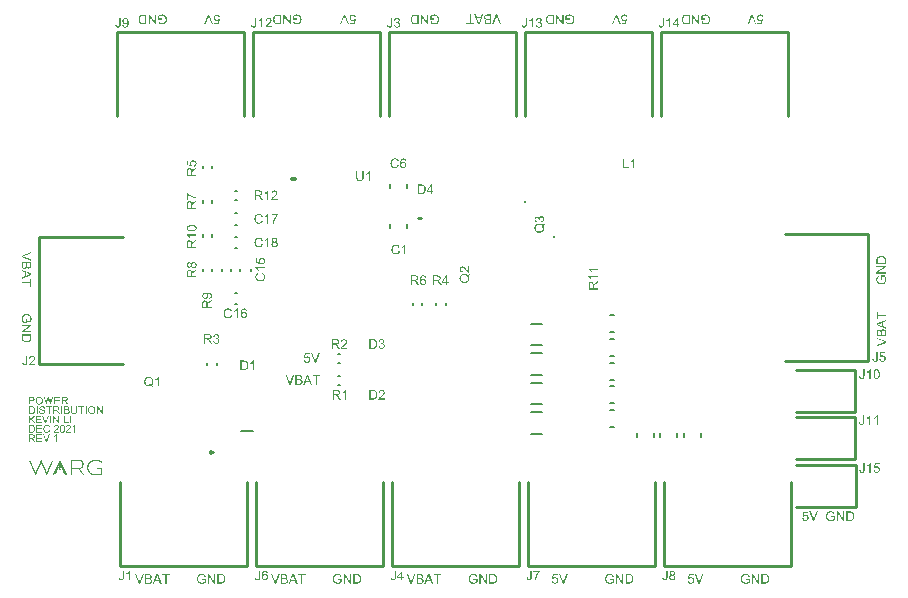
<source format=gto>
G04*
G04 #@! TF.GenerationSoftware,Altium Limited,Altium Designer,21.9.2 (33)*
G04*
G04 Layer_Color=65535*
%FSLAX25Y25*%
%MOIN*%
G70*
G04*
G04 #@! TF.SameCoordinates,4B28BFC6-66F2-4CE6-BA62-AB5105B5E065*
G04*
G04*
G04 #@! TF.FilePolarity,Positive*
G04*
G01*
G75*
%ADD10C,0.00984*%
%ADD11C,0.01181*%
%ADD12C,0.01181*%
%ADD13C,0.01000*%
%ADD14C,0.00787*%
%ADD15C,0.00500*%
G36*
X14198Y44805D02*
X14187D01*
Y44815D01*
X14198D01*
Y44805D01*
D02*
G37*
G36*
X28549Y44837D02*
X28727D01*
Y44826D01*
X28832D01*
Y44815D01*
X28916D01*
Y44805D01*
X28989D01*
Y44795D01*
X29062D01*
Y44784D01*
X29114D01*
Y44774D01*
X29167D01*
Y44763D01*
X29219D01*
Y44753D01*
X29272D01*
Y44742D01*
X29314D01*
Y44732D01*
X29366D01*
Y44721D01*
X29408D01*
Y44711D01*
X29439D01*
Y44700D01*
X29481D01*
Y44690D01*
X29513D01*
Y44679D01*
X29544D01*
Y44669D01*
X29586D01*
Y44658D01*
X29617D01*
Y44648D01*
X29649D01*
Y44638D01*
X29680D01*
Y44627D01*
X29712D01*
Y44616D01*
X29743D01*
Y44606D01*
X29774D01*
Y44596D01*
X29795D01*
Y44585D01*
X29827D01*
Y44575D01*
X29858D01*
Y44564D01*
X29879D01*
Y44554D01*
X29900D01*
Y44543D01*
X29921D01*
Y44533D01*
X29942D01*
Y44522D01*
X29963D01*
Y44512D01*
X29984D01*
Y44501D01*
X30005D01*
Y44491D01*
X30026D01*
Y44480D01*
X30047D01*
Y44470D01*
X30068D01*
Y44459D01*
X30089D01*
Y44449D01*
X30099D01*
Y44438D01*
X30120D01*
Y44428D01*
X30141D01*
Y44418D01*
X30162D01*
Y44407D01*
X30173D01*
Y44396D01*
X30193D01*
Y44386D01*
X30214D01*
Y44376D01*
X30235D01*
Y44365D01*
X30246D01*
Y44355D01*
X30267D01*
Y44344D01*
X30288D01*
Y44334D01*
X30298D01*
Y44323D01*
X30319D01*
Y44313D01*
X30340D01*
Y44292D01*
X30351D01*
Y44250D01*
X30361D01*
Y44218D01*
X30372D01*
Y44166D01*
X30382D01*
Y44124D01*
X30393D01*
Y44061D01*
X30403D01*
Y43999D01*
X30413D01*
Y43904D01*
X30424D01*
Y43768D01*
X30434D01*
Y43600D01*
X30424D01*
Y43611D01*
X30413D01*
Y43632D01*
X30403D01*
Y43653D01*
X30393D01*
Y43663D01*
X30382D01*
Y43684D01*
X30372D01*
Y43695D01*
X30361D01*
Y43716D01*
X30351D01*
Y43726D01*
X30340D01*
Y43747D01*
X30330D01*
Y43758D01*
X30319D01*
Y43778D01*
X30309D01*
Y43789D01*
X30298D01*
Y43810D01*
X30288D01*
Y43820D01*
X30277D01*
Y43831D01*
X30267D01*
Y43841D01*
X30256D01*
Y43862D01*
X30246D01*
Y43873D01*
X30235D01*
Y43883D01*
X30214D01*
Y43894D01*
X30204D01*
Y43904D01*
X30193D01*
Y43915D01*
X30173D01*
Y43925D01*
X30162D01*
Y43936D01*
X30141D01*
Y43946D01*
X30120D01*
Y43957D01*
X30110D01*
Y43967D01*
X30089D01*
Y43977D01*
X30078D01*
Y43988D01*
X30057D01*
Y43999D01*
X30036D01*
Y44009D01*
X30015D01*
Y44019D01*
X30005D01*
Y44030D01*
X29984D01*
Y44040D01*
X29963D01*
Y44051D01*
X29953D01*
Y44061D01*
X29932D01*
Y44072D01*
X29911D01*
Y44082D01*
X29890D01*
Y44093D01*
X29869D01*
Y44103D01*
X29848D01*
Y44114D01*
X29827D01*
Y44124D01*
X29806D01*
Y44135D01*
X29785D01*
Y44145D01*
X29764D01*
Y44156D01*
X29743D01*
Y44166D01*
X29722D01*
Y44177D01*
X29691D01*
Y44187D01*
X29670D01*
Y44197D01*
X29649D01*
Y44208D01*
X29617D01*
Y44218D01*
X29596D01*
Y44229D01*
X29565D01*
Y44239D01*
X29534D01*
Y44250D01*
X29513D01*
Y44260D01*
X29481D01*
Y44271D01*
X29450D01*
Y44281D01*
X29418D01*
Y44292D01*
X29387D01*
Y44302D01*
X29355D01*
Y44313D01*
X29324D01*
Y44323D01*
X29282D01*
Y44334D01*
X29240D01*
Y44344D01*
X29209D01*
Y44355D01*
X29156D01*
Y44365D01*
X29114D01*
Y44376D01*
X29073D01*
Y44386D01*
X29020D01*
Y44396D01*
X28968D01*
Y44407D01*
X28905D01*
Y44418D01*
X28842D01*
Y44428D01*
X28737D01*
Y44438D01*
X28612D01*
Y44449D01*
X28119D01*
Y44438D01*
X27962D01*
Y44428D01*
X27858D01*
Y44418D01*
X27784D01*
Y44407D01*
X27711D01*
Y44396D01*
X27648D01*
Y44386D01*
X27585D01*
Y44376D01*
X27533D01*
Y44365D01*
X27480D01*
Y44355D01*
X27439D01*
Y44344D01*
X27397D01*
Y44334D01*
X27355D01*
Y44323D01*
X27323D01*
Y44313D01*
X27292D01*
Y44302D01*
X27260D01*
Y44292D01*
X27229D01*
Y44281D01*
X27198D01*
Y44271D01*
X27166D01*
Y44260D01*
X27135D01*
Y44250D01*
X27103D01*
Y44239D01*
X27082D01*
Y44229D01*
X27051D01*
Y44218D01*
X27030D01*
Y44208D01*
X26998D01*
Y44197D01*
X26978D01*
Y44187D01*
X26957D01*
Y44177D01*
X26936D01*
Y44166D01*
X26915D01*
Y44156D01*
X26894D01*
Y44145D01*
X26873D01*
Y44135D01*
X26852D01*
Y44124D01*
X26831D01*
Y44114D01*
X26810D01*
Y44103D01*
X26789D01*
Y44093D01*
X26779D01*
Y44082D01*
X26758D01*
Y44072D01*
X26737D01*
Y44061D01*
X26716D01*
Y44051D01*
X26705D01*
Y44040D01*
X26684D01*
Y44030D01*
X26674D01*
Y44019D01*
X26653D01*
Y44009D01*
X26642D01*
Y43999D01*
X26621D01*
Y43988D01*
X26611D01*
Y43977D01*
X26601D01*
Y43967D01*
X26579D01*
Y43957D01*
X26569D01*
Y43946D01*
X26548D01*
Y43936D01*
X26538D01*
Y43925D01*
X26527D01*
Y43915D01*
X26517D01*
Y43904D01*
X26496D01*
Y43894D01*
X26485D01*
Y43883D01*
X26475D01*
Y43873D01*
X26464D01*
Y43862D01*
X26454D01*
Y43852D01*
X26443D01*
Y43841D01*
X26433D01*
Y43831D01*
X26422D01*
Y43820D01*
X26401D01*
Y43810D01*
X26391D01*
Y43799D01*
X26381D01*
Y43789D01*
X26370D01*
Y43778D01*
X26360D01*
Y43768D01*
X26349D01*
Y43758D01*
X26339D01*
Y43737D01*
X26328D01*
Y43726D01*
X26318D01*
Y43716D01*
X26307D01*
Y43705D01*
X26297D01*
Y43695D01*
X26286D01*
Y43684D01*
X26276D01*
Y43674D01*
X26265D01*
Y43663D01*
X26255D01*
Y43642D01*
X26244D01*
Y43632D01*
X26234D01*
Y43621D01*
X26223D01*
Y43600D01*
X26213D01*
Y43590D01*
X26202D01*
Y43580D01*
X26192D01*
Y43558D01*
X26182D01*
Y43548D01*
X26171D01*
Y43538D01*
X26160D01*
Y43517D01*
X26150D01*
Y43496D01*
X26140D01*
Y43485D01*
X26129D01*
Y43464D01*
X26119D01*
Y43454D01*
X26108D01*
Y43433D01*
X26098D01*
Y43412D01*
X26087D01*
Y43401D01*
X26077D01*
Y43380D01*
X26066D01*
Y43360D01*
X26056D01*
Y43339D01*
X26045D01*
Y43318D01*
X26035D01*
Y43297D01*
X26024D01*
Y43276D01*
X26014D01*
Y43255D01*
X26003D01*
Y43223D01*
X25993D01*
Y43202D01*
X25982D01*
Y43181D01*
X25972D01*
Y43150D01*
X25962D01*
Y43119D01*
X25951D01*
Y43098D01*
X25940D01*
Y43066D01*
X25930D01*
Y43035D01*
X25920D01*
Y42993D01*
X25909D01*
Y42961D01*
X25899D01*
Y42919D01*
X25888D01*
Y42878D01*
X25878D01*
Y42836D01*
X25867D01*
Y42783D01*
X25857D01*
Y42731D01*
X25846D01*
Y42658D01*
X25836D01*
Y42574D01*
X25825D01*
Y42459D01*
X25815D01*
Y42050D01*
X25825D01*
Y41945D01*
X25836D01*
Y41862D01*
X25846D01*
Y41788D01*
X25857D01*
Y41736D01*
X25867D01*
Y41694D01*
X25878D01*
Y41642D01*
X25888D01*
Y41600D01*
X25899D01*
Y41568D01*
X25909D01*
Y41526D01*
X25920D01*
Y41495D01*
X25930D01*
Y41464D01*
X25940D01*
Y41432D01*
X25951D01*
Y41411D01*
X25962D01*
Y41380D01*
X25972D01*
Y41348D01*
X25982D01*
Y41327D01*
X25993D01*
Y41306D01*
X26003D01*
Y41275D01*
X26014D01*
Y41254D01*
X26024D01*
Y41233D01*
X26035D01*
Y41212D01*
X26045D01*
Y41191D01*
X26056D01*
Y41170D01*
X26066D01*
Y41149D01*
X26077D01*
Y41128D01*
X26087D01*
Y41118D01*
X26098D01*
Y41097D01*
X26108D01*
Y41076D01*
X26119D01*
Y41065D01*
X26129D01*
Y41044D01*
X26140D01*
Y41034D01*
X26150D01*
Y41013D01*
X26160D01*
Y40992D01*
X26171D01*
Y40982D01*
X26182D01*
Y40971D01*
X26192D01*
Y40950D01*
X26202D01*
Y40940D01*
X26213D01*
Y40929D01*
X26223D01*
Y40908D01*
X26234D01*
Y40898D01*
X26244D01*
Y40887D01*
X26255D01*
Y40866D01*
X26265D01*
Y40856D01*
X26276D01*
Y40845D01*
X26286D01*
Y40835D01*
X26297D01*
Y40824D01*
X26307D01*
Y40814D01*
X26318D01*
Y40804D01*
X26328D01*
Y40782D01*
X26339D01*
Y40772D01*
X26349D01*
Y40762D01*
X26360D01*
Y40751D01*
X26370D01*
Y40741D01*
X26381D01*
Y40730D01*
X26391D01*
Y40720D01*
X26401D01*
Y40709D01*
X26412D01*
Y40699D01*
X26422D01*
Y40688D01*
X26433D01*
Y40678D01*
X26443D01*
Y40667D01*
X26464D01*
Y40657D01*
X26475D01*
Y40646D01*
X26485D01*
Y40636D01*
X26496D01*
Y40625D01*
X26506D01*
Y40615D01*
X26517D01*
Y40604D01*
X26538D01*
Y40594D01*
X26548D01*
Y40584D01*
X26559D01*
Y40573D01*
X26579D01*
Y40563D01*
X26590D01*
Y40552D01*
X26601D01*
Y40542D01*
X26621D01*
Y40531D01*
X26632D01*
Y40521D01*
X26642D01*
Y40510D01*
X26663D01*
Y40500D01*
X26674D01*
Y40489D01*
X26695D01*
Y40479D01*
X26705D01*
Y40468D01*
X26726D01*
Y40458D01*
X26747D01*
Y40447D01*
X26758D01*
Y40437D01*
X26779D01*
Y40426D01*
X26799D01*
Y40416D01*
X26810D01*
Y40405D01*
X26831D01*
Y40395D01*
X26852D01*
Y40385D01*
X26873D01*
Y40374D01*
X26894D01*
Y40363D01*
X26915D01*
Y40353D01*
X26936D01*
Y40343D01*
X26957D01*
Y40332D01*
X26978D01*
Y40322D01*
X26998D01*
Y40311D01*
X27030D01*
Y40301D01*
X27051D01*
Y40290D01*
X27072D01*
Y40280D01*
X27103D01*
Y40269D01*
X27124D01*
Y40259D01*
X27156D01*
Y40248D01*
X27177D01*
Y40238D01*
X27208D01*
Y40227D01*
X27240D01*
Y40217D01*
X27271D01*
Y40206D01*
X27302D01*
Y40196D01*
X27334D01*
Y40185D01*
X27376D01*
Y40175D01*
X27407D01*
Y40165D01*
X27449D01*
Y40154D01*
X27491D01*
Y40144D01*
X27533D01*
Y40133D01*
X27585D01*
Y40123D01*
X27637D01*
Y40112D01*
X27700D01*
Y40102D01*
X27774D01*
Y40091D01*
X27847D01*
Y40081D01*
X27941D01*
Y40070D01*
X28056D01*
Y40060D01*
X28664D01*
Y40070D01*
X28821D01*
Y40081D01*
X28947D01*
Y40091D01*
X29052D01*
Y40102D01*
X29146D01*
Y40112D01*
X29219D01*
Y40123D01*
X29293D01*
Y40133D01*
X29366D01*
Y40144D01*
X29418D01*
Y40154D01*
X29471D01*
Y40165D01*
X29534D01*
Y40175D01*
X29586D01*
Y40185D01*
X29638D01*
Y40196D01*
X29691D01*
Y40206D01*
X29733D01*
Y40217D01*
X29785D01*
Y40227D01*
X29827D01*
Y40238D01*
X29869D01*
Y40248D01*
X29911D01*
Y40259D01*
X29942D01*
Y40269D01*
X29974D01*
Y40280D01*
X30015D01*
Y40290D01*
X30036D01*
Y40301D01*
X30047D01*
Y40824D01*
Y40835D01*
Y41809D01*
X30036D01*
Y41820D01*
X28277D01*
Y41830D01*
X28308D01*
Y41841D01*
X28339D01*
Y41851D01*
X28371D01*
Y41862D01*
X28402D01*
Y41872D01*
X28423D01*
Y41883D01*
X28444D01*
Y41893D01*
X28455D01*
Y41903D01*
X28475D01*
Y41914D01*
X28486D01*
Y41924D01*
X28497D01*
Y41935D01*
X28517D01*
Y41945D01*
X28528D01*
Y41956D01*
X28538D01*
Y41966D01*
X28549D01*
Y41977D01*
X28559D01*
Y41987D01*
X28570D01*
Y41998D01*
X28580D01*
Y42019D01*
X28591D01*
Y42029D01*
X28601D01*
Y42040D01*
X28612D01*
Y42061D01*
X28622D01*
Y42071D01*
X28633D01*
Y42092D01*
X28643D01*
Y42113D01*
X28654D01*
Y42134D01*
X28664D01*
Y42165D01*
X28675D01*
Y42186D01*
X28685D01*
Y42218D01*
X28695D01*
Y42228D01*
X29125D01*
Y42239D01*
X30445D01*
Y40039D01*
X30424D01*
Y40028D01*
X30403D01*
Y40018D01*
X30372D01*
Y40007D01*
X30340D01*
Y39997D01*
X30309D01*
Y39986D01*
X30288D01*
Y39976D01*
X30256D01*
Y39966D01*
X30225D01*
Y39955D01*
X30193D01*
Y39944D01*
X30162D01*
Y39934D01*
X30131D01*
Y39924D01*
X30099D01*
Y39913D01*
X30068D01*
Y39903D01*
X30036D01*
Y39892D01*
X30005D01*
Y39882D01*
X29974D01*
Y39871D01*
X29932D01*
Y39861D01*
X29900D01*
Y39850D01*
X29858D01*
Y39840D01*
X29816D01*
Y39829D01*
X29774D01*
Y39819D01*
X29743D01*
Y39808D01*
X29701D01*
Y39798D01*
X29649D01*
Y39787D01*
X29607D01*
Y39777D01*
X29555D01*
Y39766D01*
X29502D01*
Y39756D01*
X29460D01*
Y39746D01*
X29397D01*
Y39735D01*
X29335D01*
Y39724D01*
X29272D01*
Y39714D01*
X29198D01*
Y39704D01*
X29125D01*
Y39693D01*
X29020D01*
Y39683D01*
X28916D01*
Y39672D01*
X28779D01*
Y39662D01*
X28559D01*
Y39651D01*
X28130D01*
Y39662D01*
X27962D01*
Y39672D01*
X27858D01*
Y39683D01*
X27763D01*
Y39693D01*
X27690D01*
Y39704D01*
X27617D01*
Y39714D01*
X27554D01*
Y39724D01*
X27501D01*
Y39735D01*
X27449D01*
Y39746D01*
X27407D01*
Y39756D01*
X27355D01*
Y39766D01*
X27313D01*
Y39777D01*
X27271D01*
Y39787D01*
X27240D01*
Y39798D01*
X27198D01*
Y39808D01*
X27156D01*
Y39819D01*
X27124D01*
Y39829D01*
X27093D01*
Y39840D01*
X27051D01*
Y39850D01*
X27030D01*
Y39861D01*
X26998D01*
Y39871D01*
X26967D01*
Y39882D01*
X26946D01*
Y39892D01*
X26915D01*
Y39903D01*
X26883D01*
Y39913D01*
X26862D01*
Y39924D01*
X26841D01*
Y39934D01*
X26810D01*
Y39944D01*
X26789D01*
Y39955D01*
X26768D01*
Y39966D01*
X26747D01*
Y39976D01*
X26726D01*
Y39986D01*
X26705D01*
Y39997D01*
X26684D01*
Y40007D01*
X26663D01*
Y40018D01*
X26642D01*
Y40028D01*
X26621D01*
Y40039D01*
X26601D01*
Y40049D01*
X26579D01*
Y40060D01*
X26569D01*
Y40070D01*
X26548D01*
Y40081D01*
X26527D01*
Y40091D01*
X26517D01*
Y40102D01*
X26496D01*
Y40112D01*
X26475D01*
Y40123D01*
X26464D01*
Y40133D01*
X26443D01*
Y40144D01*
X26433D01*
Y40154D01*
X26412D01*
Y40165D01*
X26401D01*
Y40175D01*
X26381D01*
Y40185D01*
X26370D01*
Y40196D01*
X26360D01*
Y40206D01*
X26339D01*
Y40217D01*
X26328D01*
Y40227D01*
X26307D01*
Y40238D01*
X26297D01*
Y40248D01*
X26286D01*
Y40259D01*
X26276D01*
Y40269D01*
X26255D01*
Y40280D01*
X26244D01*
Y40290D01*
X26234D01*
Y40301D01*
X26223D01*
Y40311D01*
X26213D01*
Y40322D01*
X26192D01*
Y40332D01*
X26182D01*
Y40343D01*
X26171D01*
Y40353D01*
X26160D01*
Y40363D01*
X26150D01*
Y40374D01*
X26140D01*
Y40385D01*
X26129D01*
Y40395D01*
X26119D01*
Y40405D01*
X26108D01*
Y40416D01*
X26098D01*
Y40426D01*
X26087D01*
Y40437D01*
X26077D01*
Y40447D01*
X26066D01*
Y40458D01*
X26056D01*
Y40468D01*
X26045D01*
Y40479D01*
X26035D01*
Y40489D01*
X26024D01*
Y40500D01*
X26014D01*
Y40510D01*
X26003D01*
Y40521D01*
X25993D01*
Y40531D01*
X25982D01*
Y40542D01*
X25972D01*
Y40552D01*
X25962D01*
Y40573D01*
X25951D01*
Y40584D01*
X25940D01*
Y40594D01*
X25930D01*
Y40604D01*
X25920D01*
Y40625D01*
X25909D01*
Y40636D01*
X25899D01*
Y40646D01*
X25888D01*
Y40657D01*
X25878D01*
Y40678D01*
X25867D01*
Y40688D01*
X25857D01*
Y40709D01*
X25846D01*
Y40720D01*
X25836D01*
Y40730D01*
X25825D01*
Y40751D01*
X25815D01*
Y40762D01*
X25804D01*
Y40782D01*
X25794D01*
Y40793D01*
X25783D01*
Y40814D01*
X25773D01*
Y40835D01*
X25763D01*
Y40845D01*
X25752D01*
Y40866D01*
X25741D01*
Y40877D01*
X25731D01*
Y40898D01*
X25721D01*
Y40919D01*
X25710D01*
Y40940D01*
X25700D01*
Y40961D01*
X25689D01*
Y40971D01*
X25679D01*
Y40992D01*
X25668D01*
Y41013D01*
X25658D01*
Y41044D01*
X25647D01*
Y41065D01*
X25637D01*
Y41086D01*
X25626D01*
Y41107D01*
X25616D01*
Y41128D01*
X25605D01*
Y41149D01*
X25595D01*
Y41181D01*
X25584D01*
Y41202D01*
X25574D01*
Y41233D01*
X25563D01*
Y41254D01*
X25553D01*
Y41285D01*
X25543D01*
Y41317D01*
X25532D01*
Y41348D01*
X25521D01*
Y41380D01*
X25511D01*
Y41422D01*
X25501D01*
Y41464D01*
X25490D01*
Y41495D01*
X25480D01*
Y41547D01*
X25469D01*
Y41589D01*
X25459D01*
Y41642D01*
X25448D01*
Y41704D01*
X25438D01*
Y41767D01*
X25427D01*
Y41851D01*
X25417D01*
Y41945D01*
X25406D01*
Y42134D01*
X25396D01*
Y42333D01*
X25406D01*
Y42532D01*
X25417D01*
Y42647D01*
X25427D01*
Y42720D01*
X25438D01*
Y42783D01*
X25448D01*
Y42846D01*
X25459D01*
Y42899D01*
X25469D01*
Y42941D01*
X25480D01*
Y42982D01*
X25490D01*
Y43024D01*
X25501D01*
Y43066D01*
X25511D01*
Y43098D01*
X25521D01*
Y43129D01*
X25532D01*
Y43160D01*
X25543D01*
Y43192D01*
X25553D01*
Y43223D01*
X25563D01*
Y43255D01*
X25574D01*
Y43276D01*
X25584D01*
Y43307D01*
X25595D01*
Y43328D01*
X25605D01*
Y43360D01*
X25616D01*
Y43380D01*
X25626D01*
Y43401D01*
X25637D01*
Y43422D01*
X25647D01*
Y43454D01*
X25658D01*
Y43475D01*
X25668D01*
Y43496D01*
X25679D01*
Y43517D01*
X25689D01*
Y43538D01*
X25700D01*
Y43558D01*
X25710D01*
Y43569D01*
X25721D01*
Y43590D01*
X25731D01*
Y43611D01*
X25741D01*
Y43621D01*
X25752D01*
Y43642D01*
X25763D01*
Y43663D01*
X25773D01*
Y43674D01*
X25783D01*
Y43695D01*
X25794D01*
Y43716D01*
X25804D01*
Y43726D01*
X25815D01*
Y43737D01*
X25825D01*
Y43758D01*
X25836D01*
Y43768D01*
X25846D01*
Y43789D01*
X25857D01*
Y43799D01*
X25867D01*
Y43820D01*
X25878D01*
Y43831D01*
X25888D01*
Y43841D01*
X25899D01*
Y43862D01*
X25909D01*
Y43873D01*
X25920D01*
Y43883D01*
X25930D01*
Y43894D01*
X25940D01*
Y43904D01*
X25951D01*
Y43925D01*
X25962D01*
Y43936D01*
X25972D01*
Y43946D01*
X25982D01*
Y43957D01*
X25993D01*
Y43967D01*
X26003D01*
Y43977D01*
X26014D01*
Y43988D01*
X26024D01*
Y43999D01*
X26035D01*
Y44019D01*
X26045D01*
Y44030D01*
X26056D01*
Y44040D01*
X26066D01*
Y44051D01*
X26077D01*
Y44061D01*
X26087D01*
Y44072D01*
X26098D01*
Y44082D01*
X26108D01*
Y44093D01*
X26119D01*
Y44103D01*
X26129D01*
Y44114D01*
X26150D01*
Y44124D01*
X26160D01*
Y44135D01*
X26171D01*
Y44145D01*
X26182D01*
Y44156D01*
X26192D01*
Y44166D01*
X26202D01*
Y44177D01*
X26213D01*
Y44187D01*
X26234D01*
Y44197D01*
X26244D01*
Y44208D01*
X26255D01*
Y44218D01*
X26265D01*
Y44229D01*
X26286D01*
Y44239D01*
X26297D01*
Y44250D01*
X26307D01*
Y44260D01*
X26328D01*
Y44271D01*
X26339D01*
Y44281D01*
X26349D01*
Y44292D01*
X26360D01*
Y44302D01*
X26381D01*
Y44313D01*
X26391D01*
Y44323D01*
X26412D01*
Y44334D01*
X26422D01*
Y44344D01*
X26443D01*
Y44355D01*
X26454D01*
Y44365D01*
X26475D01*
Y44376D01*
X26485D01*
Y44386D01*
X26506D01*
Y44396D01*
X26527D01*
Y44407D01*
X26538D01*
Y44418D01*
X26559D01*
Y44428D01*
X26579D01*
Y44438D01*
X26601D01*
Y44449D01*
X26611D01*
Y44459D01*
X26632D01*
Y44470D01*
X26653D01*
Y44480D01*
X26674D01*
Y44491D01*
X26695D01*
Y44501D01*
X26716D01*
Y44512D01*
X26737D01*
Y44522D01*
X26758D01*
Y44533D01*
X26779D01*
Y44543D01*
X26799D01*
Y44554D01*
X26831D01*
Y44564D01*
X26852D01*
Y44575D01*
X26873D01*
Y44585D01*
X26904D01*
Y44596D01*
X26925D01*
Y44606D01*
X26957D01*
Y44616D01*
X26988D01*
Y44627D01*
X27009D01*
Y44638D01*
X27040D01*
Y44648D01*
X27072D01*
Y44658D01*
X27103D01*
Y44669D01*
X27135D01*
Y44679D01*
X27177D01*
Y44690D01*
X27208D01*
Y44700D01*
X27240D01*
Y44711D01*
X27281D01*
Y44721D01*
X27313D01*
Y44732D01*
X27365D01*
Y44742D01*
X27407D01*
Y44753D01*
X27459D01*
Y44763D01*
X27512D01*
Y44774D01*
X27554D01*
Y44784D01*
X27617D01*
Y44795D01*
X27679D01*
Y44805D01*
X27763D01*
Y44815D01*
X27858D01*
Y44826D01*
X27962D01*
Y44837D01*
X28130D01*
Y44847D01*
X28549D01*
Y44837D01*
D02*
G37*
G36*
X15853Y41547D02*
X15842D01*
Y41558D01*
X15853D01*
Y41547D01*
D02*
G37*
G36*
X15842Y41537D02*
X15832D01*
Y41547D01*
X15842D01*
Y41537D01*
D02*
G37*
G36*
X10081Y44826D02*
X10091D01*
Y44805D01*
X10102D01*
Y44784D01*
X10112D01*
Y44763D01*
X10123D01*
Y44732D01*
X10133D01*
Y44711D01*
X10144D01*
Y44690D01*
X10154D01*
Y44669D01*
X10165D01*
Y44648D01*
X10175D01*
Y44616D01*
X10186D01*
Y44596D01*
X10196D01*
Y44575D01*
X10207D01*
Y44554D01*
X10217D01*
Y44533D01*
X10228D01*
Y44501D01*
X10238D01*
Y44480D01*
X10249D01*
Y44459D01*
X10259D01*
Y44438D01*
X10270D01*
Y44407D01*
X10280D01*
Y44386D01*
X10290D01*
Y44365D01*
X10301D01*
Y44344D01*
X10311D01*
Y44323D01*
X10322D01*
Y44292D01*
X10332D01*
Y44271D01*
X10343D01*
Y44250D01*
X10353D01*
Y44229D01*
X10364D01*
Y44208D01*
X10374D01*
Y44177D01*
X10385D01*
Y44156D01*
X10395D01*
Y44135D01*
X10406D01*
Y44114D01*
X10416D01*
Y44082D01*
X10427D01*
Y44061D01*
X10437D01*
Y44040D01*
X10448D01*
Y44019D01*
X10458D01*
Y43999D01*
X10469D01*
Y43967D01*
X10479D01*
Y43946D01*
X10490D01*
Y43925D01*
X10500D01*
Y43904D01*
X10510D01*
Y43873D01*
X10521D01*
Y43852D01*
X10531D01*
Y43831D01*
X10542D01*
Y43810D01*
X10552D01*
Y43789D01*
X10563D01*
Y43758D01*
X10573D01*
Y43737D01*
X10584D01*
Y43716D01*
X10594D01*
Y43695D01*
X10605D01*
Y43674D01*
X10615D01*
Y43642D01*
X10626D01*
Y43621D01*
X10636D01*
Y43600D01*
X10647D01*
Y43580D01*
X10657D01*
Y43548D01*
X10668D01*
Y43527D01*
X10678D01*
Y43506D01*
X10689D01*
Y43485D01*
X10699D01*
Y43464D01*
X10710D01*
Y43433D01*
X10720D01*
Y43412D01*
X10730D01*
Y43391D01*
X10741D01*
Y43370D01*
X10751D01*
Y43349D01*
X10762D01*
Y43318D01*
X10772D01*
Y43297D01*
X10783D01*
Y43276D01*
X10793D01*
Y43255D01*
X10804D01*
Y43223D01*
X10814D01*
Y43202D01*
X10825D01*
Y43181D01*
X10835D01*
Y43160D01*
X10846D01*
Y43139D01*
X10856D01*
Y43108D01*
X10867D01*
Y43087D01*
X10877D01*
Y43066D01*
X10888D01*
Y43045D01*
X10898D01*
Y43014D01*
X10909D01*
Y42993D01*
X10919D01*
Y42972D01*
X10930D01*
Y42951D01*
X10940D01*
Y42930D01*
X10950D01*
Y42899D01*
X10961D01*
Y42878D01*
X10971D01*
Y42857D01*
X10982D01*
Y42836D01*
X10992D01*
Y42815D01*
X11003D01*
Y42783D01*
X11013D01*
Y42762D01*
X11024D01*
Y42741D01*
X11034D01*
Y42720D01*
X11045D01*
Y42689D01*
X11055D01*
Y42668D01*
X11066D01*
Y42647D01*
X11076D01*
Y42626D01*
X11087D01*
Y42605D01*
X11097D01*
Y42574D01*
X11108D01*
Y42553D01*
X11118D01*
Y42532D01*
X11129D01*
Y42511D01*
X11139D01*
Y42490D01*
X11150D01*
Y42459D01*
X11160D01*
Y42438D01*
X11170D01*
Y42417D01*
X11181D01*
Y42396D01*
X11191D01*
Y42364D01*
X11202D01*
Y42343D01*
X11212D01*
Y42322D01*
X11223D01*
Y42301D01*
X11233D01*
Y42281D01*
X11244D01*
Y42249D01*
X11254D01*
Y42228D01*
X11265D01*
Y42207D01*
X11275D01*
Y42186D01*
X11286D01*
Y42155D01*
X11296D01*
Y42134D01*
X11307D01*
Y42113D01*
X11317D01*
Y42092D01*
X11327D01*
Y42071D01*
X11338D01*
Y42040D01*
X11349D01*
Y42019D01*
X11359D01*
Y41998D01*
X11369D01*
Y41977D01*
X11380D01*
Y41956D01*
X11390D01*
Y41924D01*
X11401D01*
Y41903D01*
X11411D01*
Y41883D01*
X11422D01*
Y41862D01*
X11432D01*
Y41830D01*
X11443D01*
Y41809D01*
X11453D01*
Y41788D01*
X11464D01*
Y41767D01*
X11474D01*
Y41746D01*
X11485D01*
Y41715D01*
X11495D01*
Y41694D01*
X11506D01*
Y41673D01*
X11516D01*
Y41652D01*
X11527D01*
Y41631D01*
X11537D01*
Y41600D01*
X11547D01*
Y41579D01*
X11558D01*
Y41558D01*
X11569D01*
Y41537D01*
X11579D01*
Y41505D01*
X11589D01*
Y41484D01*
X11600D01*
Y41464D01*
X11610D01*
Y41442D01*
X11621D01*
Y41422D01*
X11631D01*
Y41390D01*
X11642D01*
Y41369D01*
X11652D01*
Y41348D01*
X11663D01*
Y41327D01*
X11673D01*
Y41296D01*
X11684D01*
Y41275D01*
X11694D01*
Y41254D01*
X11705D01*
Y41233D01*
X11715D01*
Y41212D01*
X11726D01*
Y41181D01*
X11736D01*
Y41160D01*
X11746D01*
Y41139D01*
X11757D01*
Y41118D01*
X11767D01*
Y41097D01*
X11778D01*
Y41065D01*
X11788D01*
Y41044D01*
X11799D01*
Y41023D01*
X11809D01*
Y41003D01*
X11820D01*
Y40971D01*
X11830D01*
Y40950D01*
X11841D01*
Y40929D01*
X11851D01*
Y40908D01*
X11862D01*
Y40887D01*
X11872D01*
Y40856D01*
X11883D01*
Y40835D01*
X11893D01*
Y40814D01*
X11904D01*
Y40793D01*
X11914D01*
Y40772D01*
X11925D01*
Y40741D01*
X11935D01*
Y40751D01*
X11946D01*
Y40782D01*
X11956D01*
Y40804D01*
X11966D01*
Y40824D01*
X11977D01*
Y40845D01*
X11987D01*
Y40877D01*
X11998D01*
Y40898D01*
X12008D01*
Y40919D01*
X12019D01*
Y40940D01*
X12029D01*
Y40961D01*
X12040D01*
Y40992D01*
X12050D01*
Y41013D01*
X12061D01*
Y41034D01*
X12071D01*
Y41055D01*
X12082D01*
Y41076D01*
X12092D01*
Y41107D01*
X12103D01*
Y41128D01*
X12113D01*
Y41149D01*
X12124D01*
Y41170D01*
X12134D01*
Y41202D01*
X12145D01*
Y41223D01*
X12155D01*
Y41243D01*
X12166D01*
Y41264D01*
X12176D01*
Y41285D01*
X12186D01*
Y41317D01*
X12197D01*
Y41338D01*
X12207D01*
Y41359D01*
X12218D01*
Y41380D01*
X12228D01*
Y41411D01*
X12239D01*
Y41432D01*
X12249D01*
Y41453D01*
X12260D01*
Y41474D01*
X12270D01*
Y41495D01*
X12281D01*
Y41526D01*
X12291D01*
Y41547D01*
X12302D01*
Y41568D01*
X12312D01*
Y41589D01*
X12323D01*
Y41610D01*
X12333D01*
Y41642D01*
X12344D01*
Y41662D01*
X12354D01*
Y41683D01*
X12365D01*
Y41704D01*
X12375D01*
Y41736D01*
X12386D01*
Y41757D01*
X12396D01*
Y41778D01*
X12406D01*
Y41799D01*
X12417D01*
Y41820D01*
X12427D01*
Y41851D01*
X12438D01*
Y41872D01*
X12448D01*
Y41893D01*
X12459D01*
Y41914D01*
X12469D01*
Y41945D01*
X12480D01*
Y41966D01*
X12490D01*
Y41987D01*
X12501D01*
Y42008D01*
X12511D01*
Y42029D01*
X12522D01*
Y42061D01*
X12532D01*
Y42081D01*
X12543D01*
Y42102D01*
X12553D01*
Y42123D01*
X12564D01*
Y42144D01*
X12574D01*
Y42176D01*
X12585D01*
Y42197D01*
X12595D01*
Y42218D01*
X12606D01*
Y42239D01*
X12616D01*
Y42270D01*
X12627D01*
Y42291D01*
X12637D01*
Y42312D01*
X12647D01*
Y42333D01*
X12658D01*
Y42354D01*
X12668D01*
Y42385D01*
X12679D01*
Y42406D01*
X12689D01*
Y42427D01*
X12700D01*
Y42448D01*
X12710D01*
Y42480D01*
X12721D01*
Y42500D01*
X12731D01*
Y42521D01*
X12742D01*
Y42542D01*
X12752D01*
Y42563D01*
X12763D01*
Y42595D01*
X12773D01*
Y42616D01*
X12784D01*
Y42637D01*
X12794D01*
Y42658D01*
X12804D01*
Y42679D01*
X12815D01*
Y42710D01*
X12825D01*
Y42731D01*
X12836D01*
Y42752D01*
X12846D01*
Y42773D01*
X12857D01*
Y42804D01*
X12867D01*
Y42825D01*
X12878D01*
Y42846D01*
X12888D01*
Y42867D01*
X12899D01*
Y42888D01*
X12909D01*
Y42919D01*
X12920D01*
Y42941D01*
X12930D01*
Y42961D01*
X12941D01*
Y42982D01*
X12951D01*
Y43003D01*
X12962D01*
Y43035D01*
X12972D01*
Y43056D01*
X12983D01*
Y43077D01*
X12993D01*
Y43098D01*
X13004D01*
Y43129D01*
X13014D01*
Y43150D01*
X13025D01*
Y43171D01*
X13035D01*
Y43192D01*
X13046D01*
Y43213D01*
X13056D01*
Y43244D01*
X13066D01*
Y43265D01*
X13077D01*
Y43286D01*
X13087D01*
Y43307D01*
X13098D01*
Y43339D01*
X13108D01*
Y43360D01*
X13119D01*
Y43380D01*
X13129D01*
Y43401D01*
X13140D01*
Y43422D01*
X13150D01*
Y43454D01*
X13161D01*
Y43475D01*
X13171D01*
Y43496D01*
X13182D01*
Y43517D01*
X13192D01*
Y43538D01*
X13203D01*
Y43569D01*
X13213D01*
Y43590D01*
X13224D01*
Y43611D01*
X13234D01*
Y43632D01*
X13244D01*
Y43663D01*
X13255D01*
Y43684D01*
X13265D01*
Y43705D01*
X13276D01*
Y43726D01*
X13286D01*
Y43747D01*
X13297D01*
Y43778D01*
X13307D01*
Y43799D01*
X13318D01*
Y43820D01*
X13328D01*
Y43841D01*
X13339D01*
Y43862D01*
X13349D01*
Y43894D01*
X13360D01*
Y43915D01*
X13370D01*
Y43936D01*
X13381D01*
Y43957D01*
X13391D01*
Y43988D01*
X13402D01*
Y44009D01*
X13412D01*
Y44030D01*
X13423D01*
Y44051D01*
X13433D01*
Y44072D01*
X13443D01*
Y44103D01*
X13454D01*
Y44124D01*
X13465D01*
Y44145D01*
X13475D01*
Y44166D01*
X13485D01*
Y44187D01*
X13496D01*
Y44218D01*
X13506D01*
Y44239D01*
X13517D01*
Y44260D01*
X13527D01*
Y44281D01*
X13538D01*
Y44313D01*
X13548D01*
Y44334D01*
X13559D01*
Y44355D01*
X13569D01*
Y44376D01*
X13622D01*
Y44365D01*
X13716D01*
Y44376D01*
X13758D01*
Y44386D01*
X13779D01*
Y44396D01*
X13800D01*
Y44407D01*
X13821D01*
Y44418D01*
X13831D01*
Y44428D01*
X13852D01*
Y44438D01*
X13862D01*
Y44449D01*
X13873D01*
Y44459D01*
X13894D01*
Y44470D01*
X13904D01*
Y44480D01*
X13915D01*
Y44491D01*
X13925D01*
Y44501D01*
X13936D01*
Y44512D01*
X13946D01*
Y44522D01*
X13957D01*
Y44533D01*
X13967D01*
Y44543D01*
X13978D01*
Y44554D01*
X13988D01*
Y44564D01*
X13999D01*
Y44575D01*
X14009D01*
Y44585D01*
X14020D01*
Y44596D01*
X14030D01*
Y44606D01*
X14041D01*
Y44616D01*
X14051D01*
Y44638D01*
X14062D01*
Y44648D01*
X14072D01*
Y44658D01*
X14083D01*
Y44669D01*
X14093D01*
Y44690D01*
X14104D01*
Y44700D01*
X14114D01*
Y44711D01*
X14124D01*
Y44732D01*
X14135D01*
Y44742D01*
X14145D01*
Y44763D01*
X14156D01*
Y44774D01*
X14166D01*
Y44795D01*
X14177D01*
Y44805D01*
X14187D01*
Y44774D01*
X14177D01*
Y44753D01*
X14166D01*
Y44732D01*
X14156D01*
Y44711D01*
X14145D01*
Y44679D01*
X14135D01*
Y44658D01*
X14124D01*
Y44638D01*
X14114D01*
Y44616D01*
X14104D01*
Y44585D01*
X14093D01*
Y44564D01*
X14083D01*
Y44543D01*
X14072D01*
Y44512D01*
X14062D01*
Y44491D01*
X14051D01*
Y44470D01*
X14041D01*
Y44449D01*
X14030D01*
Y44418D01*
X14020D01*
Y44396D01*
X14009D01*
Y44376D01*
X13999D01*
Y44344D01*
X13988D01*
Y44323D01*
X13978D01*
Y44302D01*
X13967D01*
Y44281D01*
X13957D01*
Y44250D01*
X13946D01*
Y44229D01*
X13936D01*
Y44208D01*
X13925D01*
Y44177D01*
X13915D01*
Y44156D01*
X13904D01*
Y44135D01*
X13894D01*
Y44114D01*
X13883D01*
Y44082D01*
X13873D01*
Y44061D01*
X13862D01*
Y44040D01*
X13852D01*
Y44019D01*
X13842D01*
Y43988D01*
X13831D01*
Y43967D01*
X13821D01*
Y43946D01*
X13810D01*
Y43915D01*
X13800D01*
Y43894D01*
X13789D01*
Y43873D01*
X13779D01*
Y43852D01*
X13768D01*
Y43820D01*
X13758D01*
Y43799D01*
X13747D01*
Y43778D01*
X13737D01*
Y43747D01*
X13726D01*
Y43726D01*
X13716D01*
Y43705D01*
X13705D01*
Y43684D01*
X13695D01*
Y43653D01*
X13684D01*
Y43632D01*
X13674D01*
Y43611D01*
X13664D01*
Y43590D01*
X13653D01*
Y43558D01*
X13643D01*
Y43538D01*
X13632D01*
Y43517D01*
X13622D01*
Y43485D01*
X13611D01*
Y43464D01*
X13601D01*
Y43443D01*
X13590D01*
Y43422D01*
X13580D01*
Y43391D01*
X13569D01*
Y43370D01*
X13559D01*
Y43349D01*
X13548D01*
Y43318D01*
X13538D01*
Y43297D01*
X13527D01*
Y43276D01*
X13517D01*
Y43255D01*
X13506D01*
Y43223D01*
X13496D01*
Y43202D01*
X13485D01*
Y43181D01*
X13475D01*
Y43150D01*
X13465D01*
Y43129D01*
X13454D01*
Y43108D01*
X13443D01*
Y43087D01*
X13433D01*
Y43056D01*
X13423D01*
Y43035D01*
X13412D01*
Y43014D01*
X13402D01*
Y42993D01*
X13391D01*
Y42961D01*
X13381D01*
Y42941D01*
X13370D01*
Y42919D01*
X13360D01*
Y42888D01*
X13349D01*
Y42867D01*
X13339D01*
Y42846D01*
X13328D01*
Y42825D01*
X13318D01*
Y42794D01*
X13307D01*
Y42773D01*
X13297D01*
Y42752D01*
X13286D01*
Y42720D01*
X13276D01*
Y42700D01*
X13265D01*
Y42679D01*
X13255D01*
Y42658D01*
X13244D01*
Y42626D01*
X13234D01*
Y42605D01*
X13224D01*
Y42584D01*
X13213D01*
Y42553D01*
X13203D01*
Y42532D01*
X13192D01*
Y42511D01*
X13182D01*
Y42490D01*
X13171D01*
Y42459D01*
X13161D01*
Y42438D01*
X13150D01*
Y42417D01*
X13140D01*
Y42396D01*
X13129D01*
Y42364D01*
X13119D01*
Y42343D01*
X13108D01*
Y42322D01*
X13098D01*
Y42291D01*
X13087D01*
Y42270D01*
X13077D01*
Y42249D01*
X13066D01*
Y42228D01*
X13056D01*
Y42197D01*
X13046D01*
Y42176D01*
X13035D01*
Y42155D01*
X13025D01*
Y42123D01*
X13014D01*
Y42102D01*
X13004D01*
Y42081D01*
X12993D01*
Y42061D01*
X12983D01*
Y42029D01*
X12972D01*
Y42008D01*
X12962D01*
Y41987D01*
X12951D01*
Y41966D01*
X12941D01*
Y41935D01*
X12930D01*
Y41914D01*
X12920D01*
Y41893D01*
X12909D01*
Y41862D01*
X12899D01*
Y41841D01*
X12888D01*
Y41820D01*
X12878D01*
Y41799D01*
X12867D01*
Y41767D01*
X12857D01*
Y41746D01*
X12846D01*
Y41725D01*
X12836D01*
Y41694D01*
X12825D01*
Y41673D01*
X12815D01*
Y41652D01*
X12804D01*
Y41631D01*
X12794D01*
Y41600D01*
X12784D01*
Y41579D01*
X12773D01*
Y41558D01*
X12763D01*
Y41526D01*
X12752D01*
Y41505D01*
X12742D01*
Y41484D01*
X12731D01*
Y41464D01*
X12721D01*
Y41432D01*
X12710D01*
Y41411D01*
X12700D01*
Y41390D01*
X12689D01*
Y41369D01*
X12679D01*
Y41338D01*
X12668D01*
Y41317D01*
X12658D01*
Y41296D01*
X12647D01*
Y41264D01*
X12637D01*
Y41243D01*
X12627D01*
Y41223D01*
X12616D01*
Y41202D01*
X12606D01*
Y41170D01*
X12595D01*
Y41149D01*
X12585D01*
Y41128D01*
X12574D01*
Y41097D01*
X12564D01*
Y41076D01*
X12553D01*
Y41055D01*
X12543D01*
Y41034D01*
X12532D01*
Y41003D01*
X12522D01*
Y40982D01*
X12511D01*
Y40961D01*
X12501D01*
Y40940D01*
X12490D01*
Y40908D01*
X12480D01*
Y40887D01*
X12469D01*
Y40866D01*
X12459D01*
Y40835D01*
X12448D01*
Y40814D01*
X12438D01*
Y40793D01*
X12427D01*
Y40772D01*
X12417D01*
Y40741D01*
X12406D01*
Y40720D01*
X12396D01*
Y40699D01*
X12386D01*
Y40667D01*
X12375D01*
Y40646D01*
X12365D01*
Y40625D01*
X12354D01*
Y40604D01*
X12344D01*
Y40573D01*
X12333D01*
Y40552D01*
X12323D01*
Y40531D01*
X12312D01*
Y40500D01*
X12302D01*
Y40479D01*
X12291D01*
Y40458D01*
X12281D01*
Y40437D01*
X12270D01*
Y40405D01*
X12260D01*
Y40385D01*
X12249D01*
Y40363D01*
X12239D01*
Y40343D01*
X12228D01*
Y40311D01*
X12218D01*
Y40290D01*
X12207D01*
Y40269D01*
X12197D01*
Y40238D01*
X12186D01*
Y40217D01*
X12176D01*
Y40196D01*
X12166D01*
Y40175D01*
X12155D01*
Y40144D01*
X12145D01*
Y40123D01*
X12134D01*
Y40102D01*
X12124D01*
Y40070D01*
X12113D01*
Y40049D01*
X12103D01*
Y40028D01*
X12092D01*
Y40007D01*
X12082D01*
Y39976D01*
X12071D01*
Y39955D01*
X12061D01*
Y39934D01*
X12050D01*
Y39913D01*
X12040D01*
Y39882D01*
X12029D01*
Y39861D01*
X12019D01*
Y39840D01*
X12008D01*
Y39808D01*
X11998D01*
Y39787D01*
X11987D01*
Y39766D01*
X11977D01*
Y39746D01*
X11966D01*
Y39714D01*
X11956D01*
Y39693D01*
X11946D01*
Y39672D01*
X11935D01*
Y39662D01*
X11925D01*
Y39683D01*
X11914D01*
Y39704D01*
X11904D01*
Y39724D01*
X11893D01*
Y39746D01*
X11883D01*
Y39766D01*
X11872D01*
Y39798D01*
X11862D01*
Y39819D01*
X11851D01*
Y39840D01*
X11841D01*
Y39861D01*
X11830D01*
Y39882D01*
X11820D01*
Y39903D01*
X11809D01*
Y39934D01*
X11799D01*
Y39955D01*
X11788D01*
Y39976D01*
X11778D01*
Y39997D01*
X11767D01*
Y40018D01*
X11757D01*
Y40039D01*
X11746D01*
Y40060D01*
X11736D01*
Y40091D01*
X11726D01*
Y40112D01*
X11715D01*
Y40133D01*
X11705D01*
Y40154D01*
X11694D01*
Y40175D01*
X11684D01*
Y40196D01*
X11673D01*
Y40227D01*
X11663D01*
Y40248D01*
X11652D01*
Y40269D01*
X11642D01*
Y40290D01*
X11631D01*
Y40311D01*
X11621D01*
Y40332D01*
X11610D01*
Y40363D01*
X11600D01*
Y40385D01*
X11589D01*
Y40405D01*
X11579D01*
Y40426D01*
X11569D01*
Y40447D01*
X11558D01*
Y40468D01*
X11547D01*
Y40500D01*
X11537D01*
Y40521D01*
X11527D01*
Y40542D01*
X11516D01*
Y40563D01*
X11506D01*
Y40584D01*
X11495D01*
Y40604D01*
X11485D01*
Y40636D01*
X11474D01*
Y40657D01*
X11464D01*
Y40678D01*
X11453D01*
Y40699D01*
X11443D01*
Y40720D01*
X11432D01*
Y40741D01*
X11422D01*
Y40772D01*
X11411D01*
Y40793D01*
X11401D01*
Y40814D01*
X11390D01*
Y40835D01*
X11380D01*
Y40856D01*
X11369D01*
Y40877D01*
X11359D01*
Y40908D01*
X11349D01*
Y40929D01*
X11338D01*
Y40950D01*
X11327D01*
Y40971D01*
X11317D01*
Y40992D01*
X11307D01*
Y41013D01*
X11296D01*
Y41044D01*
X11286D01*
Y41065D01*
X11275D01*
Y41086D01*
X11265D01*
Y41107D01*
X11254D01*
Y41128D01*
X11244D01*
Y41149D01*
X11233D01*
Y41181D01*
X11223D01*
Y41202D01*
X11212D01*
Y41223D01*
X11202D01*
Y41243D01*
X11191D01*
Y41264D01*
X11181D01*
Y41285D01*
X11170D01*
Y41317D01*
X11160D01*
Y41338D01*
X11150D01*
Y41359D01*
X11139D01*
Y41380D01*
X11129D01*
Y41401D01*
X11118D01*
Y41422D01*
X11108D01*
Y41442D01*
X11097D01*
Y41474D01*
X11087D01*
Y41495D01*
X11076D01*
Y41516D01*
X11066D01*
Y41537D01*
X11055D01*
Y41558D01*
X11045D01*
Y41579D01*
X11034D01*
Y41610D01*
X11024D01*
Y41631D01*
X11013D01*
Y41652D01*
X11003D01*
Y41673D01*
X10992D01*
Y41694D01*
X10982D01*
Y41715D01*
X10971D01*
Y41746D01*
X10961D01*
Y41767D01*
X10950D01*
Y41788D01*
X10940D01*
Y41809D01*
X10930D01*
Y41830D01*
X10919D01*
Y41851D01*
X10909D01*
Y41883D01*
X10898D01*
Y41903D01*
X10888D01*
Y41924D01*
X10877D01*
Y41945D01*
X10867D01*
Y41966D01*
X10856D01*
Y41987D01*
X10846D01*
Y42019D01*
X10835D01*
Y42040D01*
X10825D01*
Y42061D01*
X10814D01*
Y42081D01*
X10804D01*
Y42102D01*
X10793D01*
Y42123D01*
X10783D01*
Y42155D01*
X10772D01*
Y42176D01*
X10762D01*
Y42197D01*
X10751D01*
Y42218D01*
X10741D01*
Y42239D01*
X10730D01*
Y42260D01*
X10720D01*
Y42291D01*
X10710D01*
Y42312D01*
X10699D01*
Y42333D01*
X10689D01*
Y42354D01*
X10678D01*
Y42375D01*
X10668D01*
Y42396D01*
X10657D01*
Y42427D01*
X10647D01*
Y42448D01*
X10636D01*
Y42469D01*
X10626D01*
Y42490D01*
X10615D01*
Y42511D01*
X10605D01*
Y42532D01*
X10594D01*
Y42563D01*
X10584D01*
Y42584D01*
X10573D01*
Y42605D01*
X10563D01*
Y42626D01*
X10552D01*
Y42647D01*
X10542D01*
Y42668D01*
X10531D01*
Y42689D01*
X10521D01*
Y42720D01*
X10510D01*
Y42741D01*
X10500D01*
Y42762D01*
X10490D01*
Y42783D01*
X10479D01*
Y42804D01*
X10469D01*
Y42825D01*
X10458D01*
Y42857D01*
X10448D01*
Y42878D01*
X10437D01*
Y42899D01*
X10427D01*
Y42919D01*
X10416D01*
Y42941D01*
X10406D01*
Y42961D01*
X10395D01*
Y42993D01*
X10385D01*
Y43014D01*
X10374D01*
Y43035D01*
X10364D01*
Y43056D01*
X10353D01*
Y43077D01*
X10343D01*
Y43098D01*
X10332D01*
Y43129D01*
X10322D01*
Y43150D01*
X10311D01*
Y43171D01*
X10301D01*
Y43192D01*
X10290D01*
Y43213D01*
X10280D01*
Y43234D01*
X10270D01*
Y43265D01*
X10259D01*
Y43286D01*
X10249D01*
Y43307D01*
X10238D01*
Y43328D01*
X10228D01*
Y43349D01*
X10217D01*
Y43370D01*
X10207D01*
Y43401D01*
X10196D01*
Y43422D01*
X10186D01*
Y43443D01*
X10175D01*
Y43464D01*
X10165D01*
Y43485D01*
X10154D01*
Y43506D01*
X10144D01*
Y43538D01*
X10133D01*
Y43558D01*
X10123D01*
Y43580D01*
X10112D01*
Y43600D01*
X10102D01*
Y43621D01*
X10091D01*
Y43642D01*
X10081D01*
Y43653D01*
X10070D01*
Y43632D01*
X10060D01*
Y43611D01*
X10050D01*
Y43590D01*
X10039D01*
Y43569D01*
X10029D01*
Y43548D01*
X10018D01*
Y43517D01*
X10008D01*
Y43496D01*
X9997D01*
Y43475D01*
X9987D01*
Y43454D01*
X9976D01*
Y43433D01*
X9966D01*
Y43412D01*
X9955D01*
Y43380D01*
X9945D01*
Y43360D01*
X9934D01*
Y43339D01*
X9924D01*
Y43318D01*
X9913D01*
Y43297D01*
X9903D01*
Y43276D01*
X9892D01*
Y43255D01*
X9882D01*
Y43223D01*
X9871D01*
Y43202D01*
X9861D01*
Y43181D01*
X9850D01*
Y43160D01*
X9840D01*
Y43139D01*
X9830D01*
Y43119D01*
X9819D01*
Y43087D01*
X9809D01*
Y43066D01*
X9798D01*
Y43045D01*
X9788D01*
Y43024D01*
X9777D01*
Y43003D01*
X9767D01*
Y42982D01*
X9756D01*
Y42951D01*
X9746D01*
Y42930D01*
X9735D01*
Y42909D01*
X9725D01*
Y42888D01*
X9714D01*
Y42867D01*
X9704D01*
Y42846D01*
X9693D01*
Y42815D01*
X9683D01*
Y42794D01*
X9672D01*
Y42773D01*
X9662D01*
Y42752D01*
X9651D01*
Y42731D01*
X9641D01*
Y42710D01*
X9630D01*
Y42679D01*
X9620D01*
Y42658D01*
X9610D01*
Y42637D01*
X9599D01*
Y42616D01*
X9589D01*
Y42595D01*
X9578D01*
Y42574D01*
X9568D01*
Y42542D01*
X9557D01*
Y42521D01*
X9547D01*
Y42500D01*
X9536D01*
Y42480D01*
X9526D01*
Y42459D01*
X9515D01*
Y42438D01*
X9505D01*
Y42406D01*
X9494D01*
Y42385D01*
X9484D01*
Y42364D01*
X9473D01*
Y42343D01*
X9463D01*
Y42322D01*
X9453D01*
Y42301D01*
X9442D01*
Y42270D01*
X9431D01*
Y42249D01*
X9421D01*
Y42228D01*
X9411D01*
Y42207D01*
X9400D01*
Y42186D01*
X9390D01*
Y42165D01*
X9379D01*
Y42134D01*
X9369D01*
Y42113D01*
X9358D01*
Y42092D01*
X9348D01*
Y42071D01*
X9337D01*
Y42050D01*
X9327D01*
Y42029D01*
X9316D01*
Y41998D01*
X9306D01*
Y41977D01*
X9295D01*
Y41956D01*
X9285D01*
Y41935D01*
X9274D01*
Y41914D01*
X9264D01*
Y41893D01*
X9253D01*
Y41872D01*
X9243D01*
Y41841D01*
X9233D01*
Y41820D01*
X9222D01*
Y41799D01*
X9211D01*
Y41778D01*
X9201D01*
Y41757D01*
X9191D01*
Y41736D01*
X9180D01*
Y41704D01*
X9170D01*
Y41683D01*
X9159D01*
Y41662D01*
X9149D01*
Y41642D01*
X9138D01*
Y41621D01*
X9128D01*
Y41600D01*
X9117D01*
Y41568D01*
X9107D01*
Y41547D01*
X9096D01*
Y41526D01*
X9086D01*
Y41505D01*
X9075D01*
Y41484D01*
X9065D01*
Y41464D01*
X9054D01*
Y41432D01*
X9044D01*
Y41411D01*
X9033D01*
Y41390D01*
X9023D01*
Y41369D01*
X9013D01*
Y41348D01*
X9002D01*
Y41327D01*
X8991D01*
Y41296D01*
X8981D01*
Y41275D01*
X8971D01*
Y41254D01*
X8960D01*
Y41233D01*
X8950D01*
Y41212D01*
X8939D01*
Y41191D01*
X8929D01*
Y41160D01*
X8918D01*
Y41139D01*
X8908D01*
Y41118D01*
X8897D01*
Y41097D01*
X8887D01*
Y41076D01*
X8876D01*
Y41055D01*
X8866D01*
Y41023D01*
X8855D01*
Y41003D01*
X8845D01*
Y40982D01*
X8834D01*
Y40961D01*
X8824D01*
Y40940D01*
X8813D01*
Y40919D01*
X8803D01*
Y40887D01*
X8793D01*
Y40866D01*
X8782D01*
Y40845D01*
X8772D01*
Y40824D01*
X8761D01*
Y40804D01*
X8751D01*
Y40782D01*
X8740D01*
Y40751D01*
X8730D01*
Y40730D01*
X8719D01*
Y40709D01*
X8709D01*
Y40688D01*
X8698D01*
Y40667D01*
X8688D01*
Y40646D01*
X8677D01*
Y40625D01*
X8667D01*
Y40594D01*
X8656D01*
Y40573D01*
X8646D01*
Y40552D01*
X8635D01*
Y40531D01*
X8625D01*
Y40510D01*
X8614D01*
Y40489D01*
X8604D01*
Y40458D01*
X8593D01*
Y40437D01*
X8583D01*
Y40416D01*
X8573D01*
Y40395D01*
X8562D01*
Y40374D01*
X8552D01*
Y40353D01*
X8541D01*
Y40322D01*
X8531D01*
Y40301D01*
X8520D01*
Y40280D01*
X8510D01*
Y40259D01*
X8499D01*
Y40238D01*
X8489D01*
Y40217D01*
X8478D01*
Y40185D01*
X8468D01*
Y40165D01*
X8457D01*
Y40144D01*
X8447D01*
Y40123D01*
X8436D01*
Y40102D01*
X8426D01*
Y40081D01*
X8415D01*
Y40049D01*
X8405D01*
Y40028D01*
X8394D01*
Y40007D01*
X8384D01*
Y39986D01*
X8373D01*
Y39966D01*
X8363D01*
Y39944D01*
X8353D01*
Y39913D01*
X8342D01*
Y39892D01*
X8332D01*
Y39871D01*
X8321D01*
Y39850D01*
X8311D01*
Y39829D01*
X8300D01*
Y39808D01*
X8290D01*
Y39777D01*
X8279D01*
Y39756D01*
X8269D01*
Y39735D01*
X8258D01*
Y39714D01*
X8248D01*
Y39693D01*
X8237D01*
Y39672D01*
X8227D01*
Y39662D01*
X8216D01*
Y39683D01*
X8206D01*
Y39704D01*
X8195D01*
Y39724D01*
X8185D01*
Y39746D01*
X8174D01*
Y39766D01*
X8164D01*
Y39787D01*
X8153D01*
Y39819D01*
X8143D01*
Y39840D01*
X8133D01*
Y39861D01*
X8122D01*
Y39882D01*
X8112D01*
Y39903D01*
X8101D01*
Y39924D01*
X8091D01*
Y39955D01*
X8080D01*
Y39976D01*
X8070D01*
Y39997D01*
X8059D01*
Y40018D01*
X8049D01*
Y40039D01*
X8038D01*
Y40060D01*
X8028D01*
Y40091D01*
X8017D01*
Y40112D01*
X8007D01*
Y40133D01*
X7996D01*
Y40154D01*
X7986D01*
Y40175D01*
X7975D01*
Y40196D01*
X7965D01*
Y40217D01*
X7954D01*
Y40248D01*
X7944D01*
Y40269D01*
X7933D01*
Y40290D01*
X7923D01*
Y40311D01*
X7913D01*
Y40332D01*
X7902D01*
Y40353D01*
X7892D01*
Y40385D01*
X7881D01*
Y40405D01*
X7871D01*
Y40426D01*
X7860D01*
Y40447D01*
X7850D01*
Y40468D01*
X7839D01*
Y40489D01*
X7829D01*
Y40521D01*
X7818D01*
Y40542D01*
X7808D01*
Y40563D01*
X7797D01*
Y40584D01*
X7787D01*
Y40604D01*
X7776D01*
Y40625D01*
X7766D01*
Y40657D01*
X7756D01*
Y40678D01*
X7745D01*
Y40699D01*
X7734D01*
Y40720D01*
X7724D01*
Y40741D01*
X7714D01*
Y40762D01*
X7703D01*
Y40782D01*
X7693D01*
Y40814D01*
X7682D01*
Y40835D01*
X7672D01*
Y40856D01*
X7661D01*
Y40877D01*
X7651D01*
Y40898D01*
X7640D01*
Y40919D01*
X7630D01*
Y40950D01*
X7619D01*
Y40971D01*
X7609D01*
Y40992D01*
X7598D01*
Y41013D01*
X7588D01*
Y41034D01*
X7577D01*
Y41055D01*
X7567D01*
Y41086D01*
X7556D01*
Y41107D01*
X7546D01*
Y41128D01*
X7536D01*
Y41149D01*
X7525D01*
Y41170D01*
X7514D01*
Y41191D01*
X7504D01*
Y41212D01*
X7494D01*
Y41243D01*
X7483D01*
Y41264D01*
X7473D01*
Y41285D01*
X7462D01*
Y41306D01*
X7452D01*
Y41327D01*
X7441D01*
Y41348D01*
X7431D01*
Y41380D01*
X7420D01*
Y41401D01*
X7410D01*
Y41422D01*
X7399D01*
Y41442D01*
X7389D01*
Y41464D01*
X7378D01*
Y41484D01*
X7368D01*
Y41516D01*
X7357D01*
Y41537D01*
X7347D01*
Y41558D01*
X7337D01*
Y41579D01*
X7326D01*
Y41600D01*
X7316D01*
Y41621D01*
X7305D01*
Y41642D01*
X7294D01*
Y41673D01*
X7284D01*
Y41694D01*
X7274D01*
Y41715D01*
X7263D01*
Y41736D01*
X7253D01*
Y41757D01*
X7242D01*
Y41778D01*
X7232D01*
Y41809D01*
X7221D01*
Y41830D01*
X7211D01*
Y41851D01*
X7200D01*
Y41872D01*
X7190D01*
Y41893D01*
X7179D01*
Y41914D01*
X7169D01*
Y41945D01*
X7158D01*
Y41966D01*
X7148D01*
Y41987D01*
X7137D01*
Y42008D01*
X7127D01*
Y42029D01*
X7117D01*
Y42050D01*
X7106D01*
Y42071D01*
X7096D01*
Y42102D01*
X7085D01*
Y42123D01*
X7075D01*
Y42144D01*
X7064D01*
Y42165D01*
X7054D01*
Y42186D01*
X7043D01*
Y42207D01*
X7033D01*
Y42239D01*
X7022D01*
Y42260D01*
X7012D01*
Y42281D01*
X7001D01*
Y42301D01*
X6991D01*
Y42322D01*
X6980D01*
Y42343D01*
X6970D01*
Y42375D01*
X6959D01*
Y42396D01*
X6949D01*
Y42417D01*
X6938D01*
Y42438D01*
X6928D01*
Y42459D01*
X6917D01*
Y42480D01*
X6907D01*
Y42511D01*
X6897D01*
Y42532D01*
X6886D01*
Y42553D01*
X6876D01*
Y42574D01*
X6865D01*
Y42595D01*
X6855D01*
Y42616D01*
X6844D01*
Y42637D01*
X6834D01*
Y42668D01*
X6823D01*
Y42689D01*
X6813D01*
Y42710D01*
X6802D01*
Y42731D01*
X6792D01*
Y42752D01*
X6781D01*
Y42773D01*
X6771D01*
Y42804D01*
X6760D01*
Y42825D01*
X6750D01*
Y42846D01*
X6739D01*
Y42867D01*
X6729D01*
Y42888D01*
X6718D01*
Y42909D01*
X6708D01*
Y42941D01*
X6697D01*
Y42961D01*
X6687D01*
Y42982D01*
X6677D01*
Y43003D01*
X6666D01*
Y43024D01*
X6656D01*
Y43045D01*
X6645D01*
Y43077D01*
X6635D01*
Y43098D01*
X6624D01*
Y43119D01*
X6614D01*
Y43139D01*
X6603D01*
Y43160D01*
X6593D01*
Y43181D01*
X6582D01*
Y43202D01*
X6572D01*
Y43234D01*
X6561D01*
Y43255D01*
X6551D01*
Y43276D01*
X6540D01*
Y43297D01*
X6530D01*
Y43318D01*
X6519D01*
Y43339D01*
X6509D01*
Y43370D01*
X6498D01*
Y43391D01*
X6488D01*
Y43412D01*
X6477D01*
Y43433D01*
X6467D01*
Y43454D01*
X6457D01*
Y43475D01*
X6446D01*
Y43506D01*
X6436D01*
Y43527D01*
X6425D01*
Y43548D01*
X6415D01*
Y43569D01*
X6404D01*
Y43590D01*
X6394D01*
Y43611D01*
X6383D01*
Y43642D01*
X6373D01*
Y43663D01*
X6362D01*
Y43684D01*
X6352D01*
Y43705D01*
X6341D01*
Y43726D01*
X6331D01*
Y43747D01*
X6320D01*
Y43768D01*
X6310D01*
Y43799D01*
X6299D01*
Y43820D01*
X6289D01*
Y43841D01*
X6278D01*
Y43862D01*
X6268D01*
Y43883D01*
X6257D01*
Y43904D01*
X6247D01*
Y43936D01*
X6236D01*
Y43957D01*
X6226D01*
Y43977D01*
X6216D01*
Y43999D01*
X6205D01*
Y44019D01*
X6195D01*
Y44040D01*
X6184D01*
Y44072D01*
X6174D01*
Y44093D01*
X6163D01*
Y44114D01*
X6153D01*
Y44135D01*
X6142D01*
Y44156D01*
X6132D01*
Y44177D01*
X6121D01*
Y44197D01*
X6111D01*
Y44229D01*
X6100D01*
Y44250D01*
X6090D01*
Y44271D01*
X6079D01*
Y44292D01*
X6069D01*
Y44313D01*
X6058D01*
Y44334D01*
X6048D01*
Y44365D01*
X6038D01*
Y44386D01*
X6027D01*
Y44407D01*
X6017D01*
Y44428D01*
X6006D01*
Y44449D01*
X5996D01*
Y44470D01*
X5985D01*
Y44501D01*
X5975D01*
Y44522D01*
X5964D01*
Y44543D01*
X5954D01*
Y44564D01*
X5943D01*
Y44585D01*
X5933D01*
Y44606D01*
X5922D01*
Y44638D01*
X5912D01*
Y44658D01*
X5901D01*
Y44679D01*
X5891D01*
Y44700D01*
X5880D01*
Y44721D01*
X5870D01*
Y44742D01*
X5859D01*
Y44763D01*
X5849D01*
Y44795D01*
X5838D01*
Y44805D01*
Y44815D01*
X5828D01*
Y44826D01*
X5838D01*
Y44815D01*
X5849D01*
Y44795D01*
X5859D01*
Y44784D01*
X5870D01*
Y44763D01*
X5880D01*
Y44753D01*
X5891D01*
Y44732D01*
X5901D01*
Y44721D01*
X5912D01*
Y44711D01*
X5922D01*
Y44690D01*
X5933D01*
Y44679D01*
X5943D01*
Y44669D01*
X5954D01*
Y44648D01*
X5964D01*
Y44638D01*
X5975D01*
Y44627D01*
X5985D01*
Y44616D01*
X5996D01*
Y44606D01*
X6006D01*
Y44596D01*
X6017D01*
Y44585D01*
X6027D01*
Y44575D01*
X6038D01*
Y44564D01*
X6048D01*
Y44554D01*
X6058D01*
Y44543D01*
X6069D01*
Y44533D01*
X6079D01*
Y44522D01*
X6100D01*
Y44512D01*
X6111D01*
Y44501D01*
X6132D01*
Y44491D01*
X6142D01*
Y44480D01*
X6163D01*
Y44470D01*
X6184D01*
Y44459D01*
X6205D01*
Y44449D01*
X6236D01*
Y44438D01*
X6257D01*
Y44428D01*
X6289D01*
Y44418D01*
X6331D01*
Y44407D01*
X6362D01*
Y44396D01*
X6425D01*
Y44386D01*
X6477D01*
Y44376D01*
X6488D01*
Y44355D01*
X6498D01*
Y44334D01*
X6509D01*
Y44313D01*
X6519D01*
Y44292D01*
X6530D01*
Y44271D01*
X6540D01*
Y44250D01*
X6551D01*
Y44229D01*
X6561D01*
Y44197D01*
X6572D01*
Y44177D01*
X6582D01*
Y44156D01*
X6593D01*
Y44135D01*
X6603D01*
Y44114D01*
X6614D01*
Y44093D01*
X6624D01*
Y44072D01*
X6635D01*
Y44051D01*
X6645D01*
Y44030D01*
X6656D01*
Y44009D01*
X6666D01*
Y43988D01*
X6677D01*
Y43957D01*
X6687D01*
Y43936D01*
X6697D01*
Y43915D01*
X6708D01*
Y43894D01*
X6718D01*
Y43873D01*
X6729D01*
Y43852D01*
X6739D01*
Y43831D01*
X6750D01*
Y43810D01*
X6760D01*
Y43789D01*
X6771D01*
Y43768D01*
X6781D01*
Y43747D01*
X6792D01*
Y43716D01*
X6802D01*
Y43695D01*
X6813D01*
Y43674D01*
X6823D01*
Y43653D01*
X6834D01*
Y43632D01*
X6844D01*
Y43611D01*
X6855D01*
Y43590D01*
X6865D01*
Y43569D01*
X6876D01*
Y43548D01*
X6886D01*
Y43527D01*
X6897D01*
Y43506D01*
X6907D01*
Y43475D01*
X6917D01*
Y43454D01*
X6928D01*
Y43433D01*
X6938D01*
Y43412D01*
X6949D01*
Y43391D01*
X6959D01*
Y43370D01*
X6970D01*
Y43349D01*
X6980D01*
Y43328D01*
X6991D01*
Y43307D01*
X7001D01*
Y43286D01*
X7012D01*
Y43265D01*
X7022D01*
Y43234D01*
X7033D01*
Y43213D01*
X7043D01*
Y43192D01*
X7054D01*
Y43171D01*
X7064D01*
Y43150D01*
X7075D01*
Y43129D01*
X7085D01*
Y43108D01*
X7096D01*
Y43087D01*
X7106D01*
Y43066D01*
X7117D01*
Y43045D01*
X7127D01*
Y43024D01*
X7137D01*
Y42993D01*
X7148D01*
Y42972D01*
X7158D01*
Y42951D01*
X7169D01*
Y42930D01*
X7179D01*
Y42909D01*
X7190D01*
Y42888D01*
X7200D01*
Y42867D01*
X7211D01*
Y42846D01*
X7221D01*
Y42825D01*
X7232D01*
Y42804D01*
X7242D01*
Y42783D01*
X7253D01*
Y42752D01*
X7263D01*
Y42731D01*
X7274D01*
Y42710D01*
X7284D01*
Y42689D01*
X7294D01*
Y42668D01*
X7305D01*
Y42647D01*
X7316D01*
Y42626D01*
X7326D01*
Y42605D01*
X7337D01*
Y42584D01*
X7347D01*
Y42563D01*
X7357D01*
Y42542D01*
X7368D01*
Y42511D01*
X7378D01*
Y42490D01*
X7389D01*
Y42469D01*
X7399D01*
Y42448D01*
X7410D01*
Y42427D01*
X7420D01*
Y42406D01*
X7431D01*
Y42385D01*
X7441D01*
Y42364D01*
X7452D01*
Y42343D01*
X7462D01*
Y42322D01*
X7473D01*
Y42301D01*
X7483D01*
Y42270D01*
X7494D01*
Y42249D01*
X7504D01*
Y42228D01*
X7514D01*
Y42207D01*
X7525D01*
Y42186D01*
X7536D01*
Y42165D01*
X7546D01*
Y42144D01*
X7556D01*
Y42123D01*
X7567D01*
Y42102D01*
X7577D01*
Y42081D01*
X7588D01*
Y42061D01*
X7598D01*
Y42040D01*
X7609D01*
Y42008D01*
X7619D01*
Y41987D01*
X7630D01*
Y41966D01*
X7640D01*
Y41945D01*
X7651D01*
Y41924D01*
X7661D01*
Y41903D01*
X7672D01*
Y41883D01*
X7682D01*
Y41862D01*
X7693D01*
Y41841D01*
X7703D01*
Y41820D01*
X7714D01*
Y41799D01*
X7724D01*
Y41767D01*
X7734D01*
Y41746D01*
X7745D01*
Y41725D01*
X7756D01*
Y41704D01*
X7766D01*
Y41683D01*
X7776D01*
Y41662D01*
X7787D01*
Y41642D01*
X7797D01*
Y41621D01*
X7808D01*
Y41600D01*
X7818D01*
Y41579D01*
X7829D01*
Y41558D01*
X7839D01*
Y41526D01*
X7850D01*
Y41505D01*
X7860D01*
Y41484D01*
X7871D01*
Y41464D01*
X7881D01*
Y41442D01*
X7892D01*
Y41422D01*
X7902D01*
Y41401D01*
X7913D01*
Y41380D01*
X7923D01*
Y41359D01*
X7933D01*
Y41338D01*
X7944D01*
Y41317D01*
X7954D01*
Y41285D01*
X7965D01*
Y41264D01*
X7975D01*
Y41243D01*
X7986D01*
Y41223D01*
X7996D01*
Y41202D01*
X8007D01*
Y41181D01*
X8017D01*
Y41160D01*
X8028D01*
Y41139D01*
X8038D01*
Y41118D01*
X8049D01*
Y41097D01*
X8059D01*
Y41076D01*
X8070D01*
Y41055D01*
X8080D01*
Y41023D01*
X8091D01*
Y41003D01*
X8101D01*
Y40982D01*
X8112D01*
Y40961D01*
X8122D01*
Y40940D01*
X8133D01*
Y40919D01*
X8143D01*
Y40898D01*
X8153D01*
Y40877D01*
X8164D01*
Y40856D01*
X8174D01*
Y40835D01*
X8185D01*
Y40814D01*
X8195D01*
Y40782D01*
X8206D01*
Y40762D01*
X8216D01*
Y40741D01*
X8227D01*
Y40751D01*
X8237D01*
Y40782D01*
X8248D01*
Y40804D01*
X8258D01*
Y40824D01*
X8269D01*
Y40845D01*
X8279D01*
Y40866D01*
X8290D01*
Y40898D01*
X8300D01*
Y40919D01*
X8311D01*
Y40940D01*
X8321D01*
Y40961D01*
X8332D01*
Y40992D01*
X8342D01*
Y41013D01*
X8353D01*
Y41034D01*
X8363D01*
Y41055D01*
X8373D01*
Y41076D01*
X8384D01*
Y41107D01*
X8394D01*
Y41128D01*
X8405D01*
Y41149D01*
X8415D01*
Y41170D01*
X8426D01*
Y41202D01*
X8436D01*
Y41223D01*
X8447D01*
Y41243D01*
X8457D01*
Y41264D01*
X8468D01*
Y41285D01*
X8478D01*
Y41317D01*
X8489D01*
Y41338D01*
X8499D01*
Y41359D01*
X8510D01*
Y41380D01*
X8520D01*
Y41401D01*
X8531D01*
Y41432D01*
X8541D01*
Y41453D01*
X8552D01*
Y41474D01*
X8562D01*
Y41495D01*
X8573D01*
Y41526D01*
X8583D01*
Y41547D01*
X8593D01*
Y41568D01*
X8604D01*
Y41589D01*
X8614D01*
Y41610D01*
X8625D01*
Y41642D01*
X8635D01*
Y41662D01*
X8646D01*
Y41683D01*
X8656D01*
Y41704D01*
X8667D01*
Y41725D01*
X8677D01*
Y41757D01*
X8688D01*
Y41778D01*
X8698D01*
Y41799D01*
X8709D01*
Y41820D01*
X8719D01*
Y41851D01*
X8730D01*
Y41872D01*
X8740D01*
Y41893D01*
X8751D01*
Y41914D01*
X8761D01*
Y41935D01*
X8772D01*
Y41966D01*
X8782D01*
Y41987D01*
X8793D01*
Y42008D01*
X8803D01*
Y42029D01*
X8813D01*
Y42061D01*
X8824D01*
Y42081D01*
X8834D01*
Y42102D01*
X8845D01*
Y42123D01*
X8855D01*
Y42144D01*
X8866D01*
Y42176D01*
X8876D01*
Y42197D01*
X8887D01*
Y42218D01*
X8897D01*
Y42239D01*
X8908D01*
Y42260D01*
X8918D01*
Y42291D01*
X8929D01*
Y42312D01*
X8939D01*
Y42333D01*
X8950D01*
Y42354D01*
X8960D01*
Y42385D01*
X8971D01*
Y42406D01*
X8981D01*
Y42427D01*
X8991D01*
Y42448D01*
X9002D01*
Y42469D01*
X9013D01*
Y42500D01*
X9023D01*
Y42521D01*
X9033D01*
Y42542D01*
X9044D01*
Y42563D01*
X9054D01*
Y42584D01*
X9065D01*
Y42616D01*
X9075D01*
Y42637D01*
X9086D01*
Y42658D01*
X9096D01*
Y42679D01*
X9107D01*
Y42710D01*
X9117D01*
Y42731D01*
X9128D01*
Y42752D01*
X9138D01*
Y42773D01*
X9149D01*
Y42794D01*
X9159D01*
Y42825D01*
X9170D01*
Y42846D01*
X9180D01*
Y42867D01*
X9191D01*
Y42888D01*
X9201D01*
Y42919D01*
X9211D01*
Y42941D01*
X9222D01*
Y42961D01*
X9233D01*
Y42982D01*
X9243D01*
Y43003D01*
X9253D01*
Y43035D01*
X9264D01*
Y43056D01*
X9274D01*
Y43077D01*
X9285D01*
Y43098D01*
X9295D01*
Y43119D01*
X9306D01*
Y43150D01*
X9316D01*
Y43171D01*
X9327D01*
Y43192D01*
X9337D01*
Y43213D01*
X9348D01*
Y43244D01*
X9358D01*
Y43265D01*
X9369D01*
Y43286D01*
X9379D01*
Y43307D01*
X9390D01*
Y43328D01*
X9400D01*
Y43360D01*
X9411D01*
Y43380D01*
X9421D01*
Y43401D01*
X9431D01*
Y43422D01*
X9442D01*
Y43443D01*
X9453D01*
Y43475D01*
X9463D01*
Y43496D01*
X9473D01*
Y43517D01*
X9484D01*
Y43538D01*
X9494D01*
Y43569D01*
X9505D01*
Y43590D01*
X9515D01*
Y43611D01*
X9526D01*
Y43632D01*
X9536D01*
Y43653D01*
X9547D01*
Y43684D01*
X9557D01*
Y43705D01*
X9568D01*
Y43726D01*
X9578D01*
Y43747D01*
X9589D01*
Y43778D01*
X9599D01*
Y43799D01*
X9610D01*
Y43820D01*
X9620D01*
Y43841D01*
X9630D01*
Y43862D01*
X9641D01*
Y43894D01*
X9651D01*
Y43915D01*
X9662D01*
Y43936D01*
X9672D01*
Y43957D01*
X9683D01*
Y43977D01*
X9693D01*
Y44009D01*
X9704D01*
Y44030D01*
X9714D01*
Y44051D01*
X9725D01*
Y44072D01*
X9735D01*
Y44103D01*
X9746D01*
Y44124D01*
X9756D01*
Y44145D01*
X9767D01*
Y44166D01*
X9777D01*
Y44187D01*
X9788D01*
Y44218D01*
X9798D01*
Y44239D01*
X9809D01*
Y44260D01*
X9819D01*
Y44281D01*
X9830D01*
Y44302D01*
X9840D01*
Y44334D01*
X9850D01*
Y44355D01*
X9861D01*
Y44376D01*
X9871D01*
Y44396D01*
X9882D01*
Y44428D01*
X9892D01*
Y44449D01*
X9903D01*
Y44470D01*
X9913D01*
Y44491D01*
X9924D01*
Y44512D01*
X9934D01*
Y44543D01*
X9945D01*
Y44564D01*
X9955D01*
Y44585D01*
X9966D01*
Y44606D01*
X9976D01*
Y44638D01*
X9987D01*
Y44658D01*
X9997D01*
Y44679D01*
X10008D01*
Y44700D01*
X10018D01*
Y44721D01*
X10029D01*
Y44753D01*
X10039D01*
Y44774D01*
X10050D01*
Y44795D01*
X10060D01*
Y44815D01*
X10070D01*
Y44837D01*
X10081D01*
Y44826D01*
D02*
G37*
G36*
X16314Y44815D02*
X16324D01*
Y44795D01*
X16335D01*
Y44774D01*
X16345D01*
Y44753D01*
X16356D01*
Y44732D01*
X16366D01*
Y44711D01*
X16377D01*
Y44690D01*
X16387D01*
Y44669D01*
X16398D01*
Y44648D01*
X16408D01*
Y44627D01*
X16419D01*
Y44606D01*
X16429D01*
Y44585D01*
X16440D01*
Y44564D01*
X16450D01*
Y44543D01*
X16460D01*
Y44522D01*
X16471D01*
Y44501D01*
X16481D01*
Y44480D01*
X16492D01*
Y44459D01*
X16502D01*
Y44438D01*
X16513D01*
Y44418D01*
X16523D01*
Y44396D01*
X16534D01*
Y44376D01*
X16544D01*
Y44355D01*
X16555D01*
Y44334D01*
X16565D01*
Y44313D01*
X16576D01*
Y44292D01*
X16586D01*
Y44271D01*
X16597D01*
Y44250D01*
X16607D01*
Y44229D01*
X16617D01*
Y44208D01*
X16628D01*
Y44187D01*
X16638D01*
Y44156D01*
X16649D01*
Y44135D01*
X16659D01*
Y44114D01*
X16670D01*
Y44093D01*
X16680D01*
Y44072D01*
X16691D01*
Y44051D01*
X16701D01*
Y44030D01*
X16712D01*
Y44009D01*
X16722D01*
Y43988D01*
X16733D01*
Y43967D01*
X16743D01*
Y43946D01*
X16754D01*
Y43925D01*
X16764D01*
Y43904D01*
X16775D01*
Y43883D01*
X16785D01*
Y43862D01*
X16796D01*
Y43841D01*
X16806D01*
Y43820D01*
X16817D01*
Y43799D01*
X16827D01*
Y43778D01*
X16838D01*
Y43758D01*
X16848D01*
Y43737D01*
X16859D01*
Y43716D01*
X16869D01*
Y43695D01*
X16879D01*
Y43674D01*
X16890D01*
Y43653D01*
X16900D01*
Y43632D01*
X16911D01*
Y43611D01*
X16921D01*
Y43590D01*
X16932D01*
Y43569D01*
X16942D01*
Y43548D01*
X16953D01*
Y43527D01*
X16963D01*
Y43506D01*
X16974D01*
Y43475D01*
X16984D01*
Y43454D01*
X16995D01*
Y43433D01*
X17005D01*
Y43412D01*
X17016D01*
Y43391D01*
X17026D01*
Y43370D01*
X17037D01*
Y43349D01*
X17047D01*
Y43328D01*
X17057D01*
Y43307D01*
X17068D01*
Y43286D01*
X17078D01*
Y43265D01*
X17089D01*
Y43244D01*
X17099D01*
Y43223D01*
X17110D01*
Y43202D01*
X17120D01*
Y43181D01*
X17131D01*
Y43160D01*
X17141D01*
Y43139D01*
X17152D01*
Y43119D01*
X17162D01*
Y43098D01*
X17173D01*
Y43077D01*
X17183D01*
Y43056D01*
X17194D01*
Y43035D01*
X17204D01*
Y43014D01*
X17215D01*
Y42993D01*
X17225D01*
Y42972D01*
X17236D01*
Y42951D01*
X17246D01*
Y42930D01*
X17256D01*
Y42909D01*
X17267D01*
Y42888D01*
X17278D01*
Y42867D01*
X17288D01*
Y42846D01*
X17298D01*
Y42825D01*
X17309D01*
Y42804D01*
X17319D01*
Y42783D01*
X17330D01*
Y42762D01*
X17340D01*
Y42741D01*
X17351D01*
Y42710D01*
X17361D01*
Y42689D01*
X17372D01*
Y42668D01*
X17382D01*
Y42647D01*
X17393D01*
Y42626D01*
X17403D01*
Y42605D01*
X17414D01*
Y42584D01*
X17424D01*
Y42563D01*
X17435D01*
Y42542D01*
X17445D01*
Y42521D01*
X17456D01*
Y42500D01*
X17466D01*
Y42480D01*
X17477D01*
Y42459D01*
X17487D01*
Y42438D01*
X17497D01*
Y42417D01*
X17508D01*
Y42396D01*
X17518D01*
Y42375D01*
X17529D01*
Y42354D01*
X17539D01*
Y42343D01*
X17529D01*
Y42333D01*
X17550D01*
Y42312D01*
X17560D01*
Y42291D01*
X17571D01*
Y42270D01*
X17581D01*
Y42249D01*
X17592D01*
Y42228D01*
X17602D01*
Y42207D01*
X17613D01*
Y42186D01*
X17623D01*
Y42165D01*
X17634D01*
Y42144D01*
X17644D01*
Y42123D01*
X17655D01*
Y42102D01*
X17665D01*
Y42081D01*
X17675D01*
Y42061D01*
X17686D01*
Y42040D01*
X17696D01*
Y42019D01*
X17707D01*
Y41998D01*
X17717D01*
Y41977D01*
X17728D01*
Y41945D01*
X17738D01*
Y41924D01*
X17749D01*
Y41903D01*
X17759D01*
Y41883D01*
X17770D01*
Y41862D01*
X17780D01*
Y41841D01*
X17791D01*
Y41820D01*
X17801D01*
Y41799D01*
X17812D01*
Y41778D01*
X17822D01*
Y41757D01*
X17833D01*
Y41736D01*
X17843D01*
Y41715D01*
X17854D01*
Y41694D01*
X17864D01*
Y41673D01*
X17875D01*
Y41652D01*
X17885D01*
Y41631D01*
X17896D01*
Y41610D01*
X17906D01*
Y41589D01*
X17917D01*
Y41568D01*
X17927D01*
Y41547D01*
X17937D01*
Y41526D01*
X17948D01*
Y41505D01*
X17958D01*
Y41484D01*
X17969D01*
Y41464D01*
X17979D01*
Y41442D01*
X17990D01*
Y41422D01*
X18000D01*
Y41401D01*
X18011D01*
Y41380D01*
X18021D01*
Y41359D01*
X18032D01*
Y41338D01*
X18042D01*
Y41317D01*
X18053D01*
Y41285D01*
X18063D01*
Y41264D01*
X18074D01*
Y41243D01*
X18084D01*
Y41223D01*
X18095D01*
Y41202D01*
X18105D01*
Y41181D01*
X18115D01*
Y41160D01*
X18126D01*
Y41139D01*
X18136D01*
Y41118D01*
X18147D01*
Y41097D01*
X18157D01*
Y41076D01*
X18168D01*
Y41055D01*
X18178D01*
Y41034D01*
X18189D01*
Y41013D01*
X18199D01*
Y40992D01*
X18210D01*
Y40971D01*
X18220D01*
Y40950D01*
X18231D01*
Y40929D01*
X18241D01*
Y40908D01*
X18252D01*
Y40887D01*
X18262D01*
Y40866D01*
X18273D01*
Y40845D01*
X18283D01*
Y40824D01*
X18294D01*
Y40804D01*
X18304D01*
Y40782D01*
X18315D01*
Y40762D01*
X18325D01*
Y40741D01*
X18336D01*
Y40720D01*
X18346D01*
Y40699D01*
X18356D01*
Y40678D01*
X18367D01*
Y40657D01*
X18377D01*
Y40636D01*
X18388D01*
Y40615D01*
X18398D01*
Y40584D01*
X18409D01*
Y40563D01*
X18419D01*
Y40542D01*
X18430D01*
Y40521D01*
X18440D01*
Y40500D01*
X18451D01*
Y40479D01*
X18461D01*
Y40458D01*
X18472D01*
Y40437D01*
X18482D01*
Y40416D01*
X18493D01*
Y40395D01*
X18503D01*
Y40374D01*
X18514D01*
Y40353D01*
X18524D01*
Y40332D01*
X18534D01*
Y40311D01*
X18545D01*
Y40290D01*
X18555D01*
Y40269D01*
X18566D01*
Y40248D01*
X18576D01*
Y40227D01*
X18587D01*
Y40206D01*
X18597D01*
Y40185D01*
X18608D01*
Y40165D01*
X18618D01*
Y40144D01*
X18629D01*
Y40123D01*
X18639D01*
Y40102D01*
X18650D01*
Y40081D01*
X18660D01*
Y40060D01*
X18671D01*
Y40039D01*
X18681D01*
Y40018D01*
X18692D01*
Y39997D01*
X18702D01*
Y39976D01*
X18713D01*
Y39955D01*
X18723D01*
Y39934D01*
X18733D01*
Y39913D01*
X18744D01*
Y39892D01*
X18755D01*
Y39871D01*
X18765D01*
Y39850D01*
X18776D01*
Y39819D01*
X18786D01*
Y39798D01*
X18796D01*
Y39777D01*
X18807D01*
Y39756D01*
X18817D01*
Y39735D01*
X18828D01*
Y39714D01*
X18838D01*
Y39693D01*
X18849D01*
Y39672D01*
X18859D01*
Y39662D01*
X18838D01*
Y39672D01*
X18828D01*
Y39683D01*
X18817D01*
Y39693D01*
X18796D01*
Y39704D01*
X18776D01*
Y39714D01*
X18765D01*
Y39724D01*
X18744D01*
Y39735D01*
X18723D01*
Y39746D01*
X18692D01*
Y39756D01*
X18671D01*
Y39766D01*
X18639D01*
Y39777D01*
X18597D01*
Y39787D01*
X18545D01*
Y39798D01*
X18346D01*
Y39787D01*
X18315D01*
Y39798D01*
X18304D01*
Y39808D01*
X18294D01*
Y39819D01*
X18283D01*
Y39829D01*
X18273D01*
Y39840D01*
X18262D01*
Y39850D01*
X18252D01*
Y39861D01*
X18241D01*
Y39871D01*
X18231D01*
Y39882D01*
X18210D01*
Y39892D01*
X18199D01*
Y39903D01*
X18189D01*
Y39913D01*
X18178D01*
Y39924D01*
X18168D01*
Y39934D01*
X18157D01*
Y39944D01*
X18147D01*
Y39955D01*
X18136D01*
Y39966D01*
X18126D01*
Y39976D01*
X18115D01*
Y39986D01*
X18105D01*
Y39997D01*
X18095D01*
Y40007D01*
X18084D01*
Y40018D01*
X18074D01*
Y40028D01*
X18063D01*
Y40039D01*
X18053D01*
Y40049D01*
X18032D01*
Y40060D01*
X18021D01*
Y40070D01*
X18011D01*
Y40081D01*
X18000D01*
Y40091D01*
X17990D01*
Y40102D01*
X17979D01*
Y40112D01*
X17969D01*
Y40123D01*
X17958D01*
Y40133D01*
X17948D01*
Y40144D01*
X17937D01*
Y40154D01*
X17927D01*
Y40165D01*
X17917D01*
Y40175D01*
X17906D01*
Y40185D01*
X17896D01*
Y40196D01*
X17885D01*
Y40206D01*
X17875D01*
Y40217D01*
X17864D01*
Y40227D01*
X17843D01*
Y40238D01*
X17833D01*
Y40248D01*
X17822D01*
Y40259D01*
X17812D01*
Y40269D01*
X17801D01*
Y40280D01*
X17791D01*
Y40290D01*
X17780D01*
Y40301D01*
X17770D01*
Y40311D01*
X17759D01*
Y40405D01*
X17749D01*
Y40500D01*
X17738D01*
Y40584D01*
X17728D01*
Y40678D01*
X17717D01*
Y40772D01*
X17707D01*
Y40866D01*
X17696D01*
Y40961D01*
X17686D01*
Y41055D01*
X17675D01*
Y41139D01*
X17665D01*
Y41233D01*
X17655D01*
Y41327D01*
X17644D01*
Y41422D01*
X17634D01*
Y41516D01*
X17623D01*
Y41610D01*
X17613D01*
Y41694D01*
X17602D01*
Y41788D01*
X17592D01*
Y41883D01*
X17581D01*
Y41977D01*
X17571D01*
Y42071D01*
X17560D01*
Y42165D01*
X17550D01*
Y42071D01*
X17560D01*
Y41945D01*
X17571D01*
Y41820D01*
X17581D01*
Y41694D01*
X17592D01*
Y41568D01*
X17602D01*
Y41442D01*
X17613D01*
Y41317D01*
X17623D01*
Y41191D01*
X17634D01*
Y41055D01*
X17644D01*
Y40929D01*
X17655D01*
Y40804D01*
X17665D01*
Y40678D01*
X17675D01*
Y40552D01*
X17686D01*
Y40416D01*
X17696D01*
Y40363D01*
X17686D01*
Y40374D01*
X17675D01*
Y40385D01*
X17665D01*
Y40395D01*
X17655D01*
Y40405D01*
X17644D01*
Y40416D01*
X17634D01*
Y40426D01*
X17623D01*
Y40437D01*
X17602D01*
Y40447D01*
X17592D01*
Y40458D01*
X17581D01*
Y40468D01*
X17571D01*
Y40479D01*
X17560D01*
Y40489D01*
X17550D01*
Y40500D01*
X17539D01*
Y40510D01*
X17529D01*
Y40521D01*
X17518D01*
Y40531D01*
X17508D01*
Y40542D01*
X17497D01*
Y40552D01*
X17487D01*
Y40563D01*
X17477D01*
Y40573D01*
X17466D01*
Y40584D01*
X17456D01*
Y40594D01*
X17445D01*
Y40604D01*
X17435D01*
Y40615D01*
X17424D01*
Y40625D01*
X17414D01*
Y40636D01*
X17403D01*
Y40646D01*
X17393D01*
Y40657D01*
X17382D01*
Y40667D01*
X17372D01*
Y40678D01*
X17361D01*
Y40688D01*
X17351D01*
Y40699D01*
X17340D01*
Y40709D01*
X17330D01*
Y40720D01*
X17319D01*
Y40730D01*
X17309D01*
Y40741D01*
X17298D01*
Y40772D01*
X17288D01*
Y40824D01*
X17278D01*
Y40866D01*
X17267D01*
Y40919D01*
X17256D01*
Y40961D01*
X17246D01*
Y41013D01*
X17236D01*
Y41055D01*
X17225D01*
Y41107D01*
X17215D01*
Y41149D01*
X17204D01*
Y41202D01*
X17194D01*
Y41243D01*
X17183D01*
Y41296D01*
X17173D01*
Y41338D01*
X17162D01*
Y41390D01*
X17152D01*
Y41432D01*
X17141D01*
Y41484D01*
X17131D01*
Y41526D01*
X17120D01*
Y41579D01*
X17110D01*
Y41621D01*
X17099D01*
Y41673D01*
X17089D01*
Y41715D01*
X17078D01*
Y41767D01*
X17068D01*
Y41809D01*
X17057D01*
Y41862D01*
X17047D01*
Y41903D01*
X17037D01*
Y41956D01*
X17026D01*
Y41987D01*
X17016D01*
Y42019D01*
X17005D01*
Y42050D01*
X16995D01*
Y42071D01*
X16984D01*
Y42092D01*
Y42102D01*
X16974D01*
Y42134D01*
X16963D01*
Y42165D01*
X16953D01*
Y42197D01*
X16942D01*
Y42218D01*
X16932D01*
Y42249D01*
X16921D01*
Y42281D01*
X16911D01*
Y42312D01*
X16900D01*
Y42333D01*
X16890D01*
Y42364D01*
X16879D01*
Y42396D01*
X16869D01*
Y42427D01*
X16859D01*
Y42459D01*
X16848D01*
Y42480D01*
X16838D01*
Y42511D01*
X16827D01*
Y42542D01*
X16817D01*
Y42574D01*
X16806D01*
Y42595D01*
X16796D01*
Y42626D01*
X16785D01*
Y42658D01*
X16775D01*
Y42689D01*
X16764D01*
Y42720D01*
X16754D01*
Y42741D01*
X16743D01*
Y42773D01*
X16733D01*
Y42804D01*
X16722D01*
Y42836D01*
X16712D01*
Y42857D01*
X16701D01*
Y42888D01*
X16691D01*
Y42919D01*
X16680D01*
Y42951D01*
X16670D01*
Y42972D01*
X16659D01*
Y43003D01*
X16649D01*
Y43035D01*
X16638D01*
Y43066D01*
X16628D01*
Y43087D01*
X16617D01*
Y43119D01*
X16607D01*
Y43150D01*
X16597D01*
Y43181D01*
X16586D01*
Y43202D01*
X16576D01*
Y43234D01*
X16565D01*
Y43265D01*
X16555D01*
Y43297D01*
X16544D01*
Y43318D01*
X16534D01*
Y43349D01*
X16523D01*
Y43380D01*
X16513D01*
Y43412D01*
X16502D01*
Y43433D01*
X16492D01*
Y43464D01*
X16481D01*
Y43496D01*
X16471D01*
Y43517D01*
X16460D01*
Y43548D01*
X16450D01*
Y43580D01*
X16440D01*
Y43611D01*
X16429D01*
Y43632D01*
X16419D01*
Y43663D01*
X16408D01*
Y43695D01*
X16398D01*
Y43726D01*
X16387D01*
Y43747D01*
X16377D01*
Y43778D01*
X16366D01*
Y43810D01*
X16356D01*
Y43841D01*
X16345D01*
Y43862D01*
X16335D01*
Y43841D01*
X16345D01*
Y43810D01*
X16356D01*
Y43778D01*
X16366D01*
Y43747D01*
X16377D01*
Y43716D01*
X16387D01*
Y43684D01*
X16398D01*
Y43642D01*
X16408D01*
Y43611D01*
X16419D01*
Y43580D01*
X16429D01*
Y43548D01*
X16440D01*
Y43517D01*
X16450D01*
Y43485D01*
X16460D01*
Y43454D01*
X16471D01*
Y43422D01*
X16481D01*
Y43391D01*
X16492D01*
Y43360D01*
X16502D01*
Y43318D01*
X16513D01*
Y43286D01*
X16523D01*
Y43255D01*
X16534D01*
Y43223D01*
X16544D01*
Y43192D01*
X16555D01*
Y43160D01*
X16565D01*
Y43129D01*
X16576D01*
Y43098D01*
X16586D01*
Y43066D01*
X16597D01*
Y43024D01*
X16607D01*
Y42993D01*
X16617D01*
Y42961D01*
X16628D01*
Y42930D01*
X16638D01*
Y42899D01*
X16649D01*
Y42867D01*
X16659D01*
Y42836D01*
X16670D01*
Y42794D01*
X16680D01*
Y42762D01*
X16691D01*
Y42731D01*
X16701D01*
Y42700D01*
X16712D01*
Y42668D01*
X16722D01*
Y42637D01*
X16733D01*
Y42605D01*
X16743D01*
Y42574D01*
X16754D01*
Y42532D01*
X16764D01*
Y42500D01*
X16775D01*
Y42469D01*
X16785D01*
Y42438D01*
X16796D01*
Y42406D01*
X16806D01*
Y42375D01*
X16817D01*
Y42343D01*
X16827D01*
Y42301D01*
X16838D01*
Y42270D01*
X16848D01*
Y42239D01*
X16859D01*
Y42207D01*
X16869D01*
Y42197D01*
X16859D01*
Y42176D01*
X16848D01*
Y42144D01*
X16838D01*
Y42123D01*
X16827D01*
Y42102D01*
X16817D01*
Y42081D01*
X16806D01*
Y42061D01*
X16796D01*
Y42029D01*
X16785D01*
Y42008D01*
X16775D01*
Y41987D01*
X16764D01*
Y41966D01*
X16754D01*
Y41945D01*
X16743D01*
Y41914D01*
X16733D01*
Y41893D01*
X16722D01*
Y41872D01*
X16712D01*
Y41851D01*
X16701D01*
Y41830D01*
X16691D01*
Y41799D01*
X16680D01*
Y41778D01*
X16670D01*
Y41788D01*
X16659D01*
Y41799D01*
X16649D01*
Y41809D01*
X16638D01*
Y41820D01*
X16628D01*
Y41841D01*
X16617D01*
Y41851D01*
X16607D01*
Y41862D01*
X16597D01*
Y41872D01*
X16586D01*
Y41893D01*
X16576D01*
Y41903D01*
X16565D01*
Y41914D01*
X16555D01*
Y41935D01*
X16544D01*
Y41945D01*
X16534D01*
Y41956D01*
X16523D01*
Y41966D01*
X16513D01*
Y41987D01*
X16502D01*
Y41998D01*
X16492D01*
Y42008D01*
X16481D01*
Y42019D01*
X16471D01*
Y42029D01*
X16460D01*
Y42050D01*
X16450D01*
Y42061D01*
X16440D01*
Y42071D01*
X16429D01*
Y42081D01*
X16419D01*
Y42092D01*
X16408D01*
Y42113D01*
X16398D01*
Y42123D01*
X16387D01*
Y42134D01*
X16377D01*
Y42144D01*
X16366D01*
Y42165D01*
X16356D01*
Y42176D01*
X16345D01*
Y42186D01*
X16335D01*
Y42197D01*
X16324D01*
Y42207D01*
X16314D01*
Y42197D01*
X16324D01*
Y42186D01*
X16335D01*
Y42176D01*
X16345D01*
Y42155D01*
X16356D01*
Y42144D01*
X16366D01*
Y42123D01*
X16377D01*
Y42113D01*
X16387D01*
Y42092D01*
X16398D01*
Y42081D01*
X16408D01*
Y42071D01*
X16419D01*
Y42050D01*
X16429D01*
Y42040D01*
X16440D01*
Y42019D01*
X16450D01*
Y42008D01*
X16460D01*
Y41987D01*
X16471D01*
Y41977D01*
X16481D01*
Y41966D01*
X16492D01*
Y41945D01*
X16502D01*
Y41935D01*
X16513D01*
Y41914D01*
X16523D01*
Y41903D01*
X16534D01*
Y41883D01*
X16544D01*
Y41872D01*
X16555D01*
Y41862D01*
X16565D01*
Y41841D01*
X16576D01*
Y41830D01*
X16586D01*
Y41809D01*
X16597D01*
Y41799D01*
X16607D01*
Y41778D01*
X16617D01*
Y41767D01*
X16628D01*
Y41746D01*
X16638D01*
Y41736D01*
X16649D01*
Y41715D01*
X16659D01*
Y41704D01*
X16670D01*
Y41694D01*
X16680D01*
Y41673D01*
X16691D01*
Y41662D01*
X16701D01*
Y41642D01*
X16712D01*
Y41631D01*
X16722D01*
Y41610D01*
X16733D01*
Y41600D01*
X16743D01*
Y41579D01*
X16754D01*
Y41568D01*
X16764D01*
Y41547D01*
X16775D01*
Y41537D01*
X16785D01*
Y41526D01*
X16775D01*
Y41537D01*
X16764D01*
Y41547D01*
X16754D01*
Y41558D01*
X16743D01*
Y41568D01*
X16733D01*
Y41579D01*
X16712D01*
Y41589D01*
X16691D01*
Y41600D01*
X16670D01*
Y41610D01*
X16649D01*
Y41621D01*
X16565D01*
Y41610D01*
X16544D01*
Y41600D01*
X16523D01*
Y41589D01*
X16513D01*
Y41579D01*
X16492D01*
Y41568D01*
X16481D01*
Y41558D01*
X16471D01*
Y41547D01*
X16460D01*
Y41526D01*
X16450D01*
Y41516D01*
X16440D01*
Y41495D01*
X16429D01*
Y41474D01*
X16419D01*
Y41453D01*
X16408D01*
Y41432D01*
X16398D01*
Y41401D01*
X16387D01*
Y41369D01*
X16377D01*
Y41338D01*
X16366D01*
Y41296D01*
X16356D01*
Y41254D01*
X16345D01*
Y41202D01*
X16335D01*
Y41139D01*
X16324D01*
Y41034D01*
X16314D01*
Y40908D01*
X16303D01*
Y41013D01*
X16293D01*
Y41118D01*
X16282D01*
Y41191D01*
X16272D01*
Y41264D01*
X16261D01*
Y41306D01*
X16251D01*
Y41348D01*
X16240D01*
Y41380D01*
X16230D01*
Y41411D01*
X16219D01*
Y41442D01*
X16209D01*
Y41464D01*
X16198D01*
Y41484D01*
X16188D01*
Y41505D01*
X16178D01*
Y41526D01*
X16167D01*
Y41537D01*
X16157D01*
Y41547D01*
X16146D01*
Y41568D01*
X16136D01*
Y41579D01*
X16125D01*
Y41589D01*
X16104D01*
Y41600D01*
X16094D01*
Y41610D01*
X16062D01*
Y41621D01*
X15968D01*
Y41610D01*
X15937D01*
Y41600D01*
X15916D01*
Y41589D01*
X15895D01*
Y41579D01*
X15884D01*
Y41568D01*
X15874D01*
Y41558D01*
X15853D01*
Y41579D01*
X15863D01*
Y41589D01*
X15874D01*
Y41610D01*
X15884D01*
Y41621D01*
X15895D01*
Y41642D01*
X15905D01*
Y41652D01*
X15916D01*
Y41662D01*
X15926D01*
Y41683D01*
X15937D01*
Y41694D01*
X15947D01*
Y41715D01*
X15958D01*
Y41725D01*
X15968D01*
Y41746D01*
X15979D01*
Y41757D01*
X15989D01*
Y41778D01*
X16000D01*
Y41788D01*
X16010D01*
Y41799D01*
X16020D01*
Y41820D01*
X16031D01*
Y41830D01*
X16041D01*
Y41851D01*
X16052D01*
Y41862D01*
X16062D01*
Y41883D01*
X16073D01*
Y41893D01*
X16083D01*
Y41914D01*
X16094D01*
Y41924D01*
X16104D01*
Y41945D01*
X16115D01*
Y41956D01*
X16125D01*
Y41966D01*
X16136D01*
Y41987D01*
X16146D01*
Y41998D01*
X16157D01*
Y42019D01*
X16167D01*
Y42029D01*
X16178D01*
Y42050D01*
X16188D01*
Y42061D01*
X16198D01*
Y42081D01*
X16209D01*
Y42092D01*
X16219D01*
Y42113D01*
X16230D01*
Y42123D01*
X16240D01*
Y42144D01*
X16230D01*
Y42134D01*
X16219D01*
Y42123D01*
X16209D01*
Y42113D01*
X16198D01*
Y42092D01*
X16188D01*
Y42081D01*
X16178D01*
Y42071D01*
X16167D01*
Y42061D01*
X16157D01*
Y42040D01*
X16146D01*
Y42029D01*
X16136D01*
Y42019D01*
X16125D01*
Y42008D01*
X16115D01*
Y41987D01*
X16104D01*
Y41977D01*
X16094D01*
Y41966D01*
X16083D01*
Y41956D01*
X16073D01*
Y41935D01*
X16062D01*
Y41924D01*
X16052D01*
Y41914D01*
X16041D01*
Y41903D01*
X16031D01*
Y41883D01*
X16020D01*
Y41872D01*
X16010D01*
Y41862D01*
X16000D01*
Y41841D01*
X15989D01*
Y41830D01*
X15979D01*
Y41820D01*
X15968D01*
Y41809D01*
X15958D01*
Y41788D01*
X15947D01*
Y41778D01*
X15937D01*
Y41788D01*
X15926D01*
Y41809D01*
X15916D01*
Y41841D01*
X15905D01*
Y41862D01*
X15895D01*
Y41883D01*
X15884D01*
Y41903D01*
X15874D01*
Y41924D01*
X15863D01*
Y41945D01*
X15853D01*
Y41966D01*
X15842D01*
Y41998D01*
X15832D01*
Y42019D01*
X15821D01*
Y42040D01*
X15811D01*
Y42061D01*
X15800D01*
Y42081D01*
X15790D01*
Y42102D01*
X15779D01*
Y42123D01*
X15769D01*
Y42144D01*
X15759D01*
Y42176D01*
X15748D01*
Y42197D01*
X15738D01*
Y42207D01*
X15748D01*
Y42239D01*
X15759D01*
Y42270D01*
X15769D01*
Y42301D01*
X15779D01*
Y42333D01*
X15790D01*
Y42364D01*
X15800D01*
Y42406D01*
X15811D01*
Y42438D01*
X15821D01*
Y42469D01*
X15832D01*
Y42500D01*
X15842D01*
Y42532D01*
X15853D01*
Y42563D01*
X15863D01*
Y42595D01*
X15874D01*
Y42626D01*
X15884D01*
Y42658D01*
X15895D01*
Y42689D01*
X15905D01*
Y42720D01*
X15916D01*
Y42762D01*
X15926D01*
Y42794D01*
X15937D01*
Y42825D01*
X15947D01*
Y42857D01*
X15958D01*
Y42888D01*
X15968D01*
Y42919D01*
X15979D01*
Y42951D01*
X15989D01*
Y42982D01*
X16000D01*
Y43014D01*
X16010D01*
Y43045D01*
X16020D01*
Y43087D01*
X16031D01*
Y43119D01*
X16041D01*
Y43150D01*
X16052D01*
Y43181D01*
X16062D01*
Y43213D01*
X16073D01*
Y43244D01*
X16083D01*
Y43276D01*
X16094D01*
Y43307D01*
X16104D01*
Y43339D01*
X16115D01*
Y43370D01*
X16125D01*
Y43401D01*
X16136D01*
Y43433D01*
X16146D01*
Y43464D01*
X16157D01*
Y43506D01*
X16167D01*
Y43538D01*
X16178D01*
Y43569D01*
X16188D01*
Y43600D01*
X16198D01*
Y43632D01*
X16209D01*
Y43663D01*
X16219D01*
Y43695D01*
X16230D01*
Y43726D01*
X16240D01*
Y43758D01*
X16251D01*
Y43789D01*
X16261D01*
Y43820D01*
X16272D01*
Y43852D01*
D01*
D01*
X16261D01*
Y43831D01*
X16251D01*
Y43799D01*
X16240D01*
Y43768D01*
X16230D01*
Y43737D01*
X16219D01*
Y43716D01*
X16209D01*
Y43684D01*
X16198D01*
Y43653D01*
X16188D01*
Y43621D01*
X16178D01*
Y43600D01*
X16167D01*
Y43569D01*
X16157D01*
Y43538D01*
X16146D01*
Y43506D01*
X16136D01*
Y43485D01*
X16125D01*
Y43454D01*
X16115D01*
Y43422D01*
X16104D01*
Y43391D01*
X16094D01*
Y43370D01*
X16083D01*
Y43339D01*
X16073D01*
Y43307D01*
X16062D01*
Y43286D01*
X16052D01*
Y43255D01*
X16041D01*
Y43223D01*
X16031D01*
Y43192D01*
X16020D01*
Y43171D01*
X16010D01*
Y43139D01*
X16000D01*
Y43108D01*
X15989D01*
Y43077D01*
X15979D01*
Y43056D01*
X15968D01*
Y43024D01*
X15958D01*
Y42993D01*
X15947D01*
Y42961D01*
X15937D01*
Y42941D01*
X15926D01*
Y42909D01*
X15916D01*
Y42878D01*
X15905D01*
Y42846D01*
X15895D01*
Y42825D01*
X15884D01*
Y42794D01*
X15874D01*
Y42762D01*
X15863D01*
Y42731D01*
X15853D01*
Y42700D01*
X15842D01*
Y42679D01*
X15832D01*
Y42647D01*
X15821D01*
Y42616D01*
X15811D01*
Y42584D01*
X15800D01*
Y42563D01*
X15790D01*
Y42532D01*
X15779D01*
Y42500D01*
X15769D01*
Y42469D01*
X15759D01*
Y42448D01*
X15748D01*
Y42417D01*
X15738D01*
Y42385D01*
X15727D01*
Y42354D01*
X15717D01*
Y42322D01*
X15706D01*
Y42301D01*
X15696D01*
Y42270D01*
X15685D01*
Y42239D01*
X15675D01*
Y42207D01*
X15664D01*
Y42186D01*
X15654D01*
Y42155D01*
X15643D01*
Y42123D01*
X15633D01*
Y42092D01*
X15622D01*
Y42071D01*
X15612D01*
Y42040D01*
X15601D01*
Y42008D01*
X15591D01*
Y41977D01*
X15581D01*
Y41935D01*
X15570D01*
Y41883D01*
X15560D01*
Y41841D01*
X15549D01*
Y41799D01*
X15539D01*
Y41746D01*
X15528D01*
Y41704D01*
X15518D01*
Y41662D01*
X15507D01*
Y41610D01*
X15497D01*
Y41568D01*
X15486D01*
Y41516D01*
X15476D01*
Y41474D01*
X15465D01*
Y41432D01*
X15455D01*
Y41380D01*
X15444D01*
Y41338D01*
X15434D01*
Y41285D01*
X15423D01*
Y41243D01*
X15413D01*
Y41202D01*
X15402D01*
Y41149D01*
X15392D01*
Y41107D01*
X15382D01*
Y41055D01*
X15371D01*
Y41013D01*
X15360D01*
Y40971D01*
X15350D01*
Y40919D01*
X15340D01*
Y40877D01*
X15329D01*
Y40835D01*
X15319D01*
Y40782D01*
X15308D01*
Y40741D01*
X15298D01*
Y40730D01*
X15287D01*
Y40720D01*
X15277D01*
Y40709D01*
X15266D01*
Y40699D01*
X15256D01*
Y40688D01*
X15245D01*
Y40678D01*
X15235D01*
Y40667D01*
X15224D01*
Y40657D01*
X15214D01*
Y40646D01*
X15203D01*
Y40636D01*
X15193D01*
Y40625D01*
X15182D01*
Y40615D01*
X15172D01*
Y40604D01*
X15161D01*
Y40594D01*
X15151D01*
Y40584D01*
X15141D01*
Y40573D01*
X15130D01*
Y40563D01*
X15120D01*
Y40552D01*
X15109D01*
Y40542D01*
X15099D01*
Y40531D01*
X15088D01*
Y40521D01*
X15078D01*
Y40510D01*
X15067D01*
Y40500D01*
X15057D01*
Y40489D01*
X15046D01*
Y40479D01*
X15036D01*
Y40468D01*
X15025D01*
Y40458D01*
X15015D01*
Y40447D01*
X15004D01*
Y40437D01*
X14994D01*
Y40426D01*
X14983D01*
Y40416D01*
X14973D01*
Y40405D01*
X14963D01*
Y40395D01*
X14952D01*
Y40385D01*
X14942D01*
Y40374D01*
X14931D01*
Y40363D01*
X14921D01*
Y40479D01*
X14931D01*
Y40615D01*
X14942D01*
Y40741D01*
X14952D01*
Y40866D01*
X14963D01*
Y40992D01*
X14973D01*
Y41128D01*
X14983D01*
Y41254D01*
X14994D01*
Y41380D01*
X15004D01*
Y41516D01*
X15015D01*
Y41642D01*
X15025D01*
Y41767D01*
X15036D01*
Y41893D01*
X15046D01*
Y42008D01*
X15036D01*
Y41924D01*
X15025D01*
Y41830D01*
X15015D01*
Y41736D01*
X15004D01*
Y41642D01*
X14994D01*
Y41547D01*
X14983D01*
Y41453D01*
X14973D01*
Y41359D01*
X14963D01*
Y41264D01*
X14952D01*
Y41181D01*
X14942D01*
Y41086D01*
X14931D01*
Y40992D01*
X14921D01*
Y40898D01*
X14910D01*
Y40804D01*
X14900D01*
Y40709D01*
X14889D01*
Y40615D01*
X14879D01*
Y40521D01*
X14868D01*
Y40426D01*
X14858D01*
Y40332D01*
X14847D01*
Y40301D01*
X14837D01*
Y40290D01*
X14826D01*
Y40280D01*
X14816D01*
Y40269D01*
X14805D01*
Y40259D01*
X14795D01*
Y40248D01*
X14784D01*
Y40238D01*
X14763D01*
Y40227D01*
X14753D01*
Y40217D01*
X14742D01*
Y40206D01*
X14732D01*
Y40196D01*
X14721D01*
Y40185D01*
X14711D01*
Y40175D01*
X14701D01*
Y40165D01*
X14690D01*
Y40154D01*
X14680D01*
Y40144D01*
X14669D01*
Y40133D01*
X14659D01*
Y40123D01*
X14648D01*
Y40112D01*
X14638D01*
Y40102D01*
X14627D01*
Y40091D01*
X14617D01*
Y40081D01*
X14606D01*
Y40070D01*
X14596D01*
Y40060D01*
X14585D01*
Y40049D01*
X14575D01*
Y40039D01*
X14564D01*
Y40028D01*
X14554D01*
Y40018D01*
X14543D01*
Y40007D01*
X14533D01*
Y39997D01*
X14523D01*
Y39986D01*
X14512D01*
Y39976D01*
X14502D01*
Y39966D01*
X14491D01*
Y39955D01*
X14481D01*
Y39944D01*
X14460D01*
Y39934D01*
X14449D01*
Y39924D01*
X14439D01*
Y39913D01*
X14428D01*
Y39903D01*
X14418D01*
Y39892D01*
X14407D01*
Y39882D01*
X14397D01*
Y39871D01*
X14386D01*
Y39861D01*
X14376D01*
Y39850D01*
X14365D01*
Y39840D01*
X14355D01*
Y39829D01*
X14344D01*
Y39819D01*
X14334D01*
Y39808D01*
X14323D01*
Y39798D01*
X14313D01*
Y39787D01*
X14292D01*
Y39798D01*
X14051D01*
Y39787D01*
X14009D01*
Y39777D01*
X13967D01*
Y39766D01*
X13936D01*
Y39756D01*
X13904D01*
Y39746D01*
X13883D01*
Y39735D01*
X13862D01*
Y39724D01*
X13842D01*
Y39714D01*
X13821D01*
Y39704D01*
X13810D01*
Y39693D01*
X13789D01*
Y39683D01*
X13779D01*
Y39672D01*
X13768D01*
Y39662D01*
X13747D01*
Y39672D01*
X13758D01*
Y39693D01*
X13768D01*
Y39714D01*
X13779D01*
Y39735D01*
X13789D01*
Y39756D01*
X13800D01*
Y39777D01*
X13810D01*
Y39798D01*
X13821D01*
Y39819D01*
X13831D01*
Y39840D01*
X13842D01*
Y39861D01*
X13852D01*
Y39882D01*
X13862D01*
Y39903D01*
X13873D01*
Y39924D01*
X13883D01*
Y39944D01*
X13894D01*
Y39966D01*
X13904D01*
Y39986D01*
X13915D01*
Y40007D01*
X13925D01*
Y40028D01*
X13936D01*
Y40049D01*
X13946D01*
Y40070D01*
X13957D01*
Y40091D01*
X13967D01*
Y40112D01*
X13978D01*
Y40133D01*
X13988D01*
Y40154D01*
X13999D01*
Y40175D01*
X14009D01*
Y40196D01*
X14020D01*
Y40217D01*
X14030D01*
Y40248D01*
X14041D01*
Y40269D01*
X14051D01*
Y40290D01*
X14062D01*
Y40311D01*
X14072D01*
Y40332D01*
X14083D01*
Y40353D01*
X14093D01*
Y40374D01*
X14104D01*
Y40395D01*
X14114D01*
Y40416D01*
X14124D01*
Y40437D01*
X14135D01*
Y40458D01*
X14145D01*
Y40479D01*
X14156D01*
Y40500D01*
X14166D01*
Y40521D01*
X14177D01*
Y40542D01*
X14187D01*
Y40563D01*
X14198D01*
Y40584D01*
X14208D01*
Y40604D01*
X14219D01*
Y40625D01*
X14229D01*
Y40646D01*
X14240D01*
Y40667D01*
X14250D01*
Y40688D01*
X14261D01*
Y40709D01*
X14271D01*
Y40730D01*
X14281D01*
Y40751D01*
X14292D01*
Y40772D01*
X14302D01*
Y40793D01*
X14313D01*
Y40814D01*
X14323D01*
Y40835D01*
X14334D01*
Y40856D01*
X14344D01*
Y40877D01*
X14355D01*
Y40898D01*
X14365D01*
Y40919D01*
X14376D01*
Y40940D01*
X14386D01*
Y40961D01*
X14397D01*
Y40982D01*
X14407D01*
Y41003D01*
X14418D01*
Y41023D01*
X14428D01*
Y41055D01*
X14439D01*
Y41076D01*
X14449D01*
Y41097D01*
X14460D01*
Y41118D01*
X14470D01*
Y41139D01*
X14481D01*
Y41160D01*
X14491D01*
Y41181D01*
X14502D01*
Y41202D01*
X14512D01*
Y41223D01*
X14523D01*
Y41243D01*
X14533D01*
Y41264D01*
X14543D01*
Y41285D01*
X14554D01*
Y41306D01*
X14564D01*
Y41327D01*
X14575D01*
Y41348D01*
X14585D01*
Y41369D01*
X14596D01*
Y41390D01*
X14606D01*
Y41411D01*
X14617D01*
Y41432D01*
X14627D01*
Y41453D01*
X14638D01*
Y41474D01*
X14648D01*
Y41495D01*
X14659D01*
Y41516D01*
X14669D01*
Y41537D01*
X14680D01*
Y41558D01*
X14690D01*
Y41579D01*
X14701D01*
Y41600D01*
X14711D01*
Y41621D01*
X14721D01*
Y41642D01*
X14732D01*
Y41662D01*
X14742D01*
Y41683D01*
X14753D01*
Y41704D01*
X14763D01*
Y41725D01*
X14774D01*
Y41746D01*
X14784D01*
Y41767D01*
X14795D01*
Y41799D01*
X14805D01*
Y41820D01*
X14816D01*
Y41841D01*
X14826D01*
Y41862D01*
X14837D01*
Y41883D01*
X14847D01*
Y41903D01*
X14858D01*
Y41924D01*
X14868D01*
Y41945D01*
X14879D01*
Y41966D01*
X14889D01*
Y41987D01*
X14900D01*
Y42008D01*
X14910D01*
Y42029D01*
X14921D01*
Y42050D01*
X14931D01*
Y42071D01*
X14942D01*
Y42092D01*
X14952D01*
Y42113D01*
X14963D01*
Y42134D01*
X14973D01*
Y42155D01*
X14983D01*
Y42176D01*
X14994D01*
Y42197D01*
X15004D01*
Y42218D01*
X15015D01*
Y42239D01*
X15025D01*
Y42260D01*
X15036D01*
Y42281D01*
X15046D01*
Y42301D01*
X15057D01*
Y42322D01*
X15067D01*
Y42343D01*
X15078D01*
Y42364D01*
X15088D01*
Y42385D01*
X15099D01*
Y42406D01*
X15109D01*
Y42427D01*
X15120D01*
Y42448D01*
X15130D01*
Y42469D01*
X15141D01*
Y42490D01*
X15151D01*
Y42511D01*
X15161D01*
Y42532D01*
X15172D01*
Y42553D01*
X15182D01*
Y42574D01*
X15193D01*
Y42595D01*
X15203D01*
Y42616D01*
X15214D01*
Y42637D01*
X15224D01*
Y42668D01*
X15235D01*
Y42689D01*
X15245D01*
Y42710D01*
X15256D01*
Y42731D01*
X15266D01*
Y42752D01*
X15277D01*
Y42773D01*
X15287D01*
Y42794D01*
X15298D01*
Y42815D01*
X15308D01*
Y42836D01*
X15319D01*
Y42857D01*
X15329D01*
Y42878D01*
X15340D01*
Y42899D01*
X15350D01*
Y42919D01*
X15360D01*
Y42941D01*
X15371D01*
Y42961D01*
X15382D01*
Y42982D01*
X15392D01*
Y43003D01*
X15402D01*
Y43024D01*
X15413D01*
Y43045D01*
X15423D01*
Y43066D01*
X15434D01*
Y43087D01*
X15444D01*
Y43108D01*
X15455D01*
Y43129D01*
X15465D01*
Y43150D01*
X15476D01*
Y43171D01*
X15486D01*
Y43192D01*
X15497D01*
Y43213D01*
X15507D01*
Y43234D01*
X15518D01*
Y43255D01*
X15528D01*
Y43276D01*
X15539D01*
Y43297D01*
X15549D01*
Y43318D01*
X15560D01*
Y43339D01*
X15570D01*
Y43360D01*
X15581D01*
Y43380D01*
X15591D01*
Y43412D01*
X15601D01*
Y43433D01*
X15612D01*
Y43454D01*
X15622D01*
Y43475D01*
X15633D01*
Y43496D01*
X15643D01*
Y43517D01*
X15654D01*
Y43538D01*
X15664D01*
Y43558D01*
X15675D01*
Y43580D01*
X15685D01*
Y43600D01*
X15696D01*
Y43621D01*
X15706D01*
Y43642D01*
X15717D01*
Y43663D01*
X15727D01*
Y43684D01*
X15738D01*
Y43705D01*
X15748D01*
Y43726D01*
X15759D01*
Y43747D01*
X15769D01*
Y43768D01*
X15779D01*
Y43789D01*
X15790D01*
Y43810D01*
X15800D01*
Y43831D01*
X15811D01*
Y43852D01*
X15821D01*
Y43873D01*
X15832D01*
Y43894D01*
X15842D01*
Y43915D01*
X15853D01*
Y43936D01*
X15863D01*
Y43957D01*
X15874D01*
Y43977D01*
X15884D01*
Y43999D01*
X15895D01*
Y44019D01*
X15905D01*
Y44040D01*
X15916D01*
Y44061D01*
X15926D01*
Y44082D01*
X15937D01*
Y44103D01*
X15947D01*
Y44124D01*
X15958D01*
Y44156D01*
X15968D01*
Y44177D01*
X15979D01*
Y44197D01*
X15989D01*
Y44218D01*
X16000D01*
Y44239D01*
X16010D01*
Y44260D01*
X16020D01*
Y44281D01*
X16031D01*
Y44302D01*
X16041D01*
Y44323D01*
X16052D01*
Y44344D01*
X16062D01*
Y44365D01*
X16073D01*
Y44386D01*
X16083D01*
Y44407D01*
X16094D01*
Y44428D01*
X16104D01*
Y44449D01*
X16115D01*
Y44470D01*
X16125D01*
Y44491D01*
X16136D01*
Y44512D01*
X16146D01*
Y44533D01*
X16157D01*
Y44554D01*
X16167D01*
Y44575D01*
X16178D01*
Y44596D01*
X16188D01*
Y44616D01*
X16198D01*
Y44638D01*
X16209D01*
Y44658D01*
X16219D01*
Y44679D01*
X16230D01*
Y44700D01*
X16240D01*
Y44721D01*
X16251D01*
Y44742D01*
X16261D01*
Y44763D01*
X16272D01*
Y44784D01*
X16282D01*
Y44805D01*
X16293D01*
Y44826D01*
X16303D01*
Y44837D01*
X16314D01*
Y44815D01*
D02*
G37*
G36*
X22568Y44837D02*
X22714D01*
Y44826D01*
X22808D01*
Y44815D01*
X22892D01*
Y44805D01*
X22976D01*
Y44795D01*
X23028D01*
Y44784D01*
X23091D01*
Y44774D01*
X23144D01*
Y44763D01*
X23186D01*
Y44753D01*
X23227D01*
Y44742D01*
X23269D01*
Y44732D01*
X23311D01*
Y44721D01*
X23343D01*
Y44711D01*
X23374D01*
Y44700D01*
X23405D01*
Y44690D01*
X23437D01*
Y44679D01*
X23468D01*
Y44669D01*
X23489D01*
Y44658D01*
X23510D01*
Y44648D01*
X23542D01*
Y44638D01*
X23563D01*
Y44627D01*
X23584D01*
Y44616D01*
X23605D01*
Y44606D01*
X23626D01*
Y44596D01*
X23636D01*
Y44585D01*
X23657D01*
Y44575D01*
X23678D01*
Y44564D01*
X23688D01*
Y44554D01*
X23709D01*
Y44543D01*
X23720D01*
Y44533D01*
X23730D01*
Y44522D01*
X23751D01*
Y44512D01*
X23762D01*
Y44501D01*
X23772D01*
Y44491D01*
X23783D01*
Y44480D01*
X23793D01*
Y44470D01*
X23804D01*
Y44449D01*
X23814D01*
Y44438D01*
X23824D01*
Y44428D01*
X23835D01*
Y44418D01*
X23845D01*
Y44407D01*
X23856D01*
Y44386D01*
X23866D01*
Y44376D01*
X23877D01*
Y44365D01*
X23887D01*
Y44355D01*
X23898D01*
Y44334D01*
X23908D01*
Y44323D01*
X23919D01*
Y44302D01*
X23929D01*
Y44292D01*
X23940D01*
Y44281D01*
X23950D01*
Y44260D01*
X23961D01*
Y44250D01*
X23971D01*
Y44229D01*
X23982D01*
Y44218D01*
X23992D01*
Y44197D01*
X24003D01*
Y44177D01*
X24013D01*
Y44156D01*
X24024D01*
Y44135D01*
X24034D01*
Y44114D01*
X24045D01*
Y44093D01*
X24055D01*
Y44072D01*
X24066D01*
Y44051D01*
X24076D01*
Y44019D01*
X24086D01*
Y43999D01*
X24097D01*
Y43967D01*
X24107D01*
Y43936D01*
X24118D01*
Y43904D01*
X24128D01*
Y43862D01*
X24139D01*
Y43831D01*
X24149D01*
Y43778D01*
X24160D01*
Y43716D01*
X24170D01*
Y43653D01*
X24181D01*
Y43538D01*
X24191D01*
Y43244D01*
X24181D01*
Y43160D01*
X24170D01*
Y43087D01*
X24160D01*
Y43024D01*
X24149D01*
Y42972D01*
X24139D01*
Y42919D01*
X24128D01*
Y42878D01*
X24118D01*
Y42836D01*
X24107D01*
Y42794D01*
X24097D01*
Y42752D01*
X24086D01*
Y42720D01*
X24076D01*
Y42689D01*
X24066D01*
Y42658D01*
X24055D01*
Y42626D01*
X24045D01*
Y42605D01*
X24034D01*
Y42584D01*
X24024D01*
Y42553D01*
X24013D01*
Y42532D01*
X24003D01*
Y42511D01*
X23992D01*
Y42490D01*
X23982D01*
Y42469D01*
X23971D01*
Y42459D01*
X23961D01*
Y42438D01*
X23950D01*
Y42417D01*
X23940D01*
Y42396D01*
X23929D01*
Y42385D01*
X23919D01*
Y42375D01*
X23908D01*
Y42354D01*
X23898D01*
Y42343D01*
X23887D01*
Y42333D01*
X23877D01*
Y42312D01*
X23866D01*
Y42301D01*
X23856D01*
Y42291D01*
X23835D01*
Y42281D01*
X23824D01*
Y42270D01*
X23814D01*
Y42260D01*
X23804D01*
Y42249D01*
X23793D01*
Y42239D01*
X23783D01*
Y42228D01*
X23772D01*
Y42218D01*
X23751D01*
Y42207D01*
X23741D01*
Y42197D01*
X23730D01*
Y42186D01*
X23720D01*
Y42176D01*
X23709D01*
Y42165D01*
X23688D01*
Y42155D01*
X23678D01*
Y42144D01*
X23657D01*
Y42134D01*
X23646D01*
Y42123D01*
X23626D01*
Y42113D01*
X23615D01*
Y42102D01*
X23605D01*
Y42092D01*
X23584D01*
Y42081D01*
X23563D01*
Y42071D01*
X23552D01*
Y42061D01*
X23531D01*
Y42050D01*
X23510D01*
Y42040D01*
X23489D01*
Y42029D01*
X23468D01*
Y42019D01*
X23458D01*
Y42008D01*
X23437D01*
Y41998D01*
X23405D01*
Y41987D01*
X23385D01*
Y41977D01*
X23364D01*
Y41966D01*
X23332D01*
Y41956D01*
X23311D01*
Y41945D01*
X23290D01*
Y41935D01*
X23259D01*
Y41924D01*
X23238D01*
Y41914D01*
X23207D01*
Y41903D01*
X23175D01*
Y41893D01*
X23144D01*
Y41883D01*
X23112D01*
Y41872D01*
X23070D01*
Y41862D01*
X23028D01*
Y41851D01*
X22986D01*
Y41841D01*
X22934D01*
Y41830D01*
X22903D01*
Y41809D01*
X22913D01*
Y41799D01*
X22924D01*
Y41788D01*
X22934D01*
Y41778D01*
X22945D01*
Y41757D01*
X22955D01*
Y41746D01*
X22966D01*
Y41736D01*
X22976D01*
Y41725D01*
X22986D01*
Y41704D01*
X22997D01*
Y41694D01*
X23008D01*
Y41683D01*
X23018D01*
Y41662D01*
X23028D01*
Y41652D01*
X23039D01*
Y41642D01*
X23049D01*
Y41631D01*
X23060D01*
Y41610D01*
X23070D01*
Y41600D01*
X23081D01*
Y41589D01*
X23091D01*
Y41579D01*
X23102D01*
Y41558D01*
X23112D01*
Y41547D01*
X23123D01*
Y41537D01*
X23133D01*
Y41516D01*
X23144D01*
Y41505D01*
X23154D01*
Y41495D01*
X23165D01*
Y41484D01*
X23175D01*
Y41464D01*
X23186D01*
Y41453D01*
X23196D01*
Y41442D01*
X23207D01*
Y41422D01*
X23217D01*
Y41411D01*
X23227D01*
Y41401D01*
X23238D01*
Y41390D01*
X23248D01*
Y41369D01*
X23259D01*
Y41359D01*
X23269D01*
Y41348D01*
X23280D01*
Y41338D01*
X23290D01*
Y41317D01*
X23301D01*
Y41306D01*
X23311D01*
Y41296D01*
X23322D01*
Y41275D01*
X23332D01*
Y41264D01*
X23343D01*
Y41254D01*
X23353D01*
Y41243D01*
X23364D01*
Y41223D01*
X23374D01*
Y41212D01*
X23385D01*
Y41202D01*
X23395D01*
Y41181D01*
X23405D01*
Y41170D01*
X23416D01*
Y41160D01*
X23426D01*
Y41149D01*
X23437D01*
Y41128D01*
X23447D01*
Y41118D01*
X23458D01*
Y41107D01*
X23468D01*
Y41097D01*
X23479D01*
Y41076D01*
X23489D01*
Y41065D01*
X23500D01*
Y41055D01*
X23510D01*
Y41034D01*
X23521D01*
Y41023D01*
X23531D01*
Y41013D01*
X23542D01*
Y41003D01*
X23552D01*
Y40982D01*
X23563D01*
Y40971D01*
X23573D01*
Y40961D01*
X23584D01*
Y40950D01*
X23594D01*
Y40929D01*
X23605D01*
Y40919D01*
X23615D01*
Y40908D01*
X23626D01*
Y40887D01*
X23636D01*
Y40877D01*
X23646D01*
Y40866D01*
X23657D01*
Y40856D01*
X23667D01*
Y40835D01*
X23678D01*
Y40824D01*
X23688D01*
Y40814D01*
X23699D01*
Y40793D01*
X23709D01*
Y40782D01*
X23720D01*
Y40772D01*
X23730D01*
Y40762D01*
X23741D01*
Y40741D01*
X23751D01*
Y40730D01*
X23762D01*
Y40720D01*
X23772D01*
Y40709D01*
X23783D01*
Y40688D01*
X23793D01*
Y40678D01*
X23804D01*
Y40667D01*
X23814D01*
Y40646D01*
X23824D01*
Y40636D01*
X23835D01*
Y40625D01*
X23845D01*
Y40615D01*
X23856D01*
Y40594D01*
X23866D01*
Y40584D01*
X23877D01*
Y40573D01*
X23887D01*
Y40552D01*
X23898D01*
Y40542D01*
X23908D01*
Y40531D01*
X23919D01*
Y40521D01*
X23929D01*
Y40500D01*
X23940D01*
Y40489D01*
X23950D01*
Y40479D01*
X23961D01*
Y40458D01*
X23971D01*
Y40447D01*
X23982D01*
Y40437D01*
X23992D01*
Y40426D01*
X24003D01*
Y40405D01*
X24013D01*
Y40395D01*
X24024D01*
Y40385D01*
X24034D01*
Y40374D01*
X24045D01*
Y40353D01*
X24055D01*
Y40343D01*
X24066D01*
Y40332D01*
X24076D01*
Y40311D01*
X24086D01*
Y40301D01*
X24097D01*
Y40290D01*
X24107D01*
Y40280D01*
X24118D01*
Y40259D01*
X24128D01*
Y40248D01*
X24139D01*
Y40238D01*
X24149D01*
Y40217D01*
X24160D01*
Y40206D01*
X24170D01*
Y40196D01*
X24181D01*
Y40185D01*
X24191D01*
Y40165D01*
X24202D01*
Y40154D01*
X24212D01*
Y40144D01*
X24223D01*
Y40123D01*
X24233D01*
Y40112D01*
X24243D01*
Y40102D01*
X24254D01*
Y40091D01*
X24264D01*
Y40070D01*
X24275D01*
Y40060D01*
X24285D01*
Y40049D01*
X24296D01*
Y40028D01*
X24306D01*
Y40018D01*
X24317D01*
Y40007D01*
X24327D01*
Y39997D01*
X24338D01*
Y39976D01*
X24348D01*
Y39966D01*
X24359D01*
Y39955D01*
X24369D01*
Y39944D01*
X24380D01*
Y39924D01*
X24390D01*
Y39913D01*
X24401D01*
Y39903D01*
X24411D01*
Y39882D01*
X24422D01*
Y39871D01*
X24432D01*
Y39861D01*
X24443D01*
Y39850D01*
X24453D01*
Y39829D01*
X24464D01*
Y39819D01*
X24474D01*
Y39808D01*
X24485D01*
Y39787D01*
X24495D01*
Y39777D01*
X24505D01*
Y39766D01*
X24516D01*
Y39756D01*
X24526D01*
Y39735D01*
X24537D01*
Y39724D01*
X24547D01*
Y39714D01*
X24558D01*
Y39693D01*
X24568D01*
Y39683D01*
X24579D01*
Y39672D01*
X24589D01*
Y39662D01*
X24600D01*
Y39651D01*
X24589D01*
Y39662D01*
X24558D01*
Y39672D01*
X24537D01*
Y39683D01*
X24516D01*
Y39693D01*
X24485D01*
Y39704D01*
X24464D01*
Y39714D01*
X24432D01*
Y39724D01*
X24411D01*
Y39735D01*
X24380D01*
Y39746D01*
X24348D01*
Y39756D01*
X24317D01*
Y39766D01*
X24275D01*
Y39777D01*
X24233D01*
Y39787D01*
X24170D01*
Y39798D01*
X24003D01*
Y39787D01*
X23992D01*
Y39798D01*
X23982D01*
Y39819D01*
X23971D01*
Y39829D01*
X23961D01*
Y39840D01*
X23950D01*
Y39850D01*
X23940D01*
Y39871D01*
X23929D01*
Y39882D01*
X23919D01*
Y39892D01*
X23908D01*
Y39913D01*
X23898D01*
Y39924D01*
X23887D01*
Y39934D01*
X23877D01*
Y39955D01*
X23866D01*
Y39966D01*
X23856D01*
Y39976D01*
X23845D01*
Y39997D01*
X23835D01*
Y40007D01*
X23824D01*
Y40018D01*
X23814D01*
Y40028D01*
X23804D01*
Y40049D01*
X23793D01*
Y40060D01*
X23783D01*
Y40070D01*
X23772D01*
Y40091D01*
X23762D01*
Y40102D01*
X23751D01*
Y40112D01*
X23741D01*
Y40133D01*
X23730D01*
Y40144D01*
X23720D01*
Y40154D01*
X23709D01*
Y40175D01*
X23699D01*
Y40185D01*
X23688D01*
Y40196D01*
X23678D01*
Y40206D01*
X23667D01*
Y40227D01*
X23657D01*
Y40238D01*
X23646D01*
Y40248D01*
X23636D01*
Y40269D01*
X23626D01*
Y40280D01*
X23615D01*
Y40290D01*
X23605D01*
Y40311D01*
X23594D01*
Y40322D01*
X23584D01*
Y40332D01*
X23573D01*
Y40353D01*
X23563D01*
Y40363D01*
X23552D01*
Y40374D01*
X23542D01*
Y40385D01*
X23531D01*
Y40405D01*
X23521D01*
Y40416D01*
X23510D01*
Y40426D01*
X23500D01*
Y40447D01*
X23489D01*
Y40458D01*
X23479D01*
Y40468D01*
X23468D01*
Y40489D01*
X23458D01*
Y40500D01*
X23447D01*
Y40510D01*
X23437D01*
Y40531D01*
X23426D01*
Y40542D01*
X23416D01*
Y40552D01*
X23405D01*
Y40563D01*
X23395D01*
Y40584D01*
X23385D01*
Y40594D01*
X23374D01*
Y40604D01*
X23364D01*
Y40625D01*
X23353D01*
Y40636D01*
X23343D01*
Y40646D01*
X23332D01*
Y40667D01*
X23322D01*
Y40678D01*
X23311D01*
Y40688D01*
X23301D01*
Y40709D01*
X23290D01*
Y40720D01*
X23280D01*
Y40730D01*
X23269D01*
Y40741D01*
X23259D01*
Y40762D01*
X23248D01*
Y40772D01*
X23238D01*
Y40782D01*
X23227D01*
Y40804D01*
X23217D01*
Y40814D01*
X23207D01*
Y40824D01*
X23196D01*
Y40845D01*
X23186D01*
Y40856D01*
X23175D01*
Y40866D01*
X23165D01*
Y40887D01*
X23154D01*
Y40898D01*
X23144D01*
Y40908D01*
X23133D01*
Y40919D01*
X23123D01*
Y40940D01*
X23112D01*
Y40950D01*
X23102D01*
Y40961D01*
X23091D01*
Y40982D01*
X23081D01*
Y40992D01*
X23070D01*
Y41003D01*
X23060D01*
Y41023D01*
X23049D01*
Y41034D01*
X23039D01*
Y41044D01*
X23028D01*
Y41065D01*
X23018D01*
Y41076D01*
X23008D01*
Y41086D01*
X22997D01*
Y41097D01*
X22986D01*
Y41118D01*
X22976D01*
Y41128D01*
X22966D01*
Y41139D01*
X22955D01*
Y41160D01*
X22945D01*
Y41170D01*
X22934D01*
Y41181D01*
X22924D01*
Y41202D01*
X22913D01*
Y41212D01*
X22903D01*
Y41223D01*
X22892D01*
Y41243D01*
X22882D01*
Y41254D01*
X22871D01*
Y41264D01*
X22861D01*
Y41285D01*
X22850D01*
Y41296D01*
X22840D01*
Y41306D01*
X22829D01*
Y41317D01*
X22819D01*
Y41338D01*
X22808D01*
Y41348D01*
X22798D01*
Y41359D01*
X22787D01*
Y41380D01*
X22777D01*
Y41390D01*
X22767D01*
Y41401D01*
X22756D01*
Y41422D01*
X22746D01*
Y41432D01*
X22735D01*
Y41442D01*
X22725D01*
Y41464D01*
X22714D01*
Y41474D01*
X22704D01*
Y41484D01*
X22693D01*
Y41495D01*
X22683D01*
Y41516D01*
X22672D01*
Y41526D01*
X22662D01*
Y41537D01*
X22651D01*
Y41558D01*
X22641D01*
Y41568D01*
X22630D01*
Y41579D01*
X22620D01*
Y41600D01*
X22609D01*
Y41610D01*
X22599D01*
Y41621D01*
X22589D01*
Y41642D01*
X22578D01*
Y41652D01*
X22568D01*
Y41662D01*
X22557D01*
Y41673D01*
X22546D01*
Y41694D01*
X22536D01*
Y41704D01*
X22526D01*
Y41715D01*
X22515D01*
Y41736D01*
X22505D01*
Y41746D01*
X22494D01*
Y41757D01*
X22484D01*
Y41778D01*
X22285D01*
Y41767D01*
X20472D01*
Y40091D01*
X20451D01*
Y40081D01*
X20430D01*
Y40070D01*
X20410D01*
Y40060D01*
X20389D01*
Y40049D01*
X20368D01*
Y40039D01*
X20357D01*
Y40028D01*
X20336D01*
Y40018D01*
X20326D01*
Y40007D01*
X20315D01*
Y39997D01*
X20305D01*
Y39986D01*
X20294D01*
Y39976D01*
X20284D01*
Y39966D01*
X20273D01*
Y39955D01*
X20263D01*
Y39944D01*
X20253D01*
Y39934D01*
X20242D01*
Y39924D01*
X20232D01*
Y39903D01*
X20221D01*
Y39892D01*
X20211D01*
Y39882D01*
X20200D01*
Y39861D01*
X20190D01*
Y39850D01*
X20179D01*
Y39829D01*
X20169D01*
Y39819D01*
X20158D01*
Y39798D01*
X20148D01*
Y39787D01*
X20137D01*
Y39766D01*
X20127D01*
Y39746D01*
X20116D01*
Y39724D01*
X20106D01*
Y39714D01*
X20095D01*
Y39693D01*
X20085D01*
Y39672D01*
X20074D01*
Y39662D01*
X20064D01*
Y44847D01*
X22568D01*
Y44837D01*
D02*
G37*
G36*
X13431Y63310D02*
X13098D01*
X12562Y65260D01*
Y65264D01*
X12558Y65271D01*
X12554Y65282D01*
X12551Y65301D01*
X12540Y65342D01*
X12528Y65390D01*
X12514Y65442D01*
X12499Y65490D01*
X12488Y65530D01*
X12484Y65549D01*
X12480Y65560D01*
Y65556D01*
X12477Y65553D01*
X12473Y65530D01*
X12466Y65497D01*
X12455Y65456D01*
X12443Y65412D01*
X12429Y65360D01*
X12417Y65308D01*
X12403Y65260D01*
X11863Y63310D01*
X11507D01*
X10838Y65871D01*
X11189D01*
X11570Y64191D01*
Y64187D01*
X11574Y64180D01*
X11578Y64165D01*
X11581Y64147D01*
X11585Y64121D01*
X11592Y64095D01*
X11600Y64061D01*
X11607Y64025D01*
X11626Y63947D01*
X11644Y63858D01*
X11663Y63762D01*
X11681Y63666D01*
Y63669D01*
X11685Y63684D01*
X11692Y63703D01*
X11696Y63732D01*
X11703Y63762D01*
X11715Y63799D01*
X11733Y63880D01*
X11755Y63962D01*
X11763Y64002D01*
X11774Y64039D01*
X11781Y64073D01*
X11789Y64102D01*
X11796Y64124D01*
X11800Y64139D01*
X12284Y65871D01*
X12695D01*
X13058Y64572D01*
Y64568D01*
X13065Y64550D01*
X13072Y64524D01*
X13080Y64491D01*
X13091Y64446D01*
X13106Y64398D01*
X13121Y64343D01*
X13135Y64280D01*
X13154Y64210D01*
X13169Y64139D01*
X13202Y63987D01*
X13235Y63828D01*
X13261Y63666D01*
Y63669D01*
X13265Y63677D01*
Y63692D01*
X13272Y63710D01*
X13276Y63732D01*
X13283Y63758D01*
X13287Y63791D01*
X13298Y63828D01*
X13317Y63910D01*
X13339Y64006D01*
X13361Y64110D01*
X13391Y64224D01*
X13790Y65871D01*
X14134D01*
X13431Y63310D01*
D02*
G37*
G36*
X18060Y65867D02*
X18093D01*
X18171Y65863D01*
X18252Y65852D01*
X18341Y65841D01*
X18423Y65823D01*
X18463Y65812D01*
X18497Y65800D01*
X18500D01*
X18504Y65797D01*
X18526Y65786D01*
X18560Y65771D01*
X18600Y65745D01*
X18645Y65712D01*
X18693Y65667D01*
X18737Y65615D01*
X18781Y65556D01*
Y65553D01*
X18785Y65549D01*
X18800Y65527D01*
X18815Y65490D01*
X18837Y65442D01*
X18856Y65386D01*
X18874Y65320D01*
X18885Y65249D01*
X18889Y65171D01*
Y65168D01*
Y65160D01*
Y65146D01*
X18885Y65127D01*
Y65101D01*
X18881Y65075D01*
X18867Y65012D01*
X18844Y64938D01*
X18815Y64861D01*
X18770Y64783D01*
X18741Y64746D01*
X18711Y64709D01*
X18708Y64705D01*
X18704Y64702D01*
X18693Y64691D01*
X18678Y64679D01*
X18659Y64665D01*
X18637Y64650D01*
X18608Y64631D01*
X18578Y64609D01*
X18541Y64591D01*
X18500Y64572D01*
X18456Y64550D01*
X18408Y64531D01*
X18352Y64517D01*
X18297Y64498D01*
X18234Y64487D01*
X18167Y64476D01*
X18175Y64472D01*
X18190Y64465D01*
X18212Y64450D01*
X18241Y64435D01*
X18308Y64394D01*
X18341Y64369D01*
X18371Y64346D01*
X18378Y64339D01*
X18397Y64320D01*
X18426Y64291D01*
X18463Y64254D01*
X18504Y64202D01*
X18552Y64147D01*
X18600Y64080D01*
X18652Y64006D01*
X19092Y63310D01*
X18670D01*
X18334Y63843D01*
Y63847D01*
X18326Y63854D01*
X18319Y63865D01*
X18308Y63880D01*
X18282Y63921D01*
X18249Y63973D01*
X18208Y64028D01*
X18167Y64087D01*
X18127Y64143D01*
X18090Y64195D01*
X18086Y64198D01*
X18075Y64213D01*
X18056Y64235D01*
X18030Y64261D01*
X17975Y64317D01*
X17945Y64343D01*
X17916Y64365D01*
X17912Y64369D01*
X17905Y64372D01*
X17890Y64380D01*
X17868Y64391D01*
X17845Y64402D01*
X17819Y64413D01*
X17760Y64432D01*
X17757D01*
X17749Y64435D01*
X17734D01*
X17716Y64439D01*
X17690Y64443D01*
X17660D01*
X17620Y64446D01*
X17183D01*
Y63310D01*
X16843D01*
Y65871D01*
X18030D01*
X18060Y65867D01*
D02*
G37*
G36*
X16310Y65567D02*
X14797D01*
Y64787D01*
X16214D01*
Y64483D01*
X14797D01*
Y63614D01*
X16369D01*
Y63310D01*
X14456D01*
Y65871D01*
X16310D01*
Y65567D01*
D02*
G37*
G36*
X7012Y65867D02*
X7075Y65863D01*
X7141Y65860D01*
X7204Y65852D01*
X7260Y65845D01*
X7267D01*
X7293Y65838D01*
X7326Y65830D01*
X7371Y65819D01*
X7419Y65800D01*
X7471Y65778D01*
X7526Y65752D01*
X7574Y65723D01*
X7582Y65719D01*
X7596Y65708D01*
X7619Y65686D01*
X7648Y65660D01*
X7682Y65627D01*
X7715Y65582D01*
X7752Y65534D01*
X7781Y65479D01*
X7785Y65471D01*
X7792Y65453D01*
X7807Y65419D01*
X7822Y65375D01*
X7833Y65323D01*
X7848Y65264D01*
X7855Y65197D01*
X7859Y65127D01*
Y65123D01*
Y65112D01*
Y65097D01*
X7855Y65072D01*
X7852Y65046D01*
X7848Y65012D01*
X7841Y64975D01*
X7833Y64935D01*
X7807Y64850D01*
X7792Y64805D01*
X7770Y64757D01*
X7744Y64709D01*
X7718Y64665D01*
X7685Y64620D01*
X7648Y64576D01*
X7644Y64572D01*
X7637Y64565D01*
X7626Y64554D01*
X7608Y64543D01*
X7585Y64524D01*
X7556Y64505D01*
X7519Y64483D01*
X7478Y64465D01*
X7430Y64443D01*
X7374Y64420D01*
X7315Y64402D01*
X7245Y64387D01*
X7171Y64372D01*
X7090Y64361D01*
X6997Y64354D01*
X6901Y64350D01*
X6246D01*
Y63310D01*
X5906D01*
Y65871D01*
X6956D01*
X7012Y65867D01*
D02*
G37*
G36*
X9472Y65912D02*
X9506D01*
X9539Y65908D01*
X9583Y65900D01*
X9628Y65893D01*
X9724Y65874D01*
X9835Y65845D01*
X9942Y65800D01*
X9998Y65775D01*
X10053Y65745D01*
X10057Y65741D01*
X10064Y65738D01*
X10079Y65727D01*
X10101Y65715D01*
X10124Y65697D01*
X10153Y65675D01*
X10216Y65623D01*
X10283Y65556D01*
X10357Y65475D01*
X10427Y65379D01*
X10486Y65271D01*
Y65268D01*
X10493Y65257D01*
X10501Y65242D01*
X10508Y65220D01*
X10523Y65190D01*
X10534Y65157D01*
X10549Y65116D01*
X10564Y65072D01*
X10575Y65023D01*
X10590Y64972D01*
X10605Y64912D01*
X10616Y64853D01*
X10630Y64724D01*
X10638Y64583D01*
Y64579D01*
Y64565D01*
Y64546D01*
X10634Y64517D01*
Y64483D01*
X10630Y64443D01*
X10623Y64398D01*
X10619Y64350D01*
X10601Y64243D01*
X10571Y64124D01*
X10531Y64006D01*
X10508Y63947D01*
X10479Y63888D01*
Y63884D01*
X10471Y63873D01*
X10464Y63858D01*
X10449Y63836D01*
X10434Y63810D01*
X10416Y63784D01*
X10364Y63714D01*
X10301Y63640D01*
X10227Y63562D01*
X10138Y63488D01*
X10035Y63421D01*
X10031D01*
X10024Y63414D01*
X10005Y63407D01*
X9983Y63396D01*
X9957Y63384D01*
X9927Y63373D01*
X9890Y63358D01*
X9850Y63344D01*
X9805Y63329D01*
X9757Y63314D01*
X9650Y63292D01*
X9535Y63273D01*
X9413Y63266D01*
X9376D01*
X9354Y63270D01*
X9321D01*
X9284Y63277D01*
X9243Y63281D01*
X9195Y63288D01*
X9095Y63310D01*
X8988Y63340D01*
X8877Y63384D01*
X8821Y63410D01*
X8766Y63440D01*
X8762Y63444D01*
X8755Y63447D01*
X8740Y63458D01*
X8717Y63473D01*
X8695Y63488D01*
X8669Y63510D01*
X8607Y63566D01*
X8536Y63632D01*
X8462Y63714D01*
X8396Y63806D01*
X8333Y63914D01*
Y63917D01*
X8325Y63928D01*
X8318Y63943D01*
X8310Y63965D01*
X8299Y63995D01*
X8288Y64028D01*
X8274Y64065D01*
X8262Y64106D01*
X8248Y64154D01*
X8233Y64202D01*
X8211Y64313D01*
X8196Y64428D01*
X8188Y64554D01*
Y64557D01*
Y64561D01*
Y64583D01*
X8192Y64617D01*
Y64661D01*
X8200Y64713D01*
X8207Y64776D01*
X8218Y64846D01*
X8233Y64920D01*
X8248Y64998D01*
X8270Y65079D01*
X8299Y65160D01*
X8333Y65245D01*
X8370Y65327D01*
X8418Y65408D01*
X8470Y65482D01*
X8529Y65553D01*
X8533Y65556D01*
X8544Y65567D01*
X8566Y65586D01*
X8592Y65608D01*
X8625Y65638D01*
X8666Y65667D01*
X8714Y65701D01*
X8769Y65734D01*
X8828Y65767D01*
X8895Y65800D01*
X8969Y65830D01*
X9047Y65860D01*
X9132Y65882D01*
X9221Y65900D01*
X9313Y65912D01*
X9413Y65915D01*
X9446D01*
X9472Y65912D01*
D02*
G37*
G36*
X10438Y62750D02*
X10464D01*
X10534Y62743D01*
X10612Y62732D01*
X10693Y62713D01*
X10782Y62691D01*
X10864Y62661D01*
X10867D01*
X10875Y62658D01*
X10886Y62650D01*
X10900Y62643D01*
X10938Y62624D01*
X10986Y62591D01*
X11041Y62554D01*
X11097Y62506D01*
X11148Y62450D01*
X11197Y62388D01*
Y62384D01*
X11200Y62380D01*
X11208Y62369D01*
X11215Y62358D01*
X11233Y62321D01*
X11256Y62273D01*
X11282Y62214D01*
X11300Y62143D01*
X11319Y62069D01*
X11326Y61988D01*
X11000Y61962D01*
Y61966D01*
Y61973D01*
X10997Y61984D01*
X10993Y62003D01*
X10982Y62043D01*
X10967Y62099D01*
X10945Y62158D01*
X10912Y62217D01*
X10871Y62273D01*
X10819Y62325D01*
X10812Y62328D01*
X10793Y62343D01*
X10756Y62365D01*
X10708Y62388D01*
X10645Y62410D01*
X10571Y62432D01*
X10479Y62447D01*
X10375Y62450D01*
X10323D01*
X10301Y62447D01*
X10272Y62443D01*
X10205Y62436D01*
X10131Y62421D01*
X10057Y62402D01*
X9987Y62373D01*
X9957Y62354D01*
X9927Y62336D01*
X9920Y62332D01*
X9905Y62317D01*
X9883Y62291D01*
X9861Y62262D01*
X9835Y62221D01*
X9813Y62177D01*
X9798Y62125D01*
X9791Y62066D01*
Y62058D01*
Y62043D01*
X9794Y62018D01*
X9802Y61988D01*
X9813Y61951D01*
X9831Y61914D01*
X9853Y61877D01*
X9887Y61840D01*
X9890Y61836D01*
X9909Y61825D01*
X9924Y61814D01*
X9939Y61807D01*
X9961Y61796D01*
X9987Y61781D01*
X10020Y61770D01*
X10057Y61755D01*
X10098Y61740D01*
X10146Y61722D01*
X10198Y61707D01*
X10257Y61688D01*
X10323Y61673D01*
X10397Y61655D01*
X10401D01*
X10416Y61651D01*
X10438Y61648D01*
X10464Y61640D01*
X10497Y61633D01*
X10538Y61622D01*
X10579Y61611D01*
X10623Y61599D01*
X10719Y61574D01*
X10812Y61548D01*
X10856Y61533D01*
X10897Y61518D01*
X10934Y61507D01*
X10963Y61492D01*
X10967D01*
X10975Y61488D01*
X10986Y61481D01*
X11000Y61474D01*
X11041Y61452D01*
X11089Y61422D01*
X11145Y61381D01*
X11200Y61337D01*
X11252Y61285D01*
X11296Y61229D01*
X11300Y61222D01*
X11315Y61204D01*
X11330Y61170D01*
X11352Y61126D01*
X11370Y61074D01*
X11389Y61011D01*
X11400Y60941D01*
X11404Y60867D01*
Y60863D01*
Y60860D01*
Y60848D01*
Y60834D01*
X11396Y60793D01*
X11389Y60741D01*
X11374Y60682D01*
X11356Y60619D01*
X11326Y60552D01*
X11285Y60482D01*
Y60478D01*
X11282Y60475D01*
X11263Y60453D01*
X11237Y60419D01*
X11200Y60382D01*
X11152Y60338D01*
X11093Y60290D01*
X11026Y60245D01*
X10949Y60205D01*
X10945D01*
X10938Y60201D01*
X10926Y60197D01*
X10912Y60190D01*
X10889Y60182D01*
X10864Y60171D01*
X10804Y60157D01*
X10734Y60138D01*
X10649Y60119D01*
X10556Y60108D01*
X10457Y60105D01*
X10397D01*
X10368Y60108D01*
X10334D01*
X10297Y60112D01*
X10253Y60116D01*
X10160Y60131D01*
X10064Y60145D01*
X9968Y60171D01*
X9876Y60205D01*
X9872D01*
X9865Y60208D01*
X9853Y60216D01*
X9839Y60223D01*
X9794Y60245D01*
X9742Y60279D01*
X9683Y60323D01*
X9620Y60375D01*
X9561Y60438D01*
X9506Y60508D01*
Y60512D01*
X9498Y60519D01*
X9494Y60530D01*
X9483Y60545D01*
X9476Y60563D01*
X9465Y60586D01*
X9439Y60641D01*
X9413Y60711D01*
X9391Y60789D01*
X9376Y60878D01*
X9369Y60970D01*
X9687Y61000D01*
Y60996D01*
Y60993D01*
X9691Y60982D01*
Y60967D01*
X9698Y60934D01*
X9709Y60885D01*
X9724Y60837D01*
X9739Y60782D01*
X9765Y60730D01*
X9791Y60682D01*
X9794Y60678D01*
X9805Y60663D01*
X9824Y60637D01*
X9853Y60612D01*
X9890Y60578D01*
X9931Y60545D01*
X9987Y60512D01*
X10046Y60482D01*
X10050D01*
X10053Y60478D01*
X10064Y60475D01*
X10075Y60471D01*
X10112Y60460D01*
X10160Y60445D01*
X10220Y60430D01*
X10286Y60419D01*
X10360Y60412D01*
X10442Y60408D01*
X10475D01*
X10512Y60412D01*
X10556Y60416D01*
X10608Y60423D01*
X10667Y60430D01*
X10727Y60445D01*
X10782Y60464D01*
X10790Y60467D01*
X10808Y60475D01*
X10834Y60489D01*
X10867Y60504D01*
X10900Y60530D01*
X10938Y60556D01*
X10975Y60586D01*
X11004Y60623D01*
X11008Y60626D01*
X11015Y60641D01*
X11026Y60660D01*
X11041Y60689D01*
X11056Y60719D01*
X11067Y60756D01*
X11074Y60797D01*
X11078Y60841D01*
Y60845D01*
Y60863D01*
X11074Y60885D01*
X11071Y60915D01*
X11060Y60945D01*
X11049Y60982D01*
X11030Y61019D01*
X11004Y61052D01*
X11000Y61056D01*
X10989Y61067D01*
X10975Y61081D01*
X10949Y61104D01*
X10919Y61126D01*
X10878Y61152D01*
X10830Y61178D01*
X10775Y61200D01*
X10771Y61204D01*
X10752Y61207D01*
X10723Y61218D01*
X10704Y61222D01*
X10678Y61229D01*
X10653Y61241D01*
X10619Y61248D01*
X10582Y61259D01*
X10538Y61270D01*
X10493Y61281D01*
X10442Y61296D01*
X10383Y61311D01*
X10320Y61326D01*
X10316D01*
X10305Y61329D01*
X10286Y61333D01*
X10264Y61340D01*
X10234Y61348D01*
X10201Y61355D01*
X10127Y61378D01*
X10046Y61403D01*
X9961Y61429D01*
X9887Y61455D01*
X9853Y61470D01*
X9824Y61485D01*
X9820D01*
X9816Y61488D01*
X9794Y61503D01*
X9761Y61522D01*
X9724Y61551D01*
X9680Y61585D01*
X9635Y61625D01*
X9591Y61673D01*
X9554Y61725D01*
X9550Y61733D01*
X9539Y61751D01*
X9524Y61781D01*
X9509Y61818D01*
X9494Y61866D01*
X9480Y61921D01*
X9469Y61981D01*
X9465Y62043D01*
Y62047D01*
Y62051D01*
Y62062D01*
Y62077D01*
X9472Y62114D01*
X9480Y62162D01*
X9491Y62217D01*
X9509Y62280D01*
X9535Y62343D01*
X9572Y62406D01*
Y62410D01*
X9576Y62414D01*
X9594Y62436D01*
X9620Y62465D01*
X9654Y62502D01*
X9698Y62543D01*
X9753Y62587D01*
X9820Y62628D01*
X9894Y62665D01*
X9898D01*
X9905Y62669D01*
X9916Y62673D01*
X9931Y62680D01*
X9950Y62687D01*
X9975Y62695D01*
X10031Y62709D01*
X10101Y62724D01*
X10183Y62739D01*
X10268Y62750D01*
X10364Y62754D01*
X10412D01*
X10438Y62750D01*
D02*
G37*
G36*
X30581Y60149D02*
X30229D01*
X28890Y62158D01*
Y60149D01*
X28564D01*
Y62709D01*
X28912D01*
X30255Y60697D01*
Y62709D01*
X30581D01*
Y60149D01*
D02*
G37*
G36*
X22038Y61229D02*
Y61226D01*
Y61211D01*
Y61193D01*
Y61167D01*
X22034Y61133D01*
Y61096D01*
X22030Y61052D01*
X22026Y61007D01*
X22015Y60908D01*
X22001Y60804D01*
X21978Y60704D01*
X21963Y60656D01*
X21949Y60612D01*
Y60608D01*
X21945Y60601D01*
X21938Y60589D01*
X21930Y60575D01*
X21908Y60534D01*
X21875Y60482D01*
X21830Y60423D01*
X21779Y60364D01*
X21712Y60301D01*
X21631Y60245D01*
X21627D01*
X21619Y60238D01*
X21608Y60234D01*
X21590Y60223D01*
X21568Y60212D01*
X21538Y60201D01*
X21508Y60190D01*
X21471Y60175D01*
X21431Y60160D01*
X21386Y60149D01*
X21338Y60138D01*
X21283Y60127D01*
X21227Y60119D01*
X21168Y60112D01*
X21035Y60105D01*
X21001D01*
X20976Y60108D01*
X20946D01*
X20909Y60112D01*
X20868Y60116D01*
X20828Y60119D01*
X20735Y60134D01*
X20635Y60157D01*
X20539Y60186D01*
X20447Y60227D01*
X20443D01*
X20435Y60234D01*
X20424Y60242D01*
X20410Y60249D01*
X20369Y60279D01*
X20321Y60319D01*
X20265Y60371D01*
X20213Y60430D01*
X20162Y60504D01*
X20121Y60586D01*
Y60589D01*
X20117Y60597D01*
X20113Y60612D01*
X20106Y60630D01*
X20099Y60652D01*
X20091Y60682D01*
X20080Y60715D01*
X20073Y60756D01*
X20065Y60800D01*
X20054Y60848D01*
X20047Y60900D01*
X20040Y60956D01*
X20032Y61019D01*
X20028Y61085D01*
X20025Y61155D01*
Y61229D01*
Y62709D01*
X20365D01*
Y61229D01*
Y61226D01*
Y61215D01*
Y61196D01*
Y61174D01*
X20369Y61148D01*
Y61115D01*
X20372Y61045D01*
X20380Y60963D01*
X20391Y60882D01*
X20406Y60804D01*
X20413Y60771D01*
X20424Y60737D01*
X20428Y60730D01*
X20435Y60711D01*
X20454Y60686D01*
X20476Y60649D01*
X20502Y60612D01*
X20539Y60571D01*
X20583Y60530D01*
X20635Y60497D01*
X20643Y60493D01*
X20661Y60482D01*
X20694Y60471D01*
X20739Y60456D01*
X20791Y60438D01*
X20857Y60427D01*
X20928Y60416D01*
X21005Y60412D01*
X21042D01*
X21064Y60416D01*
X21098D01*
X21131Y60419D01*
X21212Y60434D01*
X21301Y60453D01*
X21386Y60482D01*
X21468Y60523D01*
X21505Y60549D01*
X21538Y60578D01*
X21542Y60582D01*
X21545Y60586D01*
X21553Y60597D01*
X21564Y60612D01*
X21575Y60634D01*
X21590Y60656D01*
X21605Y60689D01*
X21619Y60723D01*
X21634Y60763D01*
X21645Y60811D01*
X21660Y60867D01*
X21671Y60926D01*
X21682Y60993D01*
X21690Y61063D01*
X21697Y61144D01*
Y61229D01*
Y62709D01*
X22038D01*
Y61229D01*
D02*
G37*
G36*
X25186Y60149D02*
X24846D01*
Y62709D01*
X25186D01*
Y60149D01*
D02*
G37*
G36*
X24439Y62406D02*
X23595D01*
Y60149D01*
X23255D01*
Y62406D01*
X22411D01*
Y62709D01*
X24439D01*
Y62406D01*
D02*
G37*
G36*
X18652Y62706D02*
X18682D01*
X18748Y62698D01*
X18822Y62691D01*
X18900Y62676D01*
X18978Y62658D01*
X19048Y62632D01*
X19052D01*
X19055Y62628D01*
X19078Y62617D01*
X19111Y62599D01*
X19148Y62573D01*
X19192Y62539D01*
X19240Y62499D01*
X19285Y62447D01*
X19325Y62391D01*
X19329Y62384D01*
X19340Y62362D01*
X19359Y62332D01*
X19377Y62288D01*
X19396Y62236D01*
X19414Y62180D01*
X19425Y62117D01*
X19429Y62055D01*
Y62047D01*
Y62029D01*
X19425Y61995D01*
X19418Y61955D01*
X19407Y61907D01*
X19388Y61855D01*
X19366Y61803D01*
X19336Y61747D01*
X19333Y61740D01*
X19322Y61725D01*
X19299Y61696D01*
X19270Y61666D01*
X19233Y61629D01*
X19188Y61588D01*
X19133Y61551D01*
X19070Y61514D01*
X19074D01*
X19081Y61511D01*
X19092Y61507D01*
X19107Y61500D01*
X19151Y61485D01*
X19203Y61459D01*
X19259Y61426D01*
X19322Y61385D01*
X19377Y61337D01*
X19429Y61278D01*
X19433Y61270D01*
X19447Y61248D01*
X19470Y61215D01*
X19492Y61170D01*
X19514Y61111D01*
X19536Y61048D01*
X19551Y60974D01*
X19555Y60893D01*
Y60889D01*
Y60885D01*
Y60863D01*
X19551Y60826D01*
X19544Y60782D01*
X19536Y60730D01*
X19522Y60675D01*
X19503Y60615D01*
X19477Y60556D01*
X19473Y60549D01*
X19462Y60530D01*
X19447Y60504D01*
X19425Y60467D01*
X19396Y60430D01*
X19366Y60390D01*
X19329Y60349D01*
X19288Y60316D01*
X19285Y60312D01*
X19270Y60301D01*
X19244Y60286D01*
X19211Y60271D01*
X19170Y60249D01*
X19122Y60227D01*
X19070Y60208D01*
X19007Y60190D01*
X19000D01*
X18978Y60182D01*
X18941Y60179D01*
X18892Y60171D01*
X18833Y60164D01*
X18763Y60157D01*
X18685Y60153D01*
X18597Y60149D01*
X17620D01*
Y62709D01*
X18626D01*
X18652Y62706D01*
D02*
G37*
G36*
X17035Y60149D02*
X16695D01*
Y62709D01*
X17035D01*
Y60149D01*
D02*
G37*
G36*
X15278Y62706D02*
X15311D01*
X15389Y62702D01*
X15470Y62691D01*
X15559Y62680D01*
X15640Y62661D01*
X15681Y62650D01*
X15714Y62639D01*
X15718D01*
X15722Y62635D01*
X15744Y62624D01*
X15777Y62610D01*
X15818Y62584D01*
X15862Y62550D01*
X15910Y62506D01*
X15955Y62454D01*
X15999Y62395D01*
Y62391D01*
X16003Y62388D01*
X16018Y62365D01*
X16032Y62328D01*
X16055Y62280D01*
X16073Y62225D01*
X16092Y62158D01*
X16103Y62088D01*
X16106Y62010D01*
Y62006D01*
Y61999D01*
Y61984D01*
X16103Y61966D01*
Y61940D01*
X16099Y61914D01*
X16084Y61851D01*
X16062Y61777D01*
X16032Y61699D01*
X15988Y61622D01*
X15958Y61585D01*
X15929Y61548D01*
X15925Y61544D01*
X15921Y61540D01*
X15910Y61529D01*
X15895Y61518D01*
X15877Y61503D01*
X15855Y61488D01*
X15825Y61470D01*
X15796Y61448D01*
X15759Y61429D01*
X15718Y61411D01*
X15674Y61389D01*
X15625Y61370D01*
X15570Y61355D01*
X15514Y61337D01*
X15451Y61326D01*
X15385Y61315D01*
X15392Y61311D01*
X15407Y61304D01*
X15429Y61289D01*
X15459Y61274D01*
X15526Y61233D01*
X15559Y61207D01*
X15588Y61185D01*
X15596Y61178D01*
X15614Y61159D01*
X15644Y61130D01*
X15681Y61093D01*
X15722Y61041D01*
X15770Y60985D01*
X15818Y60919D01*
X15870Y60845D01*
X16310Y60149D01*
X15888D01*
X15551Y60682D01*
Y60686D01*
X15544Y60693D01*
X15537Y60704D01*
X15526Y60719D01*
X15500Y60760D01*
X15466Y60811D01*
X15426Y60867D01*
X15385Y60926D01*
X15344Y60982D01*
X15307Y61033D01*
X15303Y61037D01*
X15292Y61052D01*
X15274Y61074D01*
X15248Y61100D01*
X15192Y61155D01*
X15163Y61181D01*
X15133Y61204D01*
X15130Y61207D01*
X15122Y61211D01*
X15107Y61218D01*
X15085Y61229D01*
X15063Y61241D01*
X15037Y61252D01*
X14978Y61270D01*
X14974D01*
X14967Y61274D01*
X14952D01*
X14933Y61278D01*
X14908Y61281D01*
X14878D01*
X14837Y61285D01*
X14401D01*
Y60149D01*
X14060D01*
Y62709D01*
X15248D01*
X15278Y62706D01*
D02*
G37*
G36*
X13705Y62406D02*
X12862D01*
Y60149D01*
X12521D01*
Y62406D01*
X11677D01*
Y62709D01*
X13705D01*
Y62406D01*
D02*
G37*
G36*
X8884Y60149D02*
X8544D01*
Y62709D01*
X8884D01*
Y60149D01*
D02*
G37*
G36*
X6956Y62706D02*
X7030Y62702D01*
X7104Y62695D01*
X7178Y62684D01*
X7241Y62673D01*
X7245D01*
X7252Y62669D01*
X7263D01*
X7278Y62661D01*
X7319Y62650D01*
X7371Y62632D01*
X7430Y62606D01*
X7493Y62573D01*
X7556Y62536D01*
X7615Y62488D01*
X7619Y62484D01*
X7622Y62480D01*
X7633Y62469D01*
X7648Y62458D01*
X7685Y62421D01*
X7730Y62369D01*
X7778Y62306D01*
X7829Y62232D01*
X7878Y62147D01*
X7918Y62051D01*
Y62047D01*
X7922Y62040D01*
X7929Y62025D01*
X7933Y62003D01*
X7944Y61977D01*
X7952Y61947D01*
X7959Y61914D01*
X7970Y61873D01*
X7981Y61833D01*
X7989Y61784D01*
X8007Y61681D01*
X8018Y61566D01*
X8022Y61440D01*
Y61437D01*
Y61429D01*
Y61411D01*
Y61392D01*
X8018Y61366D01*
Y61337D01*
X8015Y61266D01*
X8003Y61185D01*
X7992Y61100D01*
X7974Y61011D01*
X7952Y60922D01*
Y60919D01*
X7948Y60911D01*
X7944Y60900D01*
X7941Y60885D01*
X7926Y60845D01*
X7903Y60793D01*
X7881Y60734D01*
X7852Y60675D01*
X7815Y60612D01*
X7778Y60552D01*
X7774Y60545D01*
X7759Y60527D01*
X7737Y60501D01*
X7707Y60467D01*
X7674Y60430D01*
X7633Y60393D01*
X7593Y60353D01*
X7545Y60319D01*
X7537Y60316D01*
X7522Y60304D01*
X7497Y60290D01*
X7459Y60271D01*
X7415Y60249D01*
X7363Y60230D01*
X7304Y60208D01*
X7237Y60190D01*
X7230D01*
X7219Y60186D01*
X7208Y60182D01*
X7171Y60179D01*
X7119Y60171D01*
X7060Y60164D01*
X6990Y60157D01*
X6912Y60153D01*
X6827Y60149D01*
X5906D01*
Y62709D01*
X6890D01*
X6956Y62706D01*
D02*
G37*
G36*
X26966Y62750D02*
X26999D01*
X27033Y62747D01*
X27077Y62739D01*
X27121Y62732D01*
X27218Y62713D01*
X27329Y62684D01*
X27436Y62639D01*
X27491Y62613D01*
X27547Y62584D01*
X27551Y62580D01*
X27558Y62576D01*
X27573Y62565D01*
X27595Y62554D01*
X27617Y62536D01*
X27647Y62513D01*
X27710Y62462D01*
X27776Y62395D01*
X27850Y62314D01*
X27920Y62217D01*
X27980Y62110D01*
Y62106D01*
X27987Y62095D01*
X27994Y62081D01*
X28002Y62058D01*
X28017Y62029D01*
X28028Y61995D01*
X28043Y61955D01*
X28057Y61910D01*
X28069Y61862D01*
X28083Y61810D01*
X28098Y61751D01*
X28109Y61692D01*
X28124Y61563D01*
X28131Y61422D01*
Y61418D01*
Y61403D01*
Y61385D01*
X28128Y61355D01*
Y61322D01*
X28124Y61281D01*
X28117Y61237D01*
X28113Y61189D01*
X28094Y61081D01*
X28065Y60963D01*
X28024Y60845D01*
X28002Y60786D01*
X27972Y60726D01*
Y60723D01*
X27965Y60711D01*
X27957Y60697D01*
X27943Y60675D01*
X27928Y60649D01*
X27909Y60623D01*
X27858Y60552D01*
X27795Y60478D01*
X27721Y60401D01*
X27632Y60327D01*
X27528Y60260D01*
X27525D01*
X27517Y60253D01*
X27499Y60245D01*
X27477Y60234D01*
X27451Y60223D01*
X27421Y60212D01*
X27384Y60197D01*
X27343Y60182D01*
X27299Y60168D01*
X27251Y60153D01*
X27143Y60131D01*
X27029Y60112D01*
X26907Y60105D01*
X26870D01*
X26847Y60108D01*
X26814D01*
X26777Y60116D01*
X26737Y60119D01*
X26688Y60127D01*
X26588Y60149D01*
X26481Y60179D01*
X26370Y60223D01*
X26315Y60249D01*
X26259Y60279D01*
X26256Y60282D01*
X26248Y60286D01*
X26233Y60297D01*
X26211Y60312D01*
X26189Y60327D01*
X26163Y60349D01*
X26100Y60404D01*
X26030Y60471D01*
X25956Y60552D01*
X25889Y60645D01*
X25826Y60752D01*
Y60756D01*
X25819Y60767D01*
X25811Y60782D01*
X25804Y60804D01*
X25793Y60834D01*
X25782Y60867D01*
X25767Y60904D01*
X25756Y60945D01*
X25741Y60993D01*
X25726Y61041D01*
X25704Y61152D01*
X25689Y61266D01*
X25682Y61392D01*
Y61396D01*
Y61400D01*
Y61422D01*
X25686Y61455D01*
Y61500D01*
X25693Y61551D01*
X25701Y61614D01*
X25712Y61685D01*
X25726Y61759D01*
X25741Y61836D01*
X25763Y61918D01*
X25793Y61999D01*
X25826Y62084D01*
X25863Y62166D01*
X25911Y62247D01*
X25963Y62321D01*
X26022Y62391D01*
X26026Y62395D01*
X26037Y62406D01*
X26059Y62425D01*
X26085Y62447D01*
X26119Y62476D01*
X26159Y62506D01*
X26207Y62539D01*
X26263Y62573D01*
X26322Y62606D01*
X26389Y62639D01*
X26463Y62669D01*
X26540Y62698D01*
X26625Y62721D01*
X26714Y62739D01*
X26807Y62750D01*
X26907Y62754D01*
X26940D01*
X26966Y62750D01*
D02*
G37*
G36*
X6901Y58553D02*
X8022Y57032D01*
X7574D01*
X6664Y58324D01*
X6246Y57920D01*
Y57032D01*
X5906D01*
Y59593D01*
X6246D01*
Y58320D01*
X7511Y59593D01*
X7974D01*
X6901Y58553D01*
D02*
G37*
G36*
X16088Y57032D02*
X15736D01*
X14397Y59041D01*
Y57032D01*
X14071D01*
Y59593D01*
X14419D01*
X15762Y57580D01*
Y59593D01*
X16088D01*
Y57032D01*
D02*
G37*
G36*
X11774D02*
X11418D01*
X10427Y59593D01*
X10797D01*
X11463Y57732D01*
Y57728D01*
X11467Y57721D01*
X11470Y57709D01*
X11478Y57695D01*
X11481Y57672D01*
X11489Y57650D01*
X11507Y57595D01*
X11530Y57532D01*
X11552Y57462D01*
X11596Y57314D01*
Y57317D01*
X11600Y57325D01*
X11603Y57336D01*
X11607Y57350D01*
X11618Y57391D01*
X11637Y57447D01*
X11655Y57510D01*
X11677Y57580D01*
X11703Y57654D01*
X11733Y57732D01*
X12429Y59593D01*
X12773D01*
X11774Y57032D01*
D02*
G37*
G36*
X20040D02*
X19699D01*
Y59593D01*
X20040D01*
Y57032D01*
D02*
G37*
G36*
X17979Y57336D02*
X19240D01*
Y57032D01*
X17638D01*
Y59593D01*
X17979D01*
Y57336D01*
D02*
G37*
G36*
X13476Y57032D02*
X13135D01*
Y59593D01*
X13476D01*
Y57032D01*
D02*
G37*
G36*
X10164Y59289D02*
X8651D01*
Y58509D01*
X10068D01*
Y58205D01*
X8651D01*
Y57336D01*
X10223D01*
Y57032D01*
X8310D01*
Y59593D01*
X10164D01*
Y59289D01*
D02*
G37*
G36*
X12044Y56516D02*
X12077Y56513D01*
X12118Y56509D01*
X12158Y56505D01*
X12207Y56494D01*
X12307Y56472D01*
X12417Y56439D01*
X12473Y56417D01*
X12525Y56391D01*
X12577Y56357D01*
X12628Y56324D01*
X12632Y56320D01*
X12640Y56317D01*
X12654Y56306D01*
X12673Y56287D01*
X12691Y56269D01*
X12717Y56243D01*
X12743Y56213D01*
X12773Y56183D01*
X12802Y56147D01*
X12832Y56102D01*
X12865Y56058D01*
X12895Y56010D01*
X12921Y55954D01*
X12950Y55899D01*
X12972Y55839D01*
X12995Y55773D01*
X12662Y55695D01*
Y55699D01*
X12658Y55706D01*
X12651Y55721D01*
X12643Y55739D01*
X12636Y55762D01*
X12625Y55791D01*
X12595Y55850D01*
X12558Y55917D01*
X12514Y55984D01*
X12458Y56047D01*
X12399Y56102D01*
X12392Y56109D01*
X12369Y56124D01*
X12332Y56143D01*
X12284Y56169D01*
X12221Y56191D01*
X12151Y56213D01*
X12066Y56228D01*
X11974Y56232D01*
X11944D01*
X11925Y56228D01*
X11900D01*
X11870Y56224D01*
X11800Y56213D01*
X11722Y56198D01*
X11641Y56172D01*
X11555Y56135D01*
X11478Y56087D01*
X11474D01*
X11470Y56080D01*
X11444Y56061D01*
X11411Y56032D01*
X11370Y55987D01*
X11322Y55932D01*
X11278Y55869D01*
X11237Y55791D01*
X11200Y55706D01*
Y55703D01*
X11197Y55695D01*
X11193Y55684D01*
X11189Y55665D01*
X11182Y55643D01*
X11174Y55617D01*
X11163Y55554D01*
X11148Y55480D01*
X11134Y55399D01*
X11126Y55310D01*
X11123Y55214D01*
Y55210D01*
Y55199D01*
Y55181D01*
Y55159D01*
X11126Y55133D01*
Y55099D01*
X11130Y55062D01*
X11134Y55022D01*
X11145Y54933D01*
X11163Y54837D01*
X11185Y54741D01*
X11215Y54644D01*
Y54641D01*
X11219Y54633D01*
X11226Y54622D01*
X11233Y54604D01*
X11256Y54559D01*
X11289Y54507D01*
X11330Y54448D01*
X11382Y54385D01*
X11441Y54330D01*
X11511Y54278D01*
X11515D01*
X11522Y54274D01*
X11533Y54267D01*
X11548Y54260D01*
X11567Y54252D01*
X11589Y54241D01*
X11641Y54219D01*
X11707Y54197D01*
X11781Y54178D01*
X11863Y54163D01*
X11948Y54160D01*
X11974D01*
X11996Y54163D01*
X12022D01*
X12048Y54167D01*
X12114Y54182D01*
X12192Y54200D01*
X12269Y54230D01*
X12351Y54271D01*
X12392Y54293D01*
X12429Y54322D01*
X12432Y54326D01*
X12436Y54330D01*
X12447Y54341D01*
X12462Y54352D01*
X12477Y54370D01*
X12495Y54393D01*
X12517Y54415D01*
X12536Y54444D01*
X12558Y54478D01*
X12584Y54515D01*
X12606Y54552D01*
X12628Y54596D01*
X12647Y54644D01*
X12665Y54696D01*
X12684Y54752D01*
X12699Y54811D01*
X13039Y54726D01*
Y54722D01*
X13035Y54707D01*
X13028Y54685D01*
X13017Y54655D01*
X13006Y54622D01*
X12991Y54581D01*
X12972Y54537D01*
X12950Y54489D01*
X12899Y54385D01*
X12832Y54282D01*
X12791Y54230D01*
X12751Y54178D01*
X12706Y54134D01*
X12654Y54089D01*
X12651Y54086D01*
X12643Y54078D01*
X12625Y54071D01*
X12606Y54056D01*
X12577Y54037D01*
X12547Y54019D01*
X12506Y54001D01*
X12466Y53982D01*
X12417Y53960D01*
X12366Y53941D01*
X12310Y53923D01*
X12251Y53904D01*
X12188Y53890D01*
X12122Y53882D01*
X12051Y53875D01*
X11977Y53871D01*
X11936D01*
X11907Y53875D01*
X11874D01*
X11833Y53878D01*
X11789Y53886D01*
X11737Y53893D01*
X11629Y53912D01*
X11518Y53941D01*
X11407Y53982D01*
X11356Y54008D01*
X11304Y54037D01*
X11300Y54041D01*
X11293Y54045D01*
X11278Y54056D01*
X11263Y54071D01*
X11241Y54086D01*
X11215Y54108D01*
X11185Y54134D01*
X11156Y54163D01*
X11126Y54197D01*
X11093Y54230D01*
X11026Y54315D01*
X10963Y54415D01*
X10908Y54526D01*
Y54530D01*
X10900Y54541D01*
X10897Y54559D01*
X10886Y54581D01*
X10878Y54611D01*
X10867Y54648D01*
X10852Y54689D01*
X10841Y54733D01*
X10830Y54781D01*
X10815Y54837D01*
X10797Y54951D01*
X10782Y55081D01*
X10775Y55214D01*
Y55218D01*
Y55233D01*
Y55255D01*
X10778Y55281D01*
Y55318D01*
X10782Y55355D01*
X10786Y55403D01*
X10793Y55451D01*
X10812Y55558D01*
X10838Y55677D01*
X10875Y55795D01*
X10926Y55910D01*
X10930Y55913D01*
X10934Y55924D01*
X10941Y55939D01*
X10956Y55958D01*
X10971Y55984D01*
X10989Y56013D01*
X11037Y56080D01*
X11100Y56154D01*
X11174Y56228D01*
X11259Y56302D01*
X11359Y56365D01*
X11363Y56368D01*
X11374Y56372D01*
X11389Y56380D01*
X11407Y56391D01*
X11437Y56402D01*
X11467Y56413D01*
X11504Y56428D01*
X11544Y56442D01*
X11589Y56457D01*
X11637Y56472D01*
X11740Y56494D01*
X11859Y56513D01*
X11981Y56520D01*
X12018D01*
X12044Y56516D01*
D02*
G37*
G36*
X21479Y53915D02*
X21164D01*
Y55917D01*
X21161Y55913D01*
X21142Y55899D01*
X21120Y55876D01*
X21083Y55850D01*
X21042Y55817D01*
X20990Y55780D01*
X20931Y55739D01*
X20865Y55699D01*
X20861D01*
X20857Y55695D01*
X20835Y55680D01*
X20798Y55662D01*
X20754Y55640D01*
X20702Y55614D01*
X20646Y55588D01*
X20591Y55562D01*
X20535Y55540D01*
Y55843D01*
X20539D01*
X20546Y55850D01*
X20561Y55854D01*
X20580Y55865D01*
X20602Y55876D01*
X20628Y55891D01*
X20691Y55928D01*
X20765Y55969D01*
X20839Y56021D01*
X20916Y56080D01*
X20994Y56143D01*
X20998Y56147D01*
X21001Y56150D01*
X21013Y56161D01*
X21027Y56172D01*
X21061Y56209D01*
X21105Y56254D01*
X21149Y56306D01*
X21198Y56365D01*
X21238Y56424D01*
X21275Y56487D01*
X21479D01*
Y53915D01*
D02*
G37*
G36*
X19214Y56483D02*
X19244Y56480D01*
X19281Y56476D01*
X19322Y56468D01*
X19362Y56461D01*
X19459Y56435D01*
X19555Y56398D01*
X19603Y56376D01*
X19651Y56350D01*
X19695Y56317D01*
X19736Y56280D01*
X19740Y56276D01*
X19747Y56272D01*
X19755Y56257D01*
X19769Y56243D01*
X19788Y56224D01*
X19806Y56198D01*
X19825Y56172D01*
X19847Y56139D01*
X19884Y56069D01*
X19921Y55980D01*
X19936Y55936D01*
X19943Y55884D01*
X19951Y55832D01*
X19954Y55777D01*
Y55769D01*
Y55751D01*
X19951Y55721D01*
X19947Y55680D01*
X19940Y55636D01*
X19925Y55584D01*
X19910Y55529D01*
X19888Y55473D01*
X19884Y55466D01*
X19877Y55447D01*
X19862Y55418D01*
X19840Y55377D01*
X19810Y55332D01*
X19773Y55277D01*
X19729Y55221D01*
X19677Y55159D01*
X19669Y55151D01*
X19651Y55129D01*
X19633Y55111D01*
X19614Y55092D01*
X19592Y55070D01*
X19562Y55040D01*
X19533Y55011D01*
X19496Y54977D01*
X19459Y54940D01*
X19414Y54900D01*
X19366Y54859D01*
X19314Y54811D01*
X19255Y54763D01*
X19196Y54711D01*
X19192Y54707D01*
X19185Y54700D01*
X19170Y54689D01*
X19151Y54674D01*
X19129Y54652D01*
X19103Y54629D01*
X19044Y54581D01*
X18981Y54526D01*
X18922Y54470D01*
X18870Y54422D01*
X18848Y54404D01*
X18830Y54385D01*
X18826Y54382D01*
X18815Y54370D01*
X18800Y54356D01*
X18781Y54334D01*
X18763Y54308D01*
X18741Y54282D01*
X18696Y54219D01*
X19958D01*
Y53915D01*
X18260D01*
Y53919D01*
Y53934D01*
Y53956D01*
X18263Y53986D01*
X18267Y54019D01*
X18275Y54056D01*
X18282Y54093D01*
X18297Y54134D01*
Y54137D01*
X18301Y54141D01*
X18308Y54163D01*
X18323Y54197D01*
X18345Y54241D01*
X18374Y54293D01*
X18411Y54352D01*
X18452Y54411D01*
X18504Y54474D01*
Y54478D01*
X18511Y54482D01*
X18530Y54504D01*
X18563Y54537D01*
X18611Y54585D01*
X18667Y54641D01*
X18737Y54707D01*
X18822Y54781D01*
X18915Y54859D01*
X18918Y54863D01*
X18933Y54874D01*
X18955Y54892D01*
X18981Y54914D01*
X19015Y54944D01*
X19055Y54977D01*
X19096Y55014D01*
X19144Y55055D01*
X19237Y55144D01*
X19329Y55233D01*
X19374Y55277D01*
X19414Y55321D01*
X19451Y55362D01*
X19481Y55403D01*
Y55406D01*
X19488Y55410D01*
X19496Y55421D01*
X19503Y55436D01*
X19529Y55477D01*
X19558Y55525D01*
X19584Y55584D01*
X19610Y55647D01*
X19625Y55717D01*
X19633Y55784D01*
Y55788D01*
Y55791D01*
X19629Y55813D01*
X19625Y55850D01*
X19614Y55891D01*
X19599Y55943D01*
X19573Y55995D01*
X19540Y56047D01*
X19496Y56098D01*
X19488Y56106D01*
X19470Y56121D01*
X19444Y56139D01*
X19403Y56165D01*
X19351Y56187D01*
X19292Y56209D01*
X19222Y56224D01*
X19144Y56228D01*
X19122D01*
X19107Y56224D01*
X19063Y56221D01*
X19011Y56209D01*
X18955Y56195D01*
X18892Y56169D01*
X18833Y56135D01*
X18778Y56091D01*
X18770Y56084D01*
X18756Y56065D01*
X18733Y56036D01*
X18711Y55991D01*
X18685Y55939D01*
X18663Y55873D01*
X18648Y55799D01*
X18641Y55714D01*
X18319Y55747D01*
Y55751D01*
X18323Y55762D01*
Y55780D01*
X18326Y55806D01*
X18334Y55836D01*
X18341Y55869D01*
X18352Y55910D01*
X18363Y55950D01*
X18393Y56039D01*
X18437Y56128D01*
X18463Y56172D01*
X18497Y56217D01*
X18530Y56257D01*
X18567Y56295D01*
X18571Y56298D01*
X18578Y56302D01*
X18589Y56313D01*
X18608Y56324D01*
X18630Y56339D01*
X18656Y56354D01*
X18685Y56372D01*
X18722Y56391D01*
X18763Y56409D01*
X18807Y56428D01*
X18856Y56442D01*
X18907Y56457D01*
X18963Y56468D01*
X19022Y56480D01*
X19085Y56483D01*
X19151Y56487D01*
X19188D01*
X19214Y56483D01*
D02*
G37*
G36*
X15233D02*
X15263Y56480D01*
X15300Y56476D01*
X15340Y56468D01*
X15381Y56461D01*
X15477Y56435D01*
X15574Y56398D01*
X15622Y56376D01*
X15670Y56350D01*
X15714Y56317D01*
X15755Y56280D01*
X15759Y56276D01*
X15766Y56272D01*
X15773Y56257D01*
X15788Y56243D01*
X15807Y56224D01*
X15825Y56198D01*
X15844Y56172D01*
X15866Y56139D01*
X15903Y56069D01*
X15940Y55980D01*
X15955Y55936D01*
X15962Y55884D01*
X15969Y55832D01*
X15973Y55777D01*
Y55769D01*
Y55751D01*
X15969Y55721D01*
X15966Y55680D01*
X15958Y55636D01*
X15944Y55584D01*
X15929Y55529D01*
X15907Y55473D01*
X15903Y55466D01*
X15895Y55447D01*
X15881Y55418D01*
X15858Y55377D01*
X15829Y55332D01*
X15792Y55277D01*
X15747Y55221D01*
X15696Y55159D01*
X15688Y55151D01*
X15670Y55129D01*
X15651Y55111D01*
X15633Y55092D01*
X15611Y55070D01*
X15581Y55040D01*
X15551Y55011D01*
X15514Y54977D01*
X15477Y54940D01*
X15433Y54900D01*
X15385Y54859D01*
X15333Y54811D01*
X15274Y54763D01*
X15215Y54711D01*
X15211Y54707D01*
X15204Y54700D01*
X15189Y54689D01*
X15170Y54674D01*
X15148Y54652D01*
X15122Y54629D01*
X15063Y54581D01*
X15000Y54526D01*
X14941Y54470D01*
X14889Y54422D01*
X14867Y54404D01*
X14848Y54385D01*
X14845Y54382D01*
X14834Y54370D01*
X14819Y54356D01*
X14800Y54334D01*
X14782Y54308D01*
X14760Y54282D01*
X14715Y54219D01*
X15977D01*
Y53915D01*
X14279D01*
Y53919D01*
Y53934D01*
Y53956D01*
X14282Y53986D01*
X14286Y54019D01*
X14293Y54056D01*
X14301Y54093D01*
X14316Y54134D01*
Y54137D01*
X14319Y54141D01*
X14327Y54163D01*
X14342Y54197D01*
X14364Y54241D01*
X14393Y54293D01*
X14430Y54352D01*
X14471Y54411D01*
X14523Y54474D01*
Y54478D01*
X14530Y54482D01*
X14549Y54504D01*
X14582Y54537D01*
X14630Y54585D01*
X14686Y54641D01*
X14756Y54707D01*
X14841Y54781D01*
X14933Y54859D01*
X14937Y54863D01*
X14952Y54874D01*
X14974Y54892D01*
X15000Y54914D01*
X15033Y54944D01*
X15074Y54977D01*
X15115Y55014D01*
X15163Y55055D01*
X15255Y55144D01*
X15348Y55233D01*
X15392Y55277D01*
X15433Y55321D01*
X15470Y55362D01*
X15500Y55403D01*
Y55406D01*
X15507Y55410D01*
X15514Y55421D01*
X15522Y55436D01*
X15548Y55477D01*
X15577Y55525D01*
X15603Y55584D01*
X15629Y55647D01*
X15644Y55717D01*
X15651Y55784D01*
Y55788D01*
Y55791D01*
X15648Y55813D01*
X15644Y55850D01*
X15633Y55891D01*
X15618Y55943D01*
X15592Y55995D01*
X15559Y56047D01*
X15514Y56098D01*
X15507Y56106D01*
X15488Y56121D01*
X15463Y56139D01*
X15422Y56165D01*
X15370Y56187D01*
X15311Y56209D01*
X15241Y56224D01*
X15163Y56228D01*
X15141D01*
X15126Y56224D01*
X15081Y56221D01*
X15030Y56209D01*
X14974Y56195D01*
X14911Y56169D01*
X14852Y56135D01*
X14797Y56091D01*
X14789Y56084D01*
X14774Y56065D01*
X14752Y56036D01*
X14730Y55991D01*
X14704Y55939D01*
X14682Y55873D01*
X14667Y55799D01*
X14660Y55714D01*
X14338Y55747D01*
Y55751D01*
X14342Y55762D01*
Y55780D01*
X14345Y55806D01*
X14353Y55836D01*
X14360Y55869D01*
X14371Y55910D01*
X14382Y55950D01*
X14412Y56039D01*
X14456Y56128D01*
X14482Y56172D01*
X14515Y56217D01*
X14549Y56257D01*
X14586Y56295D01*
X14589Y56298D01*
X14597Y56302D01*
X14608Y56313D01*
X14626Y56324D01*
X14649Y56339D01*
X14674Y56354D01*
X14704Y56372D01*
X14741Y56391D01*
X14782Y56409D01*
X14826Y56428D01*
X14874Y56442D01*
X14926Y56457D01*
X14982Y56468D01*
X15041Y56480D01*
X15104Y56483D01*
X15170Y56487D01*
X15207D01*
X15233Y56483D01*
D02*
G37*
G36*
X10345Y56172D02*
X8832D01*
Y55392D01*
X10249D01*
Y55088D01*
X8832D01*
Y54219D01*
X10405D01*
Y53915D01*
X8492D01*
Y56476D01*
X10345D01*
Y56172D01*
D02*
G37*
G36*
X6956Y56472D02*
X7030Y56468D01*
X7104Y56461D01*
X7178Y56450D01*
X7241Y56439D01*
X7245D01*
X7252Y56435D01*
X7263D01*
X7278Y56428D01*
X7319Y56417D01*
X7371Y56398D01*
X7430Y56372D01*
X7493Y56339D01*
X7556Y56302D01*
X7615Y56254D01*
X7619Y56250D01*
X7622Y56246D01*
X7633Y56235D01*
X7648Y56224D01*
X7685Y56187D01*
X7730Y56135D01*
X7778Y56072D01*
X7829Y55998D01*
X7878Y55913D01*
X7918Y55817D01*
Y55813D01*
X7922Y55806D01*
X7929Y55791D01*
X7933Y55769D01*
X7944Y55743D01*
X7952Y55714D01*
X7959Y55680D01*
X7970Y55640D01*
X7981Y55599D01*
X7989Y55551D01*
X8007Y55447D01*
X8018Y55332D01*
X8022Y55207D01*
Y55203D01*
Y55196D01*
Y55177D01*
Y55159D01*
X8018Y55133D01*
Y55103D01*
X8015Y55033D01*
X8003Y54951D01*
X7992Y54866D01*
X7974Y54777D01*
X7952Y54689D01*
Y54685D01*
X7948Y54678D01*
X7944Y54667D01*
X7941Y54652D01*
X7926Y54611D01*
X7903Y54559D01*
X7881Y54500D01*
X7852Y54441D01*
X7815Y54378D01*
X7778Y54319D01*
X7774Y54311D01*
X7759Y54293D01*
X7737Y54267D01*
X7707Y54234D01*
X7674Y54197D01*
X7633Y54160D01*
X7593Y54119D01*
X7545Y54086D01*
X7537Y54082D01*
X7522Y54071D01*
X7497Y54056D01*
X7459Y54037D01*
X7415Y54015D01*
X7363Y53997D01*
X7304Y53975D01*
X7237Y53956D01*
X7230D01*
X7219Y53952D01*
X7208Y53949D01*
X7171Y53945D01*
X7119Y53938D01*
X7060Y53930D01*
X6990Y53923D01*
X6912Y53919D01*
X6827Y53915D01*
X5906D01*
Y56476D01*
X6890D01*
X6956Y56472D01*
D02*
G37*
G36*
X17224Y56483D02*
X17272Y56476D01*
X17327Y56465D01*
X17387Y56450D01*
X17449Y56431D01*
X17509Y56402D01*
X17512D01*
X17516Y56398D01*
X17535Y56387D01*
X17564Y56368D01*
X17601Y56343D01*
X17642Y56306D01*
X17686Y56265D01*
X17727Y56217D01*
X17768Y56161D01*
X17771Y56154D01*
X17786Y56135D01*
X17801Y56102D01*
X17827Y56054D01*
X17849Y55998D01*
X17879Y55936D01*
X17905Y55862D01*
X17927Y55780D01*
Y55777D01*
X17931Y55769D01*
X17934Y55758D01*
X17938Y55739D01*
X17942Y55717D01*
X17945Y55691D01*
X17953Y55658D01*
X17956Y55621D01*
X17964Y55580D01*
X17967Y55536D01*
X17971Y55484D01*
X17979Y55432D01*
X17982Y55373D01*
Y55314D01*
X17986Y55247D01*
Y55177D01*
Y55173D01*
Y55159D01*
Y55133D01*
Y55103D01*
X17982Y55062D01*
Y55018D01*
X17979Y54970D01*
X17975Y54918D01*
X17964Y54800D01*
X17945Y54678D01*
X17923Y54559D01*
X17908Y54504D01*
X17890Y54448D01*
Y54444D01*
X17886Y54437D01*
X17879Y54422D01*
X17871Y54404D01*
X17864Y54378D01*
X17849Y54352D01*
X17819Y54289D01*
X17783Y54223D01*
X17734Y54149D01*
X17679Y54082D01*
X17612Y54019D01*
X17609D01*
X17605Y54012D01*
X17594Y54004D01*
X17579Y53997D01*
X17560Y53986D01*
X17542Y53971D01*
X17487Y53945D01*
X17420Y53919D01*
X17342Y53893D01*
X17250Y53878D01*
X17150Y53871D01*
X17113D01*
X17087Y53875D01*
X17057Y53878D01*
X17020Y53886D01*
X16980Y53893D01*
X16935Y53904D01*
X16891Y53919D01*
X16843Y53934D01*
X16795Y53956D01*
X16747Y53982D01*
X16698Y54012D01*
X16650Y54049D01*
X16606Y54089D01*
X16565Y54134D01*
X16562Y54137D01*
X16554Y54149D01*
X16543Y54167D01*
X16524Y54197D01*
X16506Y54230D01*
X16488Y54274D01*
X16462Y54326D01*
X16439Y54385D01*
X16417Y54452D01*
X16395Y54530D01*
X16373Y54615D01*
X16354Y54711D01*
X16336Y54814D01*
X16325Y54926D01*
X16317Y55048D01*
X16314Y55177D01*
Y55181D01*
Y55196D01*
Y55221D01*
Y55251D01*
X16317Y55292D01*
Y55336D01*
X16321Y55384D01*
X16325Y55440D01*
X16336Y55554D01*
X16354Y55677D01*
X16376Y55799D01*
X16391Y55854D01*
X16406Y55910D01*
Y55913D01*
X16410Y55921D01*
X16417Y55936D01*
X16425Y55954D01*
X16432Y55980D01*
X16447Y56006D01*
X16476Y56069D01*
X16513Y56135D01*
X16562Y56206D01*
X16617Y56276D01*
X16684Y56335D01*
X16687D01*
X16691Y56343D01*
X16702Y56350D01*
X16717Y56357D01*
X16735Y56372D01*
X16758Y56383D01*
X16813Y56413D01*
X16880Y56439D01*
X16957Y56465D01*
X17050Y56480D01*
X17150Y56487D01*
X17183D01*
X17224Y56483D01*
D02*
G37*
G36*
X11951Y50787D02*
X11596D01*
X10605Y53348D01*
X10975D01*
X11641Y51487D01*
Y51483D01*
X11644Y51476D01*
X11648Y51464D01*
X11655Y51450D01*
X11659Y51428D01*
X11666Y51405D01*
X11685Y51350D01*
X11707Y51287D01*
X11729Y51217D01*
X11774Y51069D01*
Y51072D01*
X11777Y51080D01*
X11781Y51091D01*
X11785Y51106D01*
X11796Y51146D01*
X11814Y51202D01*
X11833Y51265D01*
X11855Y51335D01*
X11881Y51409D01*
X11911Y51487D01*
X12606Y53348D01*
X12950D01*
X11951Y50787D01*
D02*
G37*
G36*
X15307D02*
X14993D01*
Y52789D01*
X14989Y52785D01*
X14970Y52771D01*
X14948Y52748D01*
X14911Y52723D01*
X14871Y52689D01*
X14819Y52652D01*
X14760Y52612D01*
X14693Y52571D01*
X14689D01*
X14686Y52567D01*
X14663Y52552D01*
X14626Y52534D01*
X14582Y52512D01*
X14530Y52486D01*
X14475Y52460D01*
X14419Y52434D01*
X14364Y52412D01*
Y52715D01*
X14367D01*
X14375Y52723D01*
X14390Y52726D01*
X14408Y52737D01*
X14430Y52748D01*
X14456Y52763D01*
X14519Y52800D01*
X14593Y52841D01*
X14667Y52893D01*
X14745Y52952D01*
X14822Y53015D01*
X14826Y53018D01*
X14830Y53022D01*
X14841Y53033D01*
X14856Y53044D01*
X14889Y53081D01*
X14933Y53126D01*
X14978Y53178D01*
X15026Y53237D01*
X15067Y53296D01*
X15104Y53359D01*
X15307D01*
Y50787D01*
D02*
G37*
G36*
X10342Y53044D02*
X8828D01*
Y52264D01*
X10246D01*
Y51960D01*
X8828D01*
Y51091D01*
X10401D01*
Y50787D01*
X8488D01*
Y53348D01*
X10342D01*
Y53044D01*
D02*
G37*
G36*
X7123Y53344D02*
X7156D01*
X7234Y53340D01*
X7315Y53329D01*
X7404Y53318D01*
X7485Y53300D01*
X7526Y53289D01*
X7559Y53277D01*
X7563D01*
X7567Y53274D01*
X7589Y53263D01*
X7622Y53248D01*
X7663Y53222D01*
X7707Y53189D01*
X7756Y53144D01*
X7800Y53092D01*
X7844Y53033D01*
Y53030D01*
X7848Y53026D01*
X7863Y53004D01*
X7878Y52967D01*
X7900Y52919D01*
X7918Y52863D01*
X7937Y52797D01*
X7948Y52726D01*
X7952Y52649D01*
Y52645D01*
Y52637D01*
Y52623D01*
X7948Y52604D01*
Y52578D01*
X7944Y52552D01*
X7929Y52489D01*
X7907Y52415D01*
X7878Y52338D01*
X7833Y52260D01*
X7804Y52223D01*
X7774Y52186D01*
X7770Y52182D01*
X7767Y52179D01*
X7756Y52167D01*
X7741Y52156D01*
X7722Y52142D01*
X7700Y52127D01*
X7670Y52108D01*
X7641Y52086D01*
X7604Y52068D01*
X7563Y52049D01*
X7519Y52027D01*
X7471Y52008D01*
X7415Y51994D01*
X7360Y51975D01*
X7297Y51964D01*
X7230Y51953D01*
X7237Y51949D01*
X7252Y51942D01*
X7275Y51927D01*
X7304Y51912D01*
X7371Y51872D01*
X7404Y51846D01*
X7434Y51823D01*
X7441Y51816D01*
X7459Y51797D01*
X7489Y51768D01*
X7526Y51731D01*
X7567Y51679D01*
X7615Y51624D01*
X7663Y51557D01*
X7715Y51483D01*
X8155Y50787D01*
X7733D01*
X7397Y51320D01*
Y51324D01*
X7389Y51331D01*
X7382Y51342D01*
X7371Y51357D01*
X7345Y51398D01*
X7311Y51450D01*
X7271Y51505D01*
X7230Y51564D01*
X7189Y51620D01*
X7152Y51672D01*
X7149Y51675D01*
X7138Y51690D01*
X7119Y51712D01*
X7093Y51738D01*
X7038Y51794D01*
X7008Y51820D01*
X6978Y51842D01*
X6975Y51846D01*
X6967Y51849D01*
X6953Y51857D01*
X6930Y51868D01*
X6908Y51879D01*
X6882Y51890D01*
X6823Y51908D01*
X6819D01*
X6812Y51912D01*
X6797D01*
X6779Y51916D01*
X6753Y51920D01*
X6723D01*
X6683Y51923D01*
X6246D01*
Y50787D01*
X5906D01*
Y53348D01*
X7093D01*
X7123Y53344D01*
D02*
G37*
G36*
X101634Y77221D02*
X101191D01*
X99952Y80418D01*
X100414D01*
X101246Y78094D01*
Y78089D01*
X101251Y78080D01*
X101255Y78066D01*
X101265Y78048D01*
X101269Y78020D01*
X101278Y77992D01*
X101302Y77923D01*
X101329Y77845D01*
X101357Y77757D01*
X101412Y77572D01*
Y77577D01*
X101417Y77586D01*
X101422Y77600D01*
X101426Y77618D01*
X101440Y77669D01*
X101463Y77738D01*
X101486Y77817D01*
X101514Y77904D01*
X101546Y77997D01*
X101583Y78094D01*
X102452Y80418D01*
X102882D01*
X101634Y77221D01*
D02*
G37*
G36*
X99606Y80002D02*
X98326D01*
X98155Y79138D01*
X98160Y79143D01*
X98169Y79147D01*
X98183Y79157D01*
X98206Y79170D01*
X98234Y79184D01*
X98266Y79203D01*
X98340Y79240D01*
X98432Y79277D01*
X98534Y79309D01*
X98645Y79332D01*
X98700Y79341D01*
X98802D01*
X98830Y79337D01*
X98867Y79332D01*
X98908Y79327D01*
X98954Y79318D01*
X99005Y79304D01*
X99116Y79272D01*
X99176Y79249D01*
X99236Y79217D01*
X99296Y79184D01*
X99356Y79147D01*
X99412Y79101D01*
X99467Y79050D01*
X99472Y79046D01*
X99481Y79036D01*
X99495Y79023D01*
X99514Y79000D01*
X99537Y78967D01*
X99560Y78935D01*
X99587Y78893D01*
X99615Y78847D01*
X99638Y78796D01*
X99666Y78741D01*
X99689Y78676D01*
X99712Y78611D01*
X99731Y78542D01*
X99744Y78464D01*
X99754Y78385D01*
X99758Y78302D01*
Y78297D01*
Y78283D01*
Y78260D01*
X99754Y78228D01*
X99749Y78191D01*
X99744Y78149D01*
X99735Y78099D01*
X99726Y78048D01*
X99698Y77928D01*
X99652Y77803D01*
X99624Y77738D01*
X99587Y77678D01*
X99550Y77614D01*
X99504Y77553D01*
X99500Y77549D01*
X99490Y77535D01*
X99472Y77517D01*
X99449Y77493D01*
X99417Y77466D01*
X99379Y77429D01*
X99333Y77396D01*
X99282Y77359D01*
X99227Y77322D01*
X99162Y77290D01*
X99093Y77258D01*
X99019Y77225D01*
X98941Y77202D01*
X98853Y77184D01*
X98760Y77170D01*
X98663Y77165D01*
X98622D01*
X98589Y77170D01*
X98553Y77175D01*
X98511Y77179D01*
X98460Y77184D01*
X98409Y77198D01*
X98294Y77225D01*
X98178Y77267D01*
X98118Y77295D01*
X98058Y77327D01*
X98003Y77364D01*
X97947Y77406D01*
X97943Y77410D01*
X97934Y77415D01*
X97924Y77433D01*
X97906Y77452D01*
X97883Y77475D01*
X97860Y77503D01*
X97832Y77540D01*
X97809Y77581D01*
X97781Y77623D01*
X97753Y77674D01*
X97702Y77784D01*
X97661Y77914D01*
X97647Y77983D01*
X97638Y78057D01*
X98049Y78089D01*
Y78085D01*
Y78075D01*
X98054Y78062D01*
X98058Y78039D01*
X98072Y77988D01*
X98091Y77918D01*
X98118Y77849D01*
X98155Y77771D01*
X98201Y77701D01*
X98257Y77637D01*
X98266Y77632D01*
X98285Y77614D01*
X98322Y77590D01*
X98372Y77563D01*
X98428Y77535D01*
X98497Y77512D01*
X98576Y77493D01*
X98663Y77489D01*
X98691D01*
X98710Y77493D01*
X98765Y77498D01*
X98830Y77517D01*
X98908Y77540D01*
X98987Y77577D01*
X99070Y77632D01*
X99107Y77664D01*
X99144Y77701D01*
X99148Y77706D01*
X99153Y77710D01*
X99162Y77724D01*
X99176Y77738D01*
X99209Y77789D01*
X99246Y77854D01*
X99278Y77932D01*
X99310Y78029D01*
X99333Y78145D01*
X99343Y78205D01*
Y78269D01*
Y78274D01*
Y78283D01*
Y78302D01*
X99338Y78325D01*
Y78353D01*
X99333Y78385D01*
X99319Y78459D01*
X99296Y78547D01*
X99264Y78635D01*
X99218Y78718D01*
X99153Y78796D01*
Y78801D01*
X99144Y78805D01*
X99121Y78829D01*
X99079Y78861D01*
X99024Y78898D01*
X98950Y78930D01*
X98867Y78962D01*
X98770Y78986D01*
X98714Y78995D01*
X98627D01*
X98589Y78990D01*
X98543Y78986D01*
X98488Y78972D01*
X98432Y78958D01*
X98372Y78935D01*
X98312Y78907D01*
X98308Y78903D01*
X98289Y78893D01*
X98261Y78870D01*
X98225Y78847D01*
X98188Y78815D01*
X98151Y78773D01*
X98109Y78732D01*
X98077Y78681D01*
X97707Y78732D01*
X98017Y80376D01*
X99606D01*
Y80002D01*
D02*
G37*
G36*
X93270Y190055D02*
X92836D01*
X91158Y192568D01*
Y190055D01*
X90752D01*
Y193252D01*
X91191D01*
X92863Y190743D01*
Y193252D01*
X93270D01*
Y190055D01*
D02*
G37*
G36*
X95293Y193302D02*
X95335D01*
X95386Y193298D01*
X95441Y193289D01*
X95501Y193284D01*
X95635Y193256D01*
X95779Y193224D01*
X95926Y193173D01*
X96000Y193145D01*
X96074Y193108D01*
X96079Y193104D01*
X96093Y193099D01*
X96111Y193085D01*
X96139Y193071D01*
X96171Y193048D01*
X96204Y193025D01*
X96291Y192961D01*
X96384Y192877D01*
X96481Y192776D01*
X96573Y192660D01*
X96656Y192526D01*
Y192522D01*
X96666Y192508D01*
X96675Y192489D01*
X96689Y192457D01*
X96702Y192425D01*
X96716Y192378D01*
X96735Y192332D01*
X96753Y192277D01*
X96772Y192217D01*
X96790Y192148D01*
X96804Y192078D01*
X96818Y192004D01*
X96841Y191842D01*
X96850Y191672D01*
Y191667D01*
Y191648D01*
Y191625D01*
X96846Y191593D01*
Y191551D01*
X96841Y191501D01*
X96832Y191450D01*
X96827Y191390D01*
X96813Y191325D01*
X96804Y191256D01*
X96767Y191108D01*
X96721Y190955D01*
X96656Y190803D01*
X96652Y190798D01*
X96647Y190785D01*
X96638Y190766D01*
X96619Y190738D01*
X96601Y190701D01*
X96578Y190664D01*
X96513Y190577D01*
X96435Y190475D01*
X96337Y190378D01*
X96227Y190281D01*
X96162Y190239D01*
X96097Y190198D01*
X96093Y190193D01*
X96079Y190189D01*
X96060Y190179D01*
X96033Y190165D01*
X95996Y190152D01*
X95954Y190133D01*
X95908Y190115D01*
X95852Y190096D01*
X95792Y190078D01*
X95728Y190064D01*
X95658Y190045D01*
X95584Y190032D01*
X95423Y190008D01*
X95340Y189999D01*
X95192D01*
X95164Y190004D01*
X95127D01*
X95039Y190013D01*
X94942Y190027D01*
X94841Y190050D01*
X94730Y190078D01*
X94624Y190115D01*
X94619D01*
X94610Y190119D01*
X94596Y190124D01*
X94577Y190133D01*
X94526Y190161D01*
X94462Y190193D01*
X94393Y190239D01*
X94319Y190295D01*
X94249Y190355D01*
X94185Y190429D01*
X94175Y190438D01*
X94157Y190466D01*
X94129Y190507D01*
X94092Y190567D01*
X94055Y190641D01*
X94014Y190734D01*
X93972Y190835D01*
X93940Y190951D01*
X94323Y191052D01*
Y191048D01*
X94328Y191043D01*
X94332Y191029D01*
X94337Y191011D01*
X94351Y190969D01*
X94369Y190914D01*
X94397Y190849D01*
X94429Y190789D01*
X94462Y190725D01*
X94503Y190669D01*
X94508Y190664D01*
X94522Y190646D01*
X94550Y190623D01*
X94582Y190591D01*
X94624Y190553D01*
X94679Y190517D01*
X94739Y190480D01*
X94808Y190447D01*
X94818Y190443D01*
X94841Y190433D01*
X94882Y190420D01*
X94938Y190401D01*
X95002Y190387D01*
X95076Y190373D01*
X95160Y190364D01*
X95247Y190359D01*
X95298D01*
X95321Y190364D01*
X95349D01*
X95418Y190369D01*
X95497Y190383D01*
X95584Y190396D01*
X95668Y190420D01*
X95751Y190452D01*
X95760Y190456D01*
X95788Y190466D01*
X95825Y190489D01*
X95871Y190512D01*
X95926Y190549D01*
X95986Y190586D01*
X96042Y190632D01*
X96093Y190683D01*
X96097Y190688D01*
X96116Y190706D01*
X96139Y190738D01*
X96167Y190775D01*
X96199Y190822D01*
X96231Y190877D01*
X96264Y190937D01*
X96296Y191002D01*
Y191006D01*
X96301Y191016D01*
X96305Y191029D01*
X96314Y191052D01*
X96324Y191080D01*
X96333Y191113D01*
X96347Y191149D01*
X96356Y191191D01*
X96379Y191288D01*
X96398Y191399D01*
X96412Y191515D01*
X96416Y191644D01*
Y191648D01*
Y191662D01*
Y191685D01*
X96412Y191713D01*
Y191750D01*
X96407Y191796D01*
X96402Y191842D01*
X96398Y191893D01*
X96379Y192009D01*
X96356Y192129D01*
X96319Y192249D01*
X96273Y192365D01*
Y192369D01*
X96264Y192378D01*
X96259Y192392D01*
X96245Y192411D01*
X96213Y192462D01*
X96162Y192526D01*
X96102Y192596D01*
X96028Y192665D01*
X95940Y192730D01*
X95843Y192790D01*
X95839D01*
X95829Y192794D01*
X95815Y192804D01*
X95792Y192813D01*
X95769Y192822D01*
X95737Y192831D01*
X95663Y192859D01*
X95571Y192882D01*
X95469Y192905D01*
X95358Y192924D01*
X95243Y192928D01*
X95196D01*
X95169Y192924D01*
X95141D01*
X95072Y192914D01*
X94989Y192905D01*
X94901Y192887D01*
X94804Y192859D01*
X94707Y192827D01*
X94702D01*
X94693Y192822D01*
X94684Y192817D01*
X94665Y192808D01*
X94614Y192785D01*
X94559Y192757D01*
X94494Y192725D01*
X94425Y192688D01*
X94360Y192646D01*
X94305Y192600D01*
Y192000D01*
X95247D01*
Y191621D01*
X93889D01*
Y192808D01*
X93894Y192813D01*
X93903Y192817D01*
X93921Y192831D01*
X93944Y192850D01*
X93972Y192868D01*
X94004Y192891D01*
X94046Y192919D01*
X94088Y192947D01*
X94185Y193007D01*
X94296Y193071D01*
X94411Y193131D01*
X94536Y193182D01*
X94540D01*
X94550Y193187D01*
X94568Y193192D01*
X94591Y193201D01*
X94624Y193210D01*
X94661Y193224D01*
X94702Y193233D01*
X94744Y193242D01*
X94845Y193265D01*
X94961Y193289D01*
X95086Y193302D01*
X95215Y193307D01*
X95261D01*
X95293Y193302D01*
D02*
G37*
G36*
X90040Y190055D02*
X88812D01*
X88728Y190059D01*
X88636Y190064D01*
X88544Y190073D01*
X88451Y190087D01*
X88373Y190101D01*
X88368D01*
X88359Y190105D01*
X88345D01*
X88327Y190115D01*
X88276Y190129D01*
X88211Y190152D01*
X88137Y190184D01*
X88059Y190226D01*
X87980Y190272D01*
X87906Y190332D01*
X87901Y190336D01*
X87897Y190341D01*
X87883Y190355D01*
X87865Y190369D01*
X87818Y190415D01*
X87763Y190480D01*
X87703Y190558D01*
X87638Y190651D01*
X87578Y190757D01*
X87527Y190877D01*
Y190882D01*
X87523Y190891D01*
X87513Y190909D01*
X87509Y190937D01*
X87495Y190969D01*
X87486Y191006D01*
X87476Y191048D01*
X87463Y191099D01*
X87449Y191149D01*
X87439Y191210D01*
X87416Y191339D01*
X87402Y191482D01*
X87398Y191639D01*
Y191644D01*
Y191653D01*
Y191676D01*
Y191699D01*
X87402Y191732D01*
Y191769D01*
X87407Y191856D01*
X87421Y191958D01*
X87435Y192064D01*
X87458Y192175D01*
X87486Y192286D01*
Y192291D01*
X87490Y192300D01*
X87495Y192314D01*
X87499Y192332D01*
X87518Y192383D01*
X87546Y192448D01*
X87573Y192522D01*
X87610Y192596D01*
X87657Y192674D01*
X87703Y192748D01*
X87707Y192757D01*
X87726Y192780D01*
X87754Y192813D01*
X87791Y192854D01*
X87832Y192901D01*
X87883Y192947D01*
X87934Y192998D01*
X87994Y193039D01*
X88003Y193044D01*
X88022Y193058D01*
X88054Y193076D01*
X88100Y193099D01*
X88156Y193127D01*
X88220Y193150D01*
X88294Y193178D01*
X88377Y193201D01*
X88386D01*
X88400Y193205D01*
X88414Y193210D01*
X88460Y193215D01*
X88525Y193224D01*
X88599Y193233D01*
X88687Y193242D01*
X88784Y193247D01*
X88890Y193252D01*
X90040D01*
Y190055D01*
D02*
G37*
G36*
X114009Y193303D02*
X114046Y193298D01*
X114087Y193293D01*
X114138Y193289D01*
X114189Y193275D01*
X114305Y193247D01*
X114420Y193205D01*
X114480Y193178D01*
X114540Y193145D01*
X114596Y193108D01*
X114651Y193067D01*
X114656Y193062D01*
X114665Y193058D01*
X114674Y193039D01*
X114693Y193021D01*
X114716Y192998D01*
X114739Y192970D01*
X114767Y192933D01*
X114790Y192891D01*
X114817Y192850D01*
X114845Y192799D01*
X114896Y192688D01*
X114937Y192559D01*
X114951Y192489D01*
X114961Y192415D01*
X114549Y192383D01*
Y192388D01*
Y192397D01*
X114545Y192411D01*
X114540Y192434D01*
X114526Y192485D01*
X114508Y192554D01*
X114480Y192623D01*
X114443Y192702D01*
X114397Y192771D01*
X114341Y192836D01*
X114332Y192841D01*
X114314Y192859D01*
X114277Y192882D01*
X114226Y192910D01*
X114171Y192938D01*
X114101Y192961D01*
X114023Y192979D01*
X113935Y192984D01*
X113907D01*
X113889Y192979D01*
X113833Y192974D01*
X113769Y192956D01*
X113690Y192933D01*
X113612Y192896D01*
X113528Y192841D01*
X113491Y192808D01*
X113454Y192771D01*
X113450Y192766D01*
X113445Y192762D01*
X113436Y192748D01*
X113422Y192734D01*
X113390Y192683D01*
X113353Y192619D01*
X113321Y192540D01*
X113288Y192443D01*
X113265Y192328D01*
X113256Y192268D01*
Y192203D01*
Y192198D01*
Y192189D01*
Y192171D01*
X113260Y192148D01*
Y192120D01*
X113265Y192087D01*
X113279Y192014D01*
X113302Y191926D01*
X113334Y191838D01*
X113381Y191755D01*
X113445Y191676D01*
Y191672D01*
X113454Y191667D01*
X113478Y191644D01*
X113519Y191612D01*
X113575Y191575D01*
X113648Y191542D01*
X113732Y191510D01*
X113829Y191487D01*
X113884Y191478D01*
X113972D01*
X114009Y191482D01*
X114055Y191487D01*
X114111Y191501D01*
X114166Y191515D01*
X114226Y191538D01*
X114286Y191565D01*
X114291Y191570D01*
X114309Y191579D01*
X114337Y191602D01*
X114374Y191625D01*
X114411Y191658D01*
X114448Y191699D01*
X114489Y191741D01*
X114522Y191792D01*
X114891Y191741D01*
X114582Y190096D01*
X112993D01*
Y190470D01*
X114272D01*
X114443Y191334D01*
X114439Y191330D01*
X114429Y191325D01*
X114416Y191316D01*
X114392Y191302D01*
X114365Y191288D01*
X114332Y191270D01*
X114258Y191233D01*
X114166Y191196D01*
X114064Y191163D01*
X113953Y191140D01*
X113898Y191131D01*
X113796D01*
X113769Y191136D01*
X113732Y191140D01*
X113690Y191145D01*
X113644Y191154D01*
X113593Y191168D01*
X113482Y191200D01*
X113422Y191224D01*
X113362Y191256D01*
X113302Y191288D01*
X113242Y191325D01*
X113187Y191371D01*
X113131Y191422D01*
X113127Y191427D01*
X113117Y191436D01*
X113103Y191450D01*
X113085Y191473D01*
X113062Y191505D01*
X113039Y191538D01*
X113011Y191579D01*
X112983Y191625D01*
X112960Y191676D01*
X112932Y191732D01*
X112909Y191796D01*
X112886Y191861D01*
X112868Y191930D01*
X112854Y192009D01*
X112845Y192087D01*
X112840Y192171D01*
Y192175D01*
Y192189D01*
Y192212D01*
X112845Y192245D01*
X112849Y192281D01*
X112854Y192323D01*
X112863Y192374D01*
X112872Y192425D01*
X112900Y192545D01*
X112946Y192669D01*
X112974Y192734D01*
X113011Y192794D01*
X113048Y192859D01*
X113094Y192919D01*
X113099Y192924D01*
X113108Y192938D01*
X113127Y192956D01*
X113150Y192979D01*
X113182Y193007D01*
X113219Y193044D01*
X113265Y193076D01*
X113316Y193113D01*
X113371Y193150D01*
X113436Y193182D01*
X113505Y193215D01*
X113579Y193247D01*
X113658Y193270D01*
X113746Y193289D01*
X113838Y193303D01*
X113935Y193307D01*
X113977D01*
X114009Y193303D01*
D02*
G37*
G36*
X112646Y190055D02*
X112184D01*
X111352Y192378D01*
Y192383D01*
X111348Y192392D01*
X111343Y192406D01*
X111334Y192425D01*
X111329Y192452D01*
X111320Y192480D01*
X111297Y192549D01*
X111269Y192628D01*
X111241Y192716D01*
X111186Y192901D01*
Y192896D01*
X111181Y192887D01*
X111177Y192873D01*
X111172Y192854D01*
X111158Y192804D01*
X111135Y192734D01*
X111112Y192656D01*
X111084Y192568D01*
X111052Y192475D01*
X111015Y192378D01*
X110147Y190055D01*
X109717D01*
X110964Y193252D01*
X111408D01*
X112646Y190055D01*
D02*
G37*
G36*
X68733Y193303D02*
X68770Y193298D01*
X68812Y193293D01*
X68863Y193289D01*
X68914Y193275D01*
X69029Y193247D01*
X69144Y193205D01*
X69205Y193178D01*
X69265Y193145D01*
X69320Y193108D01*
X69375Y193067D01*
X69380Y193062D01*
X69389Y193058D01*
X69399Y193039D01*
X69417Y193021D01*
X69440Y192998D01*
X69463Y192970D01*
X69491Y192933D01*
X69514Y192891D01*
X69542Y192850D01*
X69569Y192799D01*
X69620Y192688D01*
X69662Y192559D01*
X69676Y192489D01*
X69685Y192415D01*
X69274Y192383D01*
Y192388D01*
Y192397D01*
X69269Y192411D01*
X69265Y192434D01*
X69251Y192485D01*
X69232Y192554D01*
X69205Y192623D01*
X69168Y192702D01*
X69121Y192771D01*
X69066Y192836D01*
X69057Y192841D01*
X69038Y192859D01*
X69001Y192882D01*
X68950Y192910D01*
X68895Y192938D01*
X68826Y192961D01*
X68747Y192979D01*
X68659Y192984D01*
X68632D01*
X68613Y192979D01*
X68558Y192974D01*
X68493Y192956D01*
X68414Y192933D01*
X68336Y192896D01*
X68253Y192841D01*
X68216Y192808D01*
X68179Y192771D01*
X68174Y192766D01*
X68170Y192762D01*
X68160Y192748D01*
X68147Y192734D01*
X68114Y192683D01*
X68077Y192619D01*
X68045Y192540D01*
X68013Y192443D01*
X67989Y192328D01*
X67980Y192268D01*
Y192203D01*
Y192198D01*
Y192189D01*
Y192171D01*
X67985Y192148D01*
Y192120D01*
X67989Y192087D01*
X68003Y192014D01*
X68027Y191926D01*
X68059Y191838D01*
X68105Y191755D01*
X68170Y191676D01*
Y191672D01*
X68179Y191667D01*
X68202Y191644D01*
X68244Y191612D01*
X68299Y191575D01*
X68373Y191542D01*
X68456Y191510D01*
X68553Y191487D01*
X68609Y191478D01*
X68696D01*
X68733Y191482D01*
X68779Y191487D01*
X68835Y191501D01*
X68890Y191515D01*
X68950Y191538D01*
X69011Y191565D01*
X69015Y191570D01*
X69034Y191579D01*
X69061Y191602D01*
X69098Y191625D01*
X69135Y191658D01*
X69172Y191699D01*
X69214Y191741D01*
X69246Y191792D01*
X69616Y191741D01*
X69306Y190096D01*
X67717D01*
Y190470D01*
X68997D01*
X69168Y191334D01*
X69163Y191330D01*
X69154Y191325D01*
X69140Y191316D01*
X69117Y191302D01*
X69089Y191288D01*
X69057Y191270D01*
X68983Y191233D01*
X68890Y191196D01*
X68789Y191163D01*
X68678Y191140D01*
X68622Y191131D01*
X68521D01*
X68493Y191136D01*
X68456Y191140D01*
X68414Y191145D01*
X68368Y191154D01*
X68318Y191168D01*
X68207Y191200D01*
X68147Y191224D01*
X68086Y191256D01*
X68027Y191288D01*
X67966Y191325D01*
X67911Y191371D01*
X67856Y191422D01*
X67851Y191427D01*
X67842Y191436D01*
X67828Y191450D01*
X67809Y191473D01*
X67786Y191505D01*
X67763Y191538D01*
X67735Y191579D01*
X67708Y191625D01*
X67685Y191676D01*
X67657Y191732D01*
X67634Y191796D01*
X67611Y191861D01*
X67592Y191930D01*
X67578Y192009D01*
X67569Y192087D01*
X67564Y192171D01*
Y192175D01*
Y192189D01*
Y192212D01*
X67569Y192245D01*
X67574Y192281D01*
X67578Y192323D01*
X67588Y192374D01*
X67597Y192425D01*
X67624Y192545D01*
X67671Y192669D01*
X67698Y192734D01*
X67735Y192794D01*
X67772Y192859D01*
X67819Y192919D01*
X67823Y192924D01*
X67832Y192938D01*
X67851Y192956D01*
X67874Y192979D01*
X67906Y193007D01*
X67943Y193044D01*
X67989Y193076D01*
X68040Y193113D01*
X68096Y193150D01*
X68160Y193182D01*
X68230Y193215D01*
X68304Y193247D01*
X68382Y193270D01*
X68470Y193289D01*
X68562Y193303D01*
X68659Y193307D01*
X68701D01*
X68733Y193303D01*
D02*
G37*
G36*
X67370Y190055D02*
X66908D01*
X66077Y192378D01*
Y192383D01*
X66072Y192392D01*
X66068Y192406D01*
X66058Y192425D01*
X66054Y192452D01*
X66044Y192480D01*
X66021Y192549D01*
X65994Y192628D01*
X65966Y192716D01*
X65911Y192901D01*
Y192896D01*
X65906Y192887D01*
X65901Y192873D01*
X65897Y192854D01*
X65883Y192804D01*
X65860Y192734D01*
X65837Y192656D01*
X65809Y192568D01*
X65776Y192475D01*
X65740Y192378D01*
X64871Y190055D01*
X64441D01*
X65689Y193252D01*
X66132D01*
X67370Y190055D01*
D02*
G37*
G36*
X48388D02*
X47954D01*
X46277Y192568D01*
Y190055D01*
X45870D01*
Y193252D01*
X46309D01*
X47981Y190743D01*
Y193252D01*
X48388D01*
Y190055D01*
D02*
G37*
G36*
X50412Y193303D02*
X50453D01*
X50504Y193298D01*
X50559Y193289D01*
X50620Y193284D01*
X50753Y193256D01*
X50897Y193224D01*
X51044Y193173D01*
X51118Y193145D01*
X51192Y193108D01*
X51197Y193104D01*
X51211Y193099D01*
X51229Y193085D01*
X51257Y193071D01*
X51289Y193048D01*
X51322Y193025D01*
X51410Y192961D01*
X51502Y192877D01*
X51599Y192776D01*
X51691Y192660D01*
X51775Y192526D01*
Y192522D01*
X51784Y192508D01*
X51793Y192489D01*
X51807Y192457D01*
X51821Y192425D01*
X51834Y192378D01*
X51853Y192332D01*
X51872Y192277D01*
X51890Y192217D01*
X51908Y192148D01*
X51922Y192078D01*
X51936Y192004D01*
X51959Y191842D01*
X51968Y191672D01*
Y191667D01*
Y191648D01*
Y191625D01*
X51964Y191593D01*
Y191551D01*
X51959Y191501D01*
X51950Y191450D01*
X51945Y191390D01*
X51932Y191325D01*
X51922Y191256D01*
X51885Y191108D01*
X51839Y190955D01*
X51775Y190803D01*
X51770Y190798D01*
X51765Y190785D01*
X51756Y190766D01*
X51737Y190738D01*
X51719Y190701D01*
X51696Y190664D01*
X51631Y190577D01*
X51553Y190475D01*
X51456Y190378D01*
X51345Y190281D01*
X51280Y190239D01*
X51215Y190198D01*
X51211Y190193D01*
X51197Y190189D01*
X51178Y190179D01*
X51151Y190165D01*
X51114Y190152D01*
X51072Y190133D01*
X51026Y190115D01*
X50971Y190096D01*
X50911Y190078D01*
X50846Y190064D01*
X50776Y190045D01*
X50703Y190032D01*
X50541Y190008D01*
X50458Y189999D01*
X50310D01*
X50282Y190004D01*
X50245D01*
X50157Y190013D01*
X50060Y190027D01*
X49959Y190050D01*
X49848Y190078D01*
X49742Y190115D01*
X49737D01*
X49728Y190119D01*
X49714Y190124D01*
X49696Y190133D01*
X49645Y190161D01*
X49580Y190193D01*
X49511Y190239D01*
X49437Y190295D01*
X49367Y190355D01*
X49303Y190429D01*
X49294Y190438D01*
X49275Y190466D01*
X49247Y190507D01*
X49210Y190567D01*
X49173Y190641D01*
X49132Y190734D01*
X49090Y190835D01*
X49058Y190951D01*
X49441Y191052D01*
Y191048D01*
X49446Y191043D01*
X49451Y191029D01*
X49455Y191011D01*
X49469Y190969D01*
X49488Y190914D01*
X49515Y190849D01*
X49548Y190789D01*
X49580Y190725D01*
X49621Y190669D01*
X49626Y190664D01*
X49640Y190646D01*
X49668Y190623D01*
X49700Y190591D01*
X49742Y190554D01*
X49797Y190517D01*
X49857Y190480D01*
X49926Y190447D01*
X49936Y190443D01*
X49959Y190433D01*
X50000Y190420D01*
X50056Y190401D01*
X50121Y190387D01*
X50194Y190373D01*
X50278Y190364D01*
X50365Y190359D01*
X50416D01*
X50439Y190364D01*
X50467D01*
X50536Y190369D01*
X50615Y190383D01*
X50703Y190396D01*
X50786Y190420D01*
X50869Y190452D01*
X50878Y190456D01*
X50906Y190466D01*
X50943Y190489D01*
X50989Y190512D01*
X51044Y190549D01*
X51105Y190586D01*
X51160Y190632D01*
X51211Y190683D01*
X51215Y190688D01*
X51234Y190706D01*
X51257Y190738D01*
X51285Y190775D01*
X51317Y190822D01*
X51349Y190877D01*
X51382Y190937D01*
X51414Y191002D01*
Y191006D01*
X51419Y191016D01*
X51423Y191029D01*
X51433Y191052D01*
X51442Y191080D01*
X51451Y191113D01*
X51465Y191149D01*
X51474Y191191D01*
X51497Y191288D01*
X51516Y191399D01*
X51530Y191515D01*
X51534Y191644D01*
Y191648D01*
Y191662D01*
Y191685D01*
X51530Y191713D01*
Y191750D01*
X51525Y191796D01*
X51520Y191842D01*
X51516Y191893D01*
X51497Y192009D01*
X51474Y192129D01*
X51437Y192249D01*
X51391Y192365D01*
Y192369D01*
X51382Y192378D01*
X51377Y192392D01*
X51363Y192411D01*
X51331Y192462D01*
X51280Y192526D01*
X51220Y192596D01*
X51146Y192665D01*
X51058Y192730D01*
X50961Y192790D01*
X50957D01*
X50947Y192794D01*
X50934Y192804D01*
X50911Y192813D01*
X50887Y192822D01*
X50855Y192831D01*
X50781Y192859D01*
X50689Y192882D01*
X50587Y192905D01*
X50476Y192924D01*
X50361Y192928D01*
X50314D01*
X50287Y192924D01*
X50259D01*
X50190Y192914D01*
X50107Y192905D01*
X50019Y192887D01*
X49922Y192859D01*
X49825Y192827D01*
X49820D01*
X49811Y192822D01*
X49802Y192817D01*
X49783Y192808D01*
X49732Y192785D01*
X49677Y192757D01*
X49612Y192725D01*
X49543Y192688D01*
X49478Y192646D01*
X49423Y192600D01*
Y192000D01*
X50365D01*
Y191621D01*
X49007D01*
Y192808D01*
X49012Y192813D01*
X49021Y192817D01*
X49039Y192831D01*
X49062Y192850D01*
X49090Y192868D01*
X49123Y192891D01*
X49164Y192919D01*
X49206Y192947D01*
X49303Y193007D01*
X49414Y193071D01*
X49529Y193131D01*
X49654Y193182D01*
X49659D01*
X49668Y193187D01*
X49686Y193192D01*
X49709Y193201D01*
X49742Y193210D01*
X49779Y193224D01*
X49820Y193233D01*
X49862Y193242D01*
X49963Y193265D01*
X50079Y193289D01*
X50204Y193303D01*
X50333Y193307D01*
X50379D01*
X50412Y193303D01*
D02*
G37*
G36*
X45159Y190055D02*
X43930D01*
X43846Y190059D01*
X43754Y190064D01*
X43662Y190073D01*
X43569Y190087D01*
X43491Y190101D01*
X43486D01*
X43477Y190105D01*
X43463D01*
X43445Y190115D01*
X43394Y190129D01*
X43329Y190152D01*
X43255Y190184D01*
X43177Y190226D01*
X43098Y190272D01*
X43024Y190332D01*
X43020Y190336D01*
X43015Y190341D01*
X43001Y190355D01*
X42983Y190369D01*
X42936Y190415D01*
X42881Y190480D01*
X42821Y190558D01*
X42756Y190651D01*
X42696Y190757D01*
X42645Y190877D01*
Y190882D01*
X42641Y190891D01*
X42632Y190909D01*
X42627Y190937D01*
X42613Y190969D01*
X42604Y191006D01*
X42595Y191048D01*
X42581Y191099D01*
X42567Y191149D01*
X42558Y191210D01*
X42535Y191339D01*
X42521Y191482D01*
X42516Y191639D01*
Y191644D01*
Y191653D01*
Y191676D01*
Y191699D01*
X42521Y191732D01*
Y191769D01*
X42525Y191856D01*
X42539Y191958D01*
X42553Y192064D01*
X42576Y192175D01*
X42604Y192286D01*
Y192291D01*
X42608Y192300D01*
X42613Y192314D01*
X42618Y192332D01*
X42636Y192383D01*
X42664Y192448D01*
X42691Y192522D01*
X42728Y192596D01*
X42775Y192674D01*
X42821Y192748D01*
X42825Y192757D01*
X42844Y192780D01*
X42872Y192813D01*
X42909Y192854D01*
X42950Y192901D01*
X43001Y192947D01*
X43052Y192998D01*
X43112Y193039D01*
X43121Y193044D01*
X43140Y193058D01*
X43172Y193076D01*
X43218Y193099D01*
X43274Y193127D01*
X43338Y193150D01*
X43412Y193178D01*
X43495Y193201D01*
X43505D01*
X43518Y193205D01*
X43532Y193210D01*
X43579Y193215D01*
X43643Y193224D01*
X43717Y193233D01*
X43805Y193242D01*
X43902Y193247D01*
X44008Y193252D01*
X45159D01*
Y190055D01*
D02*
G37*
G36*
X5257Y93499D02*
X5299D01*
X5350Y93495D01*
X5401Y93485D01*
X5461Y93481D01*
X5525Y93467D01*
X5595Y93458D01*
X5742Y93421D01*
X5895Y93375D01*
X6047Y93310D01*
X6052Y93305D01*
X6066Y93301D01*
X6084Y93291D01*
X6112Y93273D01*
X6149Y93254D01*
X6186Y93231D01*
X6274Y93167D01*
X6375Y93088D01*
X6472Y92991D01*
X6569Y92880D01*
X6611Y92816D01*
X6653Y92751D01*
X6657Y92746D01*
X6662Y92732D01*
X6671Y92714D01*
X6685Y92686D01*
X6699Y92649D01*
X6717Y92608D01*
X6736Y92562D01*
X6754Y92506D01*
X6773Y92446D01*
X6786Y92381D01*
X6805Y92312D01*
X6819Y92238D01*
X6842Y92076D01*
X6851Y91993D01*
Y91845D01*
X6847Y91818D01*
Y91781D01*
X6837Y91693D01*
X6824Y91596D01*
X6800Y91494D01*
X6773Y91383D01*
X6736Y91277D01*
Y91272D01*
X6731Y91263D01*
X6726Y91249D01*
X6717Y91231D01*
X6690Y91180D01*
X6657Y91115D01*
X6611Y91046D01*
X6555Y90972D01*
X6496Y90903D01*
X6422Y90838D01*
X6412Y90829D01*
X6385Y90811D01*
X6343Y90783D01*
X6283Y90746D01*
X6209Y90709D01*
X6117Y90667D01*
X6015Y90626D01*
X5900Y90593D01*
X5798Y90977D01*
X5802D01*
X5807Y90981D01*
X5821Y90986D01*
X5839Y90991D01*
X5881Y91005D01*
X5937Y91023D01*
X6001Y91051D01*
X6061Y91083D01*
X6126Y91115D01*
X6181Y91157D01*
X6186Y91162D01*
X6204Y91176D01*
X6227Y91203D01*
X6260Y91236D01*
X6297Y91277D01*
X6334Y91333D01*
X6371Y91393D01*
X6403Y91462D01*
X6408Y91471D01*
X6417Y91494D01*
X6431Y91536D01*
X6449Y91591D01*
X6463Y91656D01*
X6477Y91730D01*
X6486Y91813D01*
X6491Y91901D01*
Y91952D01*
X6486Y91975D01*
Y92002D01*
X6482Y92072D01*
X6468Y92150D01*
X6454Y92238D01*
X6431Y92321D01*
X6398Y92404D01*
X6394Y92414D01*
X6385Y92441D01*
X6362Y92478D01*
X6338Y92524D01*
X6301Y92580D01*
X6265Y92640D01*
X6218Y92695D01*
X6168Y92746D01*
X6163Y92751D01*
X6144Y92769D01*
X6112Y92792D01*
X6075Y92820D01*
X6029Y92852D01*
X5973Y92885D01*
X5913Y92917D01*
X5849Y92949D01*
X5844D01*
X5835Y92954D01*
X5821Y92959D01*
X5798Y92968D01*
X5770Y92977D01*
X5738Y92987D01*
X5701Y93000D01*
X5659Y93010D01*
X5562Y93033D01*
X5451Y93051D01*
X5336Y93065D01*
X5206Y93070D01*
X5202D01*
X5188D01*
X5165D01*
X5137Y93065D01*
X5100D01*
X5054Y93060D01*
X5008Y93056D01*
X4957Y93051D01*
X4842Y93033D01*
X4721Y93010D01*
X4601Y92973D01*
X4486Y92926D01*
X4481D01*
X4472Y92917D01*
X4458Y92913D01*
X4440Y92899D01*
X4389Y92866D01*
X4324Y92816D01*
X4255Y92756D01*
X4185Y92682D01*
X4121Y92594D01*
X4061Y92497D01*
Y92492D01*
X4056Y92483D01*
X4047Y92469D01*
X4038Y92446D01*
X4028Y92423D01*
X4019Y92391D01*
X3991Y92317D01*
X3968Y92224D01*
X3945Y92123D01*
X3927Y92012D01*
X3922Y91896D01*
Y91850D01*
X3927Y91822D01*
Y91795D01*
X3936Y91725D01*
X3945Y91642D01*
X3964Y91554D01*
X3991Y91457D01*
X4024Y91360D01*
Y91356D01*
X4028Y91346D01*
X4033Y91337D01*
X4042Y91319D01*
X4065Y91268D01*
X4093Y91212D01*
X4125Y91148D01*
X4162Y91078D01*
X4204Y91014D01*
X4250Y90958D01*
X4851D01*
Y91901D01*
X5230D01*
Y90543D01*
X4042D01*
X4038Y90547D01*
X4033Y90556D01*
X4019Y90575D01*
X4001Y90598D01*
X3982Y90626D01*
X3959Y90658D01*
X3931Y90700D01*
X3904Y90741D01*
X3844Y90838D01*
X3779Y90949D01*
X3719Y91065D01*
X3668Y91189D01*
Y91194D01*
X3663Y91203D01*
X3659Y91222D01*
X3650Y91245D01*
X3640Y91277D01*
X3627Y91314D01*
X3617Y91356D01*
X3608Y91397D01*
X3585Y91499D01*
X3562Y91614D01*
X3548Y91739D01*
X3543Y91868D01*
Y91915D01*
X3548Y91947D01*
Y91989D01*
X3553Y92039D01*
X3562Y92095D01*
X3566Y92155D01*
X3594Y92289D01*
X3627Y92432D01*
X3677Y92580D01*
X3705Y92654D01*
X3742Y92728D01*
X3747Y92732D01*
X3751Y92746D01*
X3765Y92765D01*
X3779Y92792D01*
X3802Y92825D01*
X3825Y92857D01*
X3890Y92945D01*
X3973Y93037D01*
X4075Y93134D01*
X4190Y93227D01*
X4324Y93310D01*
X4329D01*
X4343Y93319D01*
X4361Y93328D01*
X4393Y93342D01*
X4426Y93356D01*
X4472Y93370D01*
X4518Y93388D01*
X4574Y93407D01*
X4634Y93425D01*
X4703Y93444D01*
X4772Y93458D01*
X4846Y93472D01*
X5008Y93495D01*
X5179Y93504D01*
X5183D01*
X5202D01*
X5225D01*
X5257Y93499D01*
D02*
G37*
G36*
X6796Y89489D02*
X4282Y87812D01*
X6796D01*
Y87406D01*
X3599D01*
Y87844D01*
X6107Y89517D01*
X3599D01*
Y89923D01*
X6796D01*
Y89489D01*
D02*
G37*
G36*
Y85465D02*
X6791Y85382D01*
X6786Y85290D01*
X6777Y85197D01*
X6763Y85105D01*
X6750Y85026D01*
Y85022D01*
X6745Y85012D01*
Y84999D01*
X6736Y84980D01*
X6722Y84929D01*
X6699Y84864D01*
X6666Y84791D01*
X6625Y84712D01*
X6579Y84633D01*
X6519Y84560D01*
X6514Y84555D01*
X6509Y84550D01*
X6496Y84536D01*
X6482Y84518D01*
X6435Y84472D01*
X6371Y84416D01*
X6292Y84356D01*
X6200Y84292D01*
X6094Y84232D01*
X5973Y84181D01*
X5969D01*
X5960Y84176D01*
X5941Y84167D01*
X5913Y84162D01*
X5881Y84148D01*
X5844Y84139D01*
X5802Y84130D01*
X5752Y84116D01*
X5701Y84102D01*
X5641Y84093D01*
X5511Y84070D01*
X5368Y84056D01*
X5211Y84051D01*
X5206D01*
X5197D01*
X5174D01*
X5151D01*
X5119Y84056D01*
X5082D01*
X4994Y84061D01*
X4892Y84074D01*
X4786Y84088D01*
X4675Y84111D01*
X4564Y84139D01*
X4560D01*
X4550Y84144D01*
X4537Y84148D01*
X4518Y84153D01*
X4467Y84171D01*
X4403Y84199D01*
X4329Y84227D01*
X4255Y84264D01*
X4176Y84310D01*
X4102Y84356D01*
X4093Y84361D01*
X4070Y84379D01*
X4038Y84407D01*
X3996Y84444D01*
X3950Y84486D01*
X3904Y84536D01*
X3853Y84587D01*
X3811Y84647D01*
X3807Y84657D01*
X3793Y84675D01*
X3774Y84707D01*
X3751Y84754D01*
X3723Y84809D01*
X3700Y84874D01*
X3673Y84948D01*
X3650Y85031D01*
Y85040D01*
X3645Y85054D01*
X3640Y85068D01*
X3636Y85114D01*
X3627Y85179D01*
X3617Y85253D01*
X3608Y85340D01*
X3603Y85437D01*
X3599Y85544D01*
Y86694D01*
X6796D01*
Y85465D01*
D02*
G37*
G36*
X6740Y113711D02*
X4417Y112880D01*
X4412D01*
X4403Y112875D01*
X4389Y112870D01*
X4370Y112861D01*
X4343Y112856D01*
X4315Y112847D01*
X4246Y112824D01*
X4167Y112796D01*
X4079Y112769D01*
X3894Y112713D01*
X3899D01*
X3908Y112709D01*
X3922Y112704D01*
X3941Y112699D01*
X3991Y112686D01*
X4061Y112662D01*
X4139Y112639D01*
X4227Y112612D01*
X4320Y112579D01*
X4417Y112542D01*
X6740Y111674D01*
Y111244D01*
X3543Y112492D01*
Y112935D01*
X6740Y114173D01*
Y113711D01*
D02*
G37*
G36*
Y109623D02*
X6736Y109590D01*
Y109553D01*
X6726Y109470D01*
X6717Y109378D01*
X6699Y109281D01*
X6676Y109184D01*
X6643Y109096D01*
Y109091D01*
X6639Y109087D01*
X6625Y109059D01*
X6602Y109017D01*
X6569Y108971D01*
X6528Y108916D01*
X6477Y108856D01*
X6412Y108800D01*
X6343Y108749D01*
X6334Y108745D01*
X6306Y108731D01*
X6269Y108708D01*
X6214Y108685D01*
X6149Y108662D01*
X6080Y108639D01*
X6001Y108625D01*
X5923Y108620D01*
X5913D01*
X5890D01*
X5849Y108625D01*
X5798Y108634D01*
X5738Y108648D01*
X5673Y108671D01*
X5609Y108698D01*
X5539Y108736D01*
X5530Y108740D01*
X5511Y108754D01*
X5474Y108782D01*
X5438Y108819D01*
X5391Y108865D01*
X5341Y108920D01*
X5294Y108990D01*
X5248Y109068D01*
Y109063D01*
X5243Y109054D01*
X5239Y109040D01*
X5230Y109022D01*
X5211Y108967D01*
X5179Y108902D01*
X5137Y108833D01*
X5086Y108754D01*
X5026Y108685D01*
X4952Y108620D01*
X4943Y108615D01*
X4916Y108597D01*
X4874Y108569D01*
X4818Y108542D01*
X4744Y108514D01*
X4666Y108486D01*
X4574Y108467D01*
X4472Y108463D01*
X4467D01*
X4463D01*
X4435D01*
X4389Y108467D01*
X4333Y108477D01*
X4269Y108486D01*
X4199Y108504D01*
X4125Y108528D01*
X4051Y108560D01*
X4042Y108565D01*
X4019Y108578D01*
X3987Y108597D01*
X3941Y108625D01*
X3894Y108662D01*
X3844Y108698D01*
X3793Y108745D01*
X3751Y108796D01*
X3747Y108800D01*
X3733Y108819D01*
X3714Y108851D01*
X3696Y108893D01*
X3668Y108943D01*
X3640Y109003D01*
X3617Y109068D01*
X3594Y109147D01*
Y109156D01*
X3585Y109184D01*
X3580Y109230D01*
X3571Y109290D01*
X3562Y109364D01*
X3553Y109452D01*
X3548Y109549D01*
X3543Y109660D01*
Y110879D01*
X6740D01*
Y109623D01*
D02*
G37*
G36*
Y107012D02*
Y106550D01*
X3543Y105243D01*
Y105723D01*
X4513Y106097D01*
Y107437D01*
X3543Y107784D01*
Y108232D01*
X6740Y107012D01*
D02*
G37*
G36*
Y102609D02*
X6362D01*
Y103663D01*
X3543D01*
Y104088D01*
X6362D01*
Y105141D01*
X6740D01*
Y102609D01*
D02*
G37*
G36*
X139136Y190055D02*
X138702D01*
X137025Y192568D01*
Y190055D01*
X136618D01*
Y193252D01*
X137057D01*
X138730Y190743D01*
Y193252D01*
X139136D01*
Y190055D01*
D02*
G37*
G36*
X141160Y193303D02*
X141201D01*
X141252Y193298D01*
X141307Y193289D01*
X141367Y193284D01*
X141501Y193256D01*
X141645Y193224D01*
X141793Y193173D01*
X141867Y193145D01*
X141940Y193108D01*
X141945Y193104D01*
X141959Y193099D01*
X141977Y193085D01*
X142005Y193071D01*
X142037Y193048D01*
X142070Y193025D01*
X142157Y192961D01*
X142250Y192877D01*
X142347Y192776D01*
X142439Y192660D01*
X142523Y192526D01*
Y192522D01*
X142532Y192508D01*
X142541Y192489D01*
X142555Y192457D01*
X142569Y192425D01*
X142582Y192378D01*
X142601Y192332D01*
X142620Y192277D01*
X142638Y192217D01*
X142657Y192148D01*
X142670Y192078D01*
X142684Y192004D01*
X142707Y191842D01*
X142717Y191672D01*
Y191667D01*
Y191648D01*
Y191625D01*
X142712Y191593D01*
Y191551D01*
X142707Y191501D01*
X142698Y191450D01*
X142693Y191390D01*
X142680Y191325D01*
X142670Y191256D01*
X142633Y191108D01*
X142587Y190955D01*
X142523Y190803D01*
X142518Y190798D01*
X142513Y190785D01*
X142504Y190766D01*
X142485Y190738D01*
X142467Y190701D01*
X142444Y190664D01*
X142379Y190577D01*
X142301Y190475D01*
X142204Y190378D01*
X142093Y190281D01*
X142028Y190239D01*
X141964Y190198D01*
X141959Y190193D01*
X141945Y190189D01*
X141927Y190179D01*
X141899Y190165D01*
X141862Y190152D01*
X141820Y190133D01*
X141774Y190115D01*
X141719Y190096D01*
X141658Y190078D01*
X141594Y190064D01*
X141525Y190045D01*
X141451Y190032D01*
X141289Y190008D01*
X141206Y189999D01*
X141058D01*
X141030Y190004D01*
X140993D01*
X140905Y190013D01*
X140808Y190027D01*
X140707Y190050D01*
X140596Y190078D01*
X140490Y190115D01*
X140485D01*
X140476Y190119D01*
X140462Y190124D01*
X140444Y190133D01*
X140393Y190161D01*
X140328Y190193D01*
X140259Y190239D01*
X140185Y190295D01*
X140115Y190355D01*
X140051Y190429D01*
X140042Y190438D01*
X140023Y190466D01*
X139995Y190507D01*
X139958Y190567D01*
X139921Y190641D01*
X139880Y190734D01*
X139838Y190835D01*
X139806Y190951D01*
X140189Y191052D01*
Y191048D01*
X140194Y191043D01*
X140199Y191029D01*
X140203Y191011D01*
X140217Y190969D01*
X140236Y190914D01*
X140263Y190849D01*
X140296Y190789D01*
X140328Y190725D01*
X140370Y190669D01*
X140374Y190664D01*
X140388Y190646D01*
X140416Y190623D01*
X140448Y190591D01*
X140490Y190554D01*
X140545Y190517D01*
X140605Y190480D01*
X140674Y190447D01*
X140684Y190443D01*
X140707Y190433D01*
X140748Y190420D01*
X140804Y190401D01*
X140868Y190387D01*
X140943Y190373D01*
X141026Y190364D01*
X141113Y190359D01*
X141164D01*
X141187Y190364D01*
X141215D01*
X141284Y190369D01*
X141363Y190383D01*
X141451Y190396D01*
X141534Y190420D01*
X141617Y190452D01*
X141626Y190456D01*
X141654Y190466D01*
X141691Y190489D01*
X141737Y190512D01*
X141793Y190549D01*
X141853Y190586D01*
X141908Y190632D01*
X141959Y190683D01*
X141964Y190688D01*
X141982Y190706D01*
X142005Y190738D01*
X142033Y190775D01*
X142065Y190822D01*
X142097Y190877D01*
X142130Y190937D01*
X142162Y191002D01*
Y191006D01*
X142167Y191016D01*
X142171Y191029D01*
X142181Y191052D01*
X142190Y191080D01*
X142199Y191113D01*
X142213Y191149D01*
X142222Y191191D01*
X142245Y191288D01*
X142264Y191399D01*
X142278Y191515D01*
X142282Y191644D01*
Y191648D01*
Y191662D01*
Y191685D01*
X142278Y191713D01*
Y191750D01*
X142273Y191796D01*
X142268Y191842D01*
X142264Y191893D01*
X142245Y192009D01*
X142222Y192129D01*
X142185Y192249D01*
X142139Y192365D01*
Y192369D01*
X142130Y192378D01*
X142125Y192392D01*
X142111Y192411D01*
X142079Y192462D01*
X142028Y192526D01*
X141968Y192596D01*
X141894Y192665D01*
X141806Y192730D01*
X141709Y192790D01*
X141705D01*
X141695Y192794D01*
X141682Y192804D01*
X141658Y192813D01*
X141635Y192822D01*
X141603Y192831D01*
X141529Y192859D01*
X141437Y192882D01*
X141335Y192905D01*
X141224Y192924D01*
X141109Y192928D01*
X141063D01*
X141035Y192924D01*
X141007D01*
X140938Y192914D01*
X140855Y192905D01*
X140767Y192887D01*
X140670Y192859D01*
X140573Y192827D01*
X140568D01*
X140559Y192822D01*
X140550Y192817D01*
X140531Y192808D01*
X140480Y192785D01*
X140425Y192757D01*
X140360Y192725D01*
X140291Y192688D01*
X140226Y192646D01*
X140171Y192600D01*
Y192000D01*
X141113D01*
Y191621D01*
X139755D01*
Y192808D01*
X139760Y192813D01*
X139769Y192817D01*
X139787Y192831D01*
X139811Y192850D01*
X139838Y192868D01*
X139871Y192891D01*
X139912Y192919D01*
X139954Y192947D01*
X140051Y193007D01*
X140162Y193071D01*
X140277Y193131D01*
X140402Y193182D01*
X140407D01*
X140416Y193187D01*
X140434Y193192D01*
X140457Y193201D01*
X140490Y193210D01*
X140527Y193224D01*
X140568Y193233D01*
X140610Y193242D01*
X140711Y193265D01*
X140827Y193289D01*
X140952Y193303D01*
X141081Y193307D01*
X141127D01*
X141160Y193303D01*
D02*
G37*
G36*
X135907Y190055D02*
X134678D01*
X134595Y190059D01*
X134502Y190064D01*
X134410Y190073D01*
X134317Y190087D01*
X134239Y190101D01*
X134234D01*
X134225Y190105D01*
X134211D01*
X134193Y190115D01*
X134142Y190129D01*
X134077Y190152D01*
X134003Y190184D01*
X133925Y190226D01*
X133846Y190272D01*
X133772Y190332D01*
X133768Y190336D01*
X133763Y190341D01*
X133749Y190355D01*
X133731Y190369D01*
X133684Y190415D01*
X133629Y190480D01*
X133569Y190558D01*
X133504Y190651D01*
X133444Y190757D01*
X133393Y190877D01*
Y190882D01*
X133389Y190891D01*
X133379Y190909D01*
X133375Y190937D01*
X133361Y190969D01*
X133352Y191006D01*
X133343Y191048D01*
X133329Y191099D01*
X133315Y191149D01*
X133306Y191210D01*
X133282Y191339D01*
X133269Y191482D01*
X133264Y191639D01*
Y191644D01*
Y191653D01*
Y191676D01*
Y191699D01*
X133269Y191732D01*
Y191769D01*
X133273Y191856D01*
X133287Y191958D01*
X133301Y192064D01*
X133324Y192175D01*
X133352Y192286D01*
Y192291D01*
X133356Y192300D01*
X133361Y192314D01*
X133366Y192332D01*
X133384Y192383D01*
X133412Y192448D01*
X133440Y192522D01*
X133476Y192596D01*
X133523Y192674D01*
X133569Y192748D01*
X133574Y192757D01*
X133592Y192780D01*
X133620Y192813D01*
X133657Y192854D01*
X133698Y192901D01*
X133749Y192947D01*
X133800Y192998D01*
X133860Y193039D01*
X133869Y193044D01*
X133888Y193058D01*
X133920Y193076D01*
X133966Y193099D01*
X134022Y193127D01*
X134086Y193150D01*
X134160Y193178D01*
X134244Y193201D01*
X134253D01*
X134267Y193205D01*
X134280Y193210D01*
X134327Y193215D01*
X134391Y193224D01*
X134465Y193233D01*
X134553Y193242D01*
X134650Y193247D01*
X134756Y193252D01*
X135907D01*
Y190055D01*
D02*
G37*
G36*
X156225Y190110D02*
X155763D01*
X154455Y193307D01*
X154936D01*
X155310Y192337D01*
X156650D01*
X156996Y193307D01*
X157445D01*
X156225Y190110D01*
D02*
G37*
G36*
X163386D02*
X162924D01*
X162092Y192434D01*
Y192438D01*
X162088Y192448D01*
X162083Y192462D01*
X162074Y192480D01*
X162069Y192508D01*
X162060Y192535D01*
X162037Y192605D01*
X162009Y192683D01*
X161981Y192771D01*
X161926Y192956D01*
Y192951D01*
X161921Y192942D01*
X161917Y192928D01*
X161912Y192910D01*
X161898Y192859D01*
X161875Y192790D01*
X161852Y192711D01*
X161824Y192623D01*
X161792Y192531D01*
X161755Y192434D01*
X160886Y190110D01*
X160457D01*
X161704Y193307D01*
X162148D01*
X163386Y190110D01*
D02*
G37*
G36*
X160092D02*
X158835D01*
X158803Y190115D01*
X158766D01*
X158683Y190124D01*
X158590Y190133D01*
X158493Y190152D01*
X158396Y190175D01*
X158308Y190207D01*
X158304D01*
X158299Y190212D01*
X158272Y190226D01*
X158230Y190249D01*
X158184Y190281D01*
X158128Y190323D01*
X158068Y190373D01*
X158013Y190438D01*
X157962Y190507D01*
X157957Y190517D01*
X157943Y190544D01*
X157920Y190581D01*
X157897Y190637D01*
X157874Y190701D01*
X157851Y190771D01*
X157837Y190849D01*
X157833Y190928D01*
Y190937D01*
Y190960D01*
X157837Y191002D01*
X157846Y191052D01*
X157860Y191113D01*
X157883Y191177D01*
X157911Y191242D01*
X157948Y191311D01*
X157953Y191321D01*
X157967Y191339D01*
X157994Y191376D01*
X158031Y191413D01*
X158078Y191459D01*
X158133Y191510D01*
X158202Y191556D01*
X158281Y191602D01*
X158276D01*
X158267Y191607D01*
X158253Y191612D01*
X158235Y191621D01*
X158179Y191639D01*
X158114Y191672D01*
X158045Y191713D01*
X157967Y191764D01*
X157897Y191824D01*
X157833Y191898D01*
X157828Y191907D01*
X157809Y191935D01*
X157782Y191976D01*
X157754Y192032D01*
X157726Y192106D01*
X157699Y192184D01*
X157680Y192277D01*
X157676Y192378D01*
Y192383D01*
Y192388D01*
Y192415D01*
X157680Y192462D01*
X157689Y192517D01*
X157699Y192582D01*
X157717Y192651D01*
X157740Y192725D01*
X157773Y192799D01*
X157777Y192808D01*
X157791Y192831D01*
X157809Y192864D01*
X157837Y192910D01*
X157874Y192956D01*
X157911Y193007D01*
X157957Y193058D01*
X158008Y193099D01*
X158013Y193104D01*
X158031Y193118D01*
X158064Y193136D01*
X158105Y193155D01*
X158156Y193182D01*
X158216Y193210D01*
X158281Y193233D01*
X158359Y193256D01*
X158369D01*
X158396Y193265D01*
X158442Y193270D01*
X158502Y193279D01*
X158576Y193289D01*
X158664Y193298D01*
X158761Y193303D01*
X158872Y193307D01*
X160092D01*
Y190110D01*
D02*
G37*
G36*
X153300Y190489D02*
X154354D01*
Y190110D01*
X151822D01*
Y190489D01*
X152875D01*
Y193307D01*
X153300D01*
Y190489D01*
D02*
G37*
G36*
X184215Y190055D02*
X183781D01*
X182103Y192568D01*
Y190055D01*
X181697D01*
Y193252D01*
X182136D01*
X183808Y190743D01*
Y193252D01*
X184215D01*
Y190055D01*
D02*
G37*
G36*
X186238Y193303D02*
X186280D01*
X186331Y193298D01*
X186386Y193289D01*
X186446Y193284D01*
X186580Y193256D01*
X186723Y193224D01*
X186871Y193173D01*
X186945Y193145D01*
X187019Y193108D01*
X187024Y193104D01*
X187038Y193099D01*
X187056Y193085D01*
X187084Y193071D01*
X187116Y193048D01*
X187148Y193025D01*
X187236Y192961D01*
X187329Y192877D01*
X187426Y192776D01*
X187518Y192660D01*
X187601Y192526D01*
Y192522D01*
X187610Y192508D01*
X187620Y192489D01*
X187634Y192457D01*
X187647Y192425D01*
X187661Y192378D01*
X187680Y192332D01*
X187698Y192277D01*
X187717Y192217D01*
X187735Y192148D01*
X187749Y192078D01*
X187763Y192004D01*
X187786Y191842D01*
X187795Y191672D01*
Y191667D01*
Y191648D01*
Y191625D01*
X187791Y191593D01*
Y191551D01*
X187786Y191501D01*
X187777Y191450D01*
X187772Y191390D01*
X187758Y191325D01*
X187749Y191256D01*
X187712Y191108D01*
X187666Y190955D01*
X187601Y190803D01*
X187597Y190798D01*
X187592Y190785D01*
X187583Y190766D01*
X187564Y190738D01*
X187546Y190701D01*
X187523Y190664D01*
X187458Y190577D01*
X187380Y190475D01*
X187283Y190378D01*
X187172Y190281D01*
X187107Y190239D01*
X187042Y190198D01*
X187038Y190193D01*
X187024Y190189D01*
X187005Y190179D01*
X186978Y190165D01*
X186941Y190152D01*
X186899Y190133D01*
X186853Y190115D01*
X186797Y190096D01*
X186737Y190078D01*
X186673Y190064D01*
X186603Y190045D01*
X186529Y190032D01*
X186368Y190008D01*
X186284Y189999D01*
X186137D01*
X186109Y190004D01*
X186072D01*
X185984Y190013D01*
X185887Y190027D01*
X185786Y190050D01*
X185675Y190078D01*
X185568Y190115D01*
X185564D01*
X185555Y190119D01*
X185541Y190124D01*
X185522Y190133D01*
X185471Y190161D01*
X185407Y190193D01*
X185337Y190239D01*
X185264Y190295D01*
X185194Y190355D01*
X185129Y190429D01*
X185120Y190438D01*
X185102Y190466D01*
X185074Y190507D01*
X185037Y190567D01*
X185000Y190641D01*
X184959Y190734D01*
X184917Y190835D01*
X184885Y190951D01*
X185268Y191052D01*
Y191048D01*
X185273Y191043D01*
X185277Y191029D01*
X185282Y191011D01*
X185296Y190969D01*
X185314Y190914D01*
X185342Y190849D01*
X185374Y190789D01*
X185407Y190725D01*
X185448Y190669D01*
X185453Y190664D01*
X185467Y190646D01*
X185494Y190623D01*
X185527Y190591D01*
X185568Y190554D01*
X185624Y190517D01*
X185684Y190480D01*
X185753Y190447D01*
X185763Y190443D01*
X185786Y190433D01*
X185827Y190420D01*
X185883Y190401D01*
X185947Y190387D01*
X186021Y190373D01*
X186104Y190364D01*
X186192Y190359D01*
X186243D01*
X186266Y190364D01*
X186294D01*
X186363Y190369D01*
X186442Y190383D01*
X186529Y190396D01*
X186613Y190420D01*
X186696Y190452D01*
X186705Y190456D01*
X186733Y190466D01*
X186770Y190489D01*
X186816Y190512D01*
X186871Y190549D01*
X186931Y190586D01*
X186987Y190632D01*
X187038Y190683D01*
X187042Y190688D01*
X187061Y190706D01*
X187084Y190738D01*
X187111Y190775D01*
X187144Y190822D01*
X187176Y190877D01*
X187208Y190937D01*
X187241Y191002D01*
Y191006D01*
X187246Y191016D01*
X187250Y191029D01*
X187259Y191052D01*
X187269Y191080D01*
X187278Y191113D01*
X187292Y191149D01*
X187301Y191191D01*
X187324Y191288D01*
X187343Y191399D01*
X187356Y191515D01*
X187361Y191644D01*
Y191648D01*
Y191662D01*
Y191685D01*
X187356Y191713D01*
Y191750D01*
X187352Y191796D01*
X187347Y191842D01*
X187343Y191893D01*
X187324Y192009D01*
X187301Y192129D01*
X187264Y192249D01*
X187218Y192365D01*
Y192369D01*
X187208Y192378D01*
X187204Y192392D01*
X187190Y192411D01*
X187158Y192462D01*
X187107Y192526D01*
X187047Y192596D01*
X186973Y192665D01*
X186885Y192730D01*
X186788Y192790D01*
X186784D01*
X186774Y192794D01*
X186760Y192804D01*
X186737Y192813D01*
X186714Y192822D01*
X186682Y192831D01*
X186608Y192859D01*
X186515Y192882D01*
X186414Y192905D01*
X186303Y192924D01*
X186188Y192928D01*
X186141D01*
X186114Y192924D01*
X186086D01*
X186017Y192914D01*
X185933Y192905D01*
X185846Y192887D01*
X185749Y192859D01*
X185652Y192827D01*
X185647D01*
X185638Y192822D01*
X185628Y192817D01*
X185610Y192808D01*
X185559Y192785D01*
X185504Y192757D01*
X185439Y192725D01*
X185370Y192688D01*
X185305Y192646D01*
X185250Y192600D01*
Y192000D01*
X186192D01*
Y191621D01*
X184834D01*
Y192808D01*
X184838Y192813D01*
X184848Y192817D01*
X184866Y192831D01*
X184889Y192850D01*
X184917Y192868D01*
X184949Y192891D01*
X184991Y192919D01*
X185032Y192947D01*
X185129Y193007D01*
X185240Y193071D01*
X185356Y193131D01*
X185481Y193182D01*
X185485D01*
X185494Y193187D01*
X185513Y193192D01*
X185536Y193201D01*
X185568Y193210D01*
X185605Y193224D01*
X185647Y193233D01*
X185689Y193242D01*
X185790Y193265D01*
X185906Y193289D01*
X186030Y193303D01*
X186160Y193307D01*
X186206D01*
X186238Y193303D01*
D02*
G37*
G36*
X180985Y190055D02*
X179756D01*
X179673Y190059D01*
X179581Y190064D01*
X179489Y190073D01*
X179396Y190087D01*
X179318Y190101D01*
X179313D01*
X179304Y190105D01*
X179290D01*
X179271Y190115D01*
X179221Y190129D01*
X179156Y190152D01*
X179082Y190184D01*
X179003Y190226D01*
X178925Y190272D01*
X178851Y190332D01*
X178846Y190336D01*
X178842Y190341D01*
X178828Y190355D01*
X178809Y190369D01*
X178763Y190415D01*
X178708Y190480D01*
X178648Y190558D01*
X178583Y190651D01*
X178523Y190757D01*
X178472Y190877D01*
Y190882D01*
X178468Y190891D01*
X178458Y190909D01*
X178454Y190937D01*
X178440Y190969D01*
X178430Y191006D01*
X178421Y191048D01*
X178407Y191099D01*
X178394Y191149D01*
X178384Y191210D01*
X178361Y191339D01*
X178347Y191482D01*
X178343Y191639D01*
Y191644D01*
Y191653D01*
Y191676D01*
Y191699D01*
X178347Y191732D01*
Y191769D01*
X178352Y191856D01*
X178366Y191958D01*
X178380Y192064D01*
X178403Y192175D01*
X178430Y192286D01*
Y192291D01*
X178435Y192300D01*
X178440Y192314D01*
X178444Y192332D01*
X178463Y192383D01*
X178491Y192448D01*
X178518Y192522D01*
X178555Y192596D01*
X178602Y192674D01*
X178648Y192748D01*
X178652Y192757D01*
X178671Y192780D01*
X178699Y192813D01*
X178735Y192854D01*
X178777Y192901D01*
X178828Y192947D01*
X178879Y192998D01*
X178939Y193039D01*
X178948Y193044D01*
X178966Y193058D01*
X178999Y193076D01*
X179045Y193099D01*
X179100Y193127D01*
X179165Y193150D01*
X179239Y193178D01*
X179322Y193201D01*
X179331D01*
X179345Y193205D01*
X179359Y193210D01*
X179405Y193215D01*
X179470Y193224D01*
X179544Y193233D01*
X179632Y193242D01*
X179729Y193247D01*
X179835Y193252D01*
X180985D01*
Y190055D01*
D02*
G37*
G36*
X204560Y193303D02*
X204597Y193298D01*
X204639Y193293D01*
X204690Y193289D01*
X204740Y193275D01*
X204856Y193247D01*
X204971Y193205D01*
X205031Y193178D01*
X205091Y193145D01*
X205147Y193108D01*
X205202Y193067D01*
X205207Y193062D01*
X205216Y193058D01*
X205225Y193039D01*
X205244Y193021D01*
X205267Y192998D01*
X205290Y192970D01*
X205318Y192933D01*
X205341Y192891D01*
X205369Y192850D01*
X205396Y192799D01*
X205447Y192688D01*
X205489Y192559D01*
X205503Y192489D01*
X205512Y192415D01*
X205101Y192383D01*
Y192388D01*
Y192397D01*
X205096Y192411D01*
X205091Y192434D01*
X205078Y192485D01*
X205059Y192554D01*
X205031Y192623D01*
X204994Y192702D01*
X204948Y192771D01*
X204893Y192836D01*
X204884Y192841D01*
X204865Y192859D01*
X204828Y192882D01*
X204777Y192910D01*
X204722Y192938D01*
X204653Y192961D01*
X204574Y192979D01*
X204486Y192984D01*
X204458D01*
X204440Y192979D01*
X204384Y192974D01*
X204320Y192956D01*
X204241Y192933D01*
X204163Y192896D01*
X204080Y192841D01*
X204043Y192808D01*
X204006Y192771D01*
X204001Y192766D01*
X203996Y192762D01*
X203987Y192748D01*
X203973Y192734D01*
X203941Y192683D01*
X203904Y192619D01*
X203872Y192540D01*
X203839Y192443D01*
X203816Y192328D01*
X203807Y192268D01*
Y192203D01*
Y192198D01*
Y192189D01*
Y192171D01*
X203812Y192148D01*
Y192120D01*
X203816Y192087D01*
X203830Y192014D01*
X203853Y191926D01*
X203886Y191838D01*
X203932Y191755D01*
X203996Y191676D01*
Y191672D01*
X204006Y191667D01*
X204029Y191644D01*
X204070Y191612D01*
X204126Y191575D01*
X204200Y191542D01*
X204283Y191510D01*
X204380Y191487D01*
X204435Y191478D01*
X204523D01*
X204560Y191482D01*
X204606Y191487D01*
X204662Y191501D01*
X204717Y191515D01*
X204777Y191538D01*
X204837Y191565D01*
X204842Y191570D01*
X204860Y191579D01*
X204888Y191602D01*
X204925Y191625D01*
X204962Y191658D01*
X204999Y191699D01*
X205041Y191741D01*
X205073Y191792D01*
X205443Y191741D01*
X205133Y190096D01*
X203544D01*
Y190470D01*
X204823D01*
X204994Y191334D01*
X204990Y191330D01*
X204980Y191325D01*
X204967Y191316D01*
X204944Y191302D01*
X204916Y191288D01*
X204884Y191270D01*
X204810Y191233D01*
X204717Y191196D01*
X204615Y191163D01*
X204505Y191140D01*
X204449Y191131D01*
X204348D01*
X204320Y191136D01*
X204283Y191140D01*
X204241Y191145D01*
X204195Y191154D01*
X204144Y191168D01*
X204033Y191200D01*
X203973Y191224D01*
X203913Y191256D01*
X203853Y191288D01*
X203793Y191325D01*
X203738Y191371D01*
X203682Y191422D01*
X203678Y191427D01*
X203668Y191436D01*
X203655Y191450D01*
X203636Y191473D01*
X203613Y191505D01*
X203590Y191538D01*
X203562Y191579D01*
X203535Y191625D01*
X203511Y191676D01*
X203484Y191732D01*
X203461Y191796D01*
X203437Y191861D01*
X203419Y191930D01*
X203405Y192009D01*
X203396Y192087D01*
X203391Y192171D01*
Y192175D01*
Y192189D01*
Y192212D01*
X203396Y192245D01*
X203400Y192281D01*
X203405Y192323D01*
X203414Y192374D01*
X203424Y192425D01*
X203451Y192545D01*
X203498Y192669D01*
X203525Y192734D01*
X203562Y192794D01*
X203599Y192859D01*
X203645Y192919D01*
X203650Y192924D01*
X203659Y192938D01*
X203678Y192956D01*
X203701Y192979D01*
X203733Y193007D01*
X203770Y193044D01*
X203816Y193076D01*
X203867Y193113D01*
X203923Y193150D01*
X203987Y193182D01*
X204057Y193215D01*
X204130Y193247D01*
X204209Y193270D01*
X204297Y193289D01*
X204389Y193303D01*
X204486Y193307D01*
X204528D01*
X204560Y193303D01*
D02*
G37*
G36*
X203197Y190055D02*
X202735D01*
X201904Y192378D01*
Y192383D01*
X201899Y192392D01*
X201894Y192406D01*
X201885Y192425D01*
X201881Y192452D01*
X201871Y192480D01*
X201848Y192549D01*
X201820Y192628D01*
X201793Y192716D01*
X201737Y192901D01*
Y192896D01*
X201733Y192887D01*
X201728Y192873D01*
X201723Y192854D01*
X201710Y192804D01*
X201687Y192734D01*
X201663Y192656D01*
X201636Y192568D01*
X201603Y192475D01*
X201566Y192378D01*
X200698Y190055D01*
X200268D01*
X201516Y193252D01*
X201959D01*
X203197Y190055D01*
D02*
G37*
G36*
X249836Y193303D02*
X249873Y193298D01*
X249914Y193293D01*
X249965Y193289D01*
X250016Y193275D01*
X250131Y193247D01*
X250247Y193205D01*
X250307Y193178D01*
X250367Y193145D01*
X250422Y193108D01*
X250478Y193067D01*
X250483Y193062D01*
X250492Y193058D01*
X250501Y193039D01*
X250519Y193021D01*
X250542Y192998D01*
X250566Y192970D01*
X250593Y192933D01*
X250616Y192891D01*
X250644Y192850D01*
X250672Y192799D01*
X250723Y192688D01*
X250764Y192559D01*
X250778Y192489D01*
X250787Y192415D01*
X250376Y192383D01*
Y192388D01*
Y192397D01*
X250372Y192411D01*
X250367Y192434D01*
X250353Y192485D01*
X250335Y192554D01*
X250307Y192623D01*
X250270Y192702D01*
X250224Y192771D01*
X250168Y192836D01*
X250159Y192841D01*
X250141Y192859D01*
X250104Y192882D01*
X250053Y192910D01*
X249997Y192938D01*
X249928Y192961D01*
X249850Y192979D01*
X249762Y192984D01*
X249734D01*
X249715Y192979D01*
X249660Y192974D01*
X249595Y192956D01*
X249517Y192933D01*
X249438Y192896D01*
X249355Y192841D01*
X249318Y192808D01*
X249281Y192771D01*
X249277Y192766D01*
X249272Y192762D01*
X249263Y192748D01*
X249249Y192734D01*
X249217Y192683D01*
X249180Y192619D01*
X249147Y192540D01*
X249115Y192443D01*
X249092Y192328D01*
X249083Y192268D01*
Y192203D01*
Y192198D01*
Y192189D01*
Y192171D01*
X249087Y192148D01*
Y192120D01*
X249092Y192087D01*
X249106Y192014D01*
X249129Y191926D01*
X249161Y191838D01*
X249207Y191755D01*
X249272Y191676D01*
Y191672D01*
X249281Y191667D01*
X249304Y191644D01*
X249346Y191612D01*
X249401Y191575D01*
X249475Y191542D01*
X249558Y191510D01*
X249656Y191487D01*
X249711Y191478D01*
X249799D01*
X249836Y191482D01*
X249882Y191487D01*
X249937Y191501D01*
X249993Y191515D01*
X250053Y191538D01*
X250113Y191565D01*
X250117Y191570D01*
X250136Y191579D01*
X250164Y191602D01*
X250201Y191625D01*
X250238Y191658D01*
X250275Y191699D01*
X250316Y191741D01*
X250348Y191792D01*
X250718Y191741D01*
X250409Y190096D01*
X248819D01*
Y190470D01*
X250099D01*
X250270Y191334D01*
X250265Y191330D01*
X250256Y191325D01*
X250242Y191316D01*
X250219Y191302D01*
X250191Y191288D01*
X250159Y191270D01*
X250085Y191233D01*
X249993Y191196D01*
X249891Y191163D01*
X249780Y191140D01*
X249725Y191131D01*
X249623D01*
X249595Y191136D01*
X249558Y191140D01*
X249517Y191145D01*
X249471Y191154D01*
X249420Y191168D01*
X249309Y191200D01*
X249249Y191224D01*
X249189Y191256D01*
X249129Y191288D01*
X249069Y191325D01*
X249013Y191371D01*
X248958Y191422D01*
X248953Y191427D01*
X248944Y191436D01*
X248930Y191450D01*
X248912Y191473D01*
X248889Y191505D01*
X248866Y191538D01*
X248838Y191579D01*
X248810Y191625D01*
X248787Y191676D01*
X248759Y191732D01*
X248736Y191796D01*
X248713Y191861D01*
X248694Y191930D01*
X248681Y192009D01*
X248671Y192087D01*
X248667Y192171D01*
Y192175D01*
Y192189D01*
Y192212D01*
X248671Y192245D01*
X248676Y192281D01*
X248681Y192323D01*
X248690Y192374D01*
X248699Y192425D01*
X248727Y192545D01*
X248773Y192669D01*
X248801Y192734D01*
X248838Y192794D01*
X248875Y192859D01*
X248921Y192919D01*
X248925Y192924D01*
X248935Y192938D01*
X248953Y192956D01*
X248976Y192979D01*
X249009Y193007D01*
X249046Y193044D01*
X249092Y193076D01*
X249143Y193113D01*
X249198Y193150D01*
X249263Y193182D01*
X249332Y193215D01*
X249406Y193247D01*
X249484Y193270D01*
X249572Y193289D01*
X249665Y193303D01*
X249762Y193307D01*
X249803D01*
X249836Y193303D01*
D02*
G37*
G36*
X248473Y190055D02*
X248011D01*
X247179Y192378D01*
Y192383D01*
X247175Y192392D01*
X247170Y192406D01*
X247161Y192425D01*
X247156Y192452D01*
X247147Y192480D01*
X247124Y192549D01*
X247096Y192628D01*
X247068Y192716D01*
X247013Y192901D01*
Y192896D01*
X247008Y192887D01*
X247004Y192873D01*
X246999Y192854D01*
X246985Y192804D01*
X246962Y192734D01*
X246939Y192656D01*
X246911Y192568D01*
X246879Y192475D01*
X246842Y192378D01*
X245973Y190055D01*
X245544D01*
X246791Y193252D01*
X247235D01*
X248473Y190055D01*
D02*
G37*
G36*
X229490D02*
X229056D01*
X227379Y192568D01*
Y190055D01*
X226972D01*
Y193252D01*
X227411D01*
X229084Y190743D01*
Y193252D01*
X229490D01*
Y190055D01*
D02*
G37*
G36*
X231514Y193303D02*
X231556D01*
X231606Y193298D01*
X231662Y193289D01*
X231722Y193284D01*
X231856Y193256D01*
X231999Y193224D01*
X232147Y193173D01*
X232221Y193145D01*
X232295Y193108D01*
X232299Y193104D01*
X232313Y193099D01*
X232332Y193085D01*
X232359Y193071D01*
X232392Y193048D01*
X232424Y193025D01*
X232512Y192961D01*
X232604Y192877D01*
X232701Y192776D01*
X232794Y192660D01*
X232877Y192526D01*
Y192522D01*
X232886Y192508D01*
X232895Y192489D01*
X232909Y192457D01*
X232923Y192425D01*
X232937Y192378D01*
X232955Y192332D01*
X232974Y192277D01*
X232992Y192217D01*
X233011Y192148D01*
X233025Y192078D01*
X233038Y192004D01*
X233062Y191842D01*
X233071Y191672D01*
Y191667D01*
Y191648D01*
Y191625D01*
X233066Y191593D01*
Y191551D01*
X233062Y191501D01*
X233052Y191450D01*
X233048Y191390D01*
X233034Y191325D01*
X233025Y191256D01*
X232988Y191108D01*
X232942Y190955D01*
X232877Y190803D01*
X232872Y190798D01*
X232868Y190785D01*
X232858Y190766D01*
X232840Y190738D01*
X232821Y190701D01*
X232798Y190664D01*
X232734Y190577D01*
X232655Y190475D01*
X232558Y190378D01*
X232447Y190281D01*
X232382Y190239D01*
X232318Y190198D01*
X232313Y190193D01*
X232299Y190189D01*
X232281Y190179D01*
X232253Y190165D01*
X232216Y190152D01*
X232175Y190133D01*
X232128Y190115D01*
X232073Y190096D01*
X232013Y190078D01*
X231948Y190064D01*
X231879Y190045D01*
X231805Y190032D01*
X231643Y190008D01*
X231560Y189999D01*
X231412D01*
X231384Y190004D01*
X231348D01*
X231260Y190013D01*
X231163Y190027D01*
X231061Y190050D01*
X230950Y190078D01*
X230844Y190115D01*
X230839D01*
X230830Y190119D01*
X230816Y190124D01*
X230798Y190133D01*
X230747Y190161D01*
X230682Y190193D01*
X230613Y190239D01*
X230539Y190295D01*
X230470Y190355D01*
X230405Y190429D01*
X230396Y190438D01*
X230377Y190466D01*
X230350Y190507D01*
X230313Y190567D01*
X230276Y190641D01*
X230234Y190734D01*
X230193Y190835D01*
X230160Y190951D01*
X230544Y191052D01*
Y191048D01*
X230548Y191043D01*
X230553Y191029D01*
X230558Y191011D01*
X230571Y190969D01*
X230590Y190914D01*
X230618Y190849D01*
X230650Y190789D01*
X230682Y190725D01*
X230724Y190669D01*
X230729Y190664D01*
X230742Y190646D01*
X230770Y190623D01*
X230802Y190591D01*
X230844Y190554D01*
X230899Y190517D01*
X230960Y190480D01*
X231029Y190447D01*
X231038Y190443D01*
X231061Y190433D01*
X231103Y190420D01*
X231158Y190401D01*
X231223Y190387D01*
X231297Y190373D01*
X231380Y190364D01*
X231468Y190359D01*
X231519D01*
X231542Y190364D01*
X231569D01*
X231639Y190369D01*
X231717Y190383D01*
X231805Y190396D01*
X231888Y190420D01*
X231971Y190452D01*
X231980Y190456D01*
X232008Y190466D01*
X232045Y190489D01*
X232091Y190512D01*
X232147Y190549D01*
X232207Y190586D01*
X232262Y190632D01*
X232313Y190683D01*
X232318Y190688D01*
X232336Y190706D01*
X232359Y190738D01*
X232387Y190775D01*
X232419Y190822D01*
X232452Y190877D01*
X232484Y190937D01*
X232516Y191002D01*
Y191006D01*
X232521Y191016D01*
X232526Y191029D01*
X232535Y191052D01*
X232544Y191080D01*
X232553Y191113D01*
X232567Y191149D01*
X232576Y191191D01*
X232600Y191288D01*
X232618Y191399D01*
X232632Y191515D01*
X232637Y191644D01*
Y191648D01*
Y191662D01*
Y191685D01*
X232632Y191713D01*
Y191750D01*
X232627Y191796D01*
X232623Y191842D01*
X232618Y191893D01*
X232600Y192009D01*
X232576Y192129D01*
X232540Y192249D01*
X232493Y192365D01*
Y192369D01*
X232484Y192378D01*
X232480Y192392D01*
X232466Y192411D01*
X232433Y192462D01*
X232382Y192526D01*
X232322Y192596D01*
X232248Y192665D01*
X232161Y192730D01*
X232064Y192790D01*
X232059D01*
X232050Y192794D01*
X232036Y192804D01*
X232013Y192813D01*
X231990Y192822D01*
X231957Y192831D01*
X231884Y192859D01*
X231791Y192882D01*
X231690Y192905D01*
X231579Y192924D01*
X231463Y192928D01*
X231417D01*
X231389Y192924D01*
X231362D01*
X231292Y192914D01*
X231209Y192905D01*
X231121Y192887D01*
X231024Y192859D01*
X230927Y192827D01*
X230923D01*
X230913Y192822D01*
X230904Y192817D01*
X230886Y192808D01*
X230835Y192785D01*
X230779Y192757D01*
X230715Y192725D01*
X230645Y192688D01*
X230581Y192646D01*
X230525Y192600D01*
Y192000D01*
X231468D01*
Y191621D01*
X230109D01*
Y192808D01*
X230114Y192813D01*
X230123Y192817D01*
X230142Y192831D01*
X230165Y192850D01*
X230193Y192868D01*
X230225Y192891D01*
X230266Y192919D01*
X230308Y192947D01*
X230405Y193007D01*
X230516Y193071D01*
X230631Y193131D01*
X230756Y193182D01*
X230761D01*
X230770Y193187D01*
X230789Y193192D01*
X230812Y193201D01*
X230844Y193210D01*
X230881Y193224D01*
X230923Y193233D01*
X230964Y193242D01*
X231066Y193265D01*
X231181Y193289D01*
X231306Y193303D01*
X231435Y193307D01*
X231482D01*
X231514Y193303D01*
D02*
G37*
G36*
X226261Y190055D02*
X225032D01*
X224949Y190059D01*
X224856Y190064D01*
X224764Y190073D01*
X224672Y190087D01*
X224593Y190101D01*
X224588D01*
X224579Y190105D01*
X224565D01*
X224547Y190115D01*
X224496Y190129D01*
X224431Y190152D01*
X224358Y190184D01*
X224279Y190226D01*
X224201Y190272D01*
X224127Y190332D01*
X224122Y190336D01*
X224117Y190341D01*
X224103Y190355D01*
X224085Y190369D01*
X224039Y190415D01*
X223983Y190480D01*
X223923Y190558D01*
X223859Y190651D01*
X223798Y190757D01*
X223748Y190877D01*
Y190882D01*
X223743Y190891D01*
X223734Y190909D01*
X223729Y190937D01*
X223715Y190969D01*
X223706Y191006D01*
X223697Y191048D01*
X223683Y191099D01*
X223669Y191149D01*
X223660Y191210D01*
X223637Y191339D01*
X223623Y191482D01*
X223618Y191639D01*
Y191644D01*
Y191653D01*
Y191676D01*
Y191699D01*
X223623Y191732D01*
Y191769D01*
X223628Y191856D01*
X223641Y191958D01*
X223655Y192064D01*
X223678Y192175D01*
X223706Y192286D01*
Y192291D01*
X223711Y192300D01*
X223715Y192314D01*
X223720Y192332D01*
X223739Y192383D01*
X223766Y192448D01*
X223794Y192522D01*
X223831Y192596D01*
X223877Y192674D01*
X223923Y192748D01*
X223928Y192757D01*
X223946Y192780D01*
X223974Y192813D01*
X224011Y192854D01*
X224053Y192901D01*
X224103Y192947D01*
X224154Y192998D01*
X224214Y193039D01*
X224223Y193044D01*
X224242Y193058D01*
X224274Y193076D01*
X224321Y193099D01*
X224376Y193127D01*
X224441Y193150D01*
X224515Y193178D01*
X224598Y193201D01*
X224607D01*
X224621Y193205D01*
X224635Y193210D01*
X224681Y193215D01*
X224746Y193224D01*
X224819Y193233D01*
X224907Y193242D01*
X225004Y193247D01*
X225111Y193252D01*
X226261D01*
Y190055D01*
D02*
G37*
G36*
X290157Y112794D02*
X290194D01*
X290282Y112790D01*
X290383Y112776D01*
X290490Y112762D01*
X290600Y112739D01*
X290711Y112711D01*
X290716D01*
X290725Y112707D01*
X290739Y112702D01*
X290757Y112697D01*
X290808Y112679D01*
X290873Y112651D01*
X290947Y112623D01*
X291021Y112586D01*
X291099Y112540D01*
X291173Y112494D01*
X291182Y112489D01*
X291206Y112471D01*
X291238Y112443D01*
X291280Y112406D01*
X291326Y112365D01*
X291372Y112314D01*
X291423Y112263D01*
X291464Y112203D01*
X291469Y112194D01*
X291483Y112175D01*
X291501Y112143D01*
X291524Y112097D01*
X291552Y112041D01*
X291575Y111977D01*
X291603Y111903D01*
X291626Y111820D01*
Y111810D01*
X291631Y111796D01*
X291635Y111783D01*
X291640Y111736D01*
X291649Y111672D01*
X291658Y111598D01*
X291668Y111510D01*
X291672Y111413D01*
X291677Y111307D01*
Y110156D01*
X288480D01*
Y111385D01*
X288484Y111468D01*
X288489Y111561D01*
X288498Y111653D01*
X288512Y111746D01*
X288526Y111824D01*
Y111829D01*
X288531Y111838D01*
Y111852D01*
X288540Y111870D01*
X288554Y111921D01*
X288577Y111986D01*
X288609Y112060D01*
X288651Y112138D01*
X288697Y112217D01*
X288757Y112291D01*
X288762Y112295D01*
X288766Y112300D01*
X288780Y112314D01*
X288794Y112332D01*
X288840Y112379D01*
X288905Y112434D01*
X288983Y112494D01*
X289076Y112559D01*
X289182Y112619D01*
X289302Y112670D01*
X289307D01*
X289316Y112674D01*
X289335Y112683D01*
X289362Y112688D01*
X289394Y112702D01*
X289432Y112711D01*
X289473Y112720D01*
X289524Y112734D01*
X289575Y112748D01*
X289635Y112757D01*
X289764Y112780D01*
X289907Y112794D01*
X290064Y112799D01*
X290069D01*
X290078D01*
X290101D01*
X290125D01*
X290157Y112794D01*
D02*
G37*
G36*
X291677Y109006D02*
X289168Y107334D01*
X291677D01*
Y106927D01*
X288480D01*
Y107361D01*
X290993Y109038D01*
X288480D01*
Y109445D01*
X291677D01*
Y109006D01*
D02*
G37*
G36*
X291238Y106303D02*
X291243Y106294D01*
X291256Y106275D01*
X291275Y106252D01*
X291293Y106225D01*
X291317Y106192D01*
X291344Y106151D01*
X291372Y106109D01*
X291432Y106012D01*
X291497Y105901D01*
X291557Y105786D01*
X291607Y105661D01*
Y105657D01*
X291612Y105647D01*
X291617Y105629D01*
X291626Y105606D01*
X291635Y105573D01*
X291649Y105536D01*
X291658Y105495D01*
X291668Y105453D01*
X291691Y105351D01*
X291714Y105236D01*
X291728Y105111D01*
X291732Y104982D01*
Y104936D01*
X291728Y104903D01*
Y104862D01*
X291723Y104811D01*
X291714Y104756D01*
X291709Y104695D01*
X291681Y104561D01*
X291649Y104418D01*
X291598Y104271D01*
X291571Y104197D01*
X291534Y104123D01*
X291529Y104118D01*
X291524Y104104D01*
X291511Y104086D01*
X291497Y104058D01*
X291474Y104026D01*
X291451Y103993D01*
X291386Y103905D01*
X291303Y103813D01*
X291201Y103716D01*
X291086Y103624D01*
X290951Y103541D01*
X290947D01*
X290933Y103531D01*
X290915Y103522D01*
X290882Y103508D01*
X290850Y103494D01*
X290804Y103480D01*
X290757Y103462D01*
X290702Y103444D01*
X290642Y103425D01*
X290573Y103407D01*
X290503Y103393D01*
X290429Y103379D01*
X290268Y103356D01*
X290097Y103347D01*
X290092D01*
X290074D01*
X290051D01*
X290018Y103351D01*
X289977D01*
X289926Y103356D01*
X289875Y103365D01*
X289815Y103370D01*
X289750Y103383D01*
X289681Y103393D01*
X289533Y103430D01*
X289381Y103476D01*
X289228Y103541D01*
X289224Y103545D01*
X289210Y103550D01*
X289191Y103559D01*
X289163Y103577D01*
X289127Y103596D01*
X289090Y103619D01*
X289002Y103684D01*
X288900Y103762D01*
X288803Y103859D01*
X288706Y103970D01*
X288665Y104035D01*
X288623Y104100D01*
X288618Y104104D01*
X288614Y104118D01*
X288604Y104137D01*
X288591Y104164D01*
X288577Y104201D01*
X288558Y104243D01*
X288540Y104289D01*
X288521Y104344D01*
X288503Y104404D01*
X288489Y104469D01*
X288471Y104538D01*
X288457Y104612D01*
X288434Y104774D01*
X288424Y104857D01*
Y105005D01*
X288429Y105033D01*
Y105070D01*
X288438Y105157D01*
X288452Y105254D01*
X288475Y105356D01*
X288503Y105467D01*
X288540Y105573D01*
Y105578D01*
X288545Y105587D01*
X288549Y105601D01*
X288558Y105620D01*
X288586Y105670D01*
X288618Y105735D01*
X288665Y105804D01*
X288720Y105878D01*
X288780Y105947D01*
X288854Y106012D01*
X288863Y106021D01*
X288891Y106040D01*
X288932Y106068D01*
X288993Y106105D01*
X289067Y106142D01*
X289159Y106183D01*
X289261Y106225D01*
X289376Y106257D01*
X289478Y105874D01*
X289473D01*
X289469Y105869D01*
X289455Y105864D01*
X289436Y105860D01*
X289394Y105846D01*
X289339Y105827D01*
X289274Y105800D01*
X289214Y105767D01*
X289150Y105735D01*
X289094Y105693D01*
X289090Y105689D01*
X289071Y105675D01*
X289048Y105647D01*
X289016Y105615D01*
X288979Y105573D01*
X288942Y105518D01*
X288905Y105458D01*
X288873Y105388D01*
X288868Y105379D01*
X288859Y105356D01*
X288845Y105315D01*
X288826Y105259D01*
X288812Y105194D01*
X288799Y105121D01*
X288789Y105037D01*
X288785Y104950D01*
Y104899D01*
X288789Y104876D01*
Y104848D01*
X288794Y104779D01*
X288808Y104700D01*
X288822Y104612D01*
X288845Y104529D01*
X288877Y104446D01*
X288882Y104437D01*
X288891Y104409D01*
X288914Y104372D01*
X288937Y104326D01*
X288974Y104271D01*
X289011Y104210D01*
X289057Y104155D01*
X289108Y104104D01*
X289113Y104100D01*
X289131Y104081D01*
X289163Y104058D01*
X289200Y104030D01*
X289247Y103998D01*
X289302Y103965D01*
X289362Y103933D01*
X289427Y103901D01*
X289432D01*
X289441Y103896D01*
X289455Y103892D01*
X289478Y103882D01*
X289505Y103873D01*
X289538Y103864D01*
X289575Y103850D01*
X289616Y103841D01*
X289713Y103818D01*
X289824Y103799D01*
X289940Y103785D01*
X290069Y103781D01*
X290074D01*
X290088D01*
X290111D01*
X290138Y103785D01*
X290175D01*
X290222Y103790D01*
X290268Y103795D01*
X290319Y103799D01*
X290434Y103818D01*
X290554Y103841D01*
X290674Y103878D01*
X290790Y103924D01*
X290794D01*
X290804Y103933D01*
X290817Y103938D01*
X290836Y103952D01*
X290887Y103984D01*
X290951Y104035D01*
X291021Y104095D01*
X291090Y104169D01*
X291155Y104257D01*
X291215Y104354D01*
Y104358D01*
X291219Y104367D01*
X291229Y104381D01*
X291238Y104404D01*
X291247Y104428D01*
X291256Y104460D01*
X291284Y104534D01*
X291307Y104626D01*
X291330Y104728D01*
X291349Y104839D01*
X291353Y104954D01*
Y105000D01*
X291349Y105028D01*
Y105056D01*
X291340Y105125D01*
X291330Y105208D01*
X291312Y105296D01*
X291284Y105393D01*
X291252Y105490D01*
Y105495D01*
X291247Y105504D01*
X291243Y105513D01*
X291233Y105532D01*
X291210Y105582D01*
X291182Y105638D01*
X291150Y105703D01*
X291113Y105772D01*
X291072Y105837D01*
X291025Y105892D01*
X290425D01*
Y104950D01*
X290046D01*
Y106308D01*
X291233D01*
X291238Y106303D01*
D02*
G37*
G36*
X288914Y93188D02*
X291732D01*
Y92763D01*
X288914D01*
Y91709D01*
X288535D01*
Y94241D01*
X288914D01*
Y93188D01*
D02*
G37*
G36*
X291732Y91127D02*
X290762Y90753D01*
Y89413D01*
X291732Y89067D01*
Y88618D01*
X288535Y89838D01*
Y90300D01*
X291732Y91608D01*
Y91127D01*
D02*
G37*
G36*
X290887Y88383D02*
X290942Y88374D01*
X291007Y88364D01*
X291076Y88346D01*
X291150Y88323D01*
X291224Y88291D01*
X291233Y88286D01*
X291256Y88272D01*
X291289Y88253D01*
X291335Y88226D01*
X291381Y88189D01*
X291432Y88152D01*
X291483Y88106D01*
X291524Y88055D01*
X291529Y88050D01*
X291543Y88032D01*
X291561Y87999D01*
X291580Y87958D01*
X291607Y87907D01*
X291635Y87847D01*
X291658Y87782D01*
X291682Y87704D01*
Y87695D01*
X291691Y87667D01*
X291695Y87621D01*
X291705Y87560D01*
X291714Y87487D01*
X291723Y87399D01*
X291728Y87302D01*
X291732Y87191D01*
Y85971D01*
X288535D01*
Y87228D01*
X288540Y87260D01*
Y87297D01*
X288549Y87380D01*
X288558Y87473D01*
X288577Y87570D01*
X288600Y87667D01*
X288632Y87754D01*
Y87759D01*
X288637Y87764D01*
X288651Y87792D01*
X288674Y87833D01*
X288706Y87879D01*
X288748Y87935D01*
X288799Y87995D01*
X288863Y88050D01*
X288933Y88101D01*
X288942Y88106D01*
X288969Y88120D01*
X289006Y88143D01*
X289062Y88166D01*
X289127Y88189D01*
X289196Y88212D01*
X289274Y88226D01*
X289353Y88230D01*
X289362D01*
X289385D01*
X289427Y88226D01*
X289478Y88217D01*
X289538Y88203D01*
X289602Y88180D01*
X289667Y88152D01*
X289736Y88115D01*
X289746Y88110D01*
X289764Y88096D01*
X289801Y88069D01*
X289838Y88032D01*
X289884Y87985D01*
X289935Y87930D01*
X289981Y87861D01*
X290027Y87782D01*
Y87787D01*
X290032Y87796D01*
X290037Y87810D01*
X290046Y87828D01*
X290065Y87884D01*
X290097Y87949D01*
X290138Y88018D01*
X290189Y88096D01*
X290249Y88166D01*
X290323Y88230D01*
X290332Y88235D01*
X290360Y88253D01*
X290402Y88281D01*
X290457Y88309D01*
X290531Y88337D01*
X290610Y88364D01*
X290702Y88383D01*
X290804Y88388D01*
X290808D01*
X290813D01*
X290841D01*
X290887Y88383D01*
D02*
G37*
G36*
X291732Y84359D02*
Y83915D01*
X288535Y82677D01*
Y83139D01*
X290859Y83971D01*
X290864D01*
X290873Y83975D01*
X290887Y83980D01*
X290905Y83989D01*
X290933Y83994D01*
X290961Y84003D01*
X291030Y84026D01*
X291109Y84054D01*
X291196Y84082D01*
X291381Y84137D01*
X291376D01*
X291367Y84142D01*
X291353Y84146D01*
X291335Y84151D01*
X291284Y84165D01*
X291215Y84188D01*
X291136Y84211D01*
X291049Y84239D01*
X290956Y84271D01*
X290859Y84308D01*
X288535Y85177D01*
Y85606D01*
X291732Y84359D01*
D02*
G37*
G36*
X273340Y27713D02*
X273377D01*
X273465Y27703D01*
X273562Y27690D01*
X273663Y27667D01*
X273774Y27639D01*
X273880Y27602D01*
X273885D01*
X273894Y27597D01*
X273908Y27593D01*
X273927Y27583D01*
X273977Y27556D01*
X274042Y27523D01*
X274111Y27477D01*
X274185Y27422D01*
X274255Y27362D01*
X274319Y27288D01*
X274328Y27279D01*
X274347Y27251D01*
X274375Y27209D01*
X274412Y27149D01*
X274449Y27075D01*
X274490Y26983D01*
X274532Y26881D01*
X274564Y26766D01*
X274181Y26664D01*
Y26669D01*
X274176Y26673D01*
X274171Y26687D01*
X274167Y26706D01*
X274153Y26747D01*
X274134Y26803D01*
X274107Y26867D01*
X274074Y26927D01*
X274042Y26992D01*
X274001Y27048D01*
X273996Y27052D01*
X273982Y27071D01*
X273954Y27094D01*
X273922Y27126D01*
X273880Y27163D01*
X273825Y27200D01*
X273765Y27237D01*
X273696Y27269D01*
X273686Y27274D01*
X273663Y27283D01*
X273622Y27297D01*
X273566Y27315D01*
X273501Y27329D01*
X273428Y27343D01*
X273344Y27352D01*
X273257Y27357D01*
X273206D01*
X273183Y27352D01*
X273155D01*
X273086Y27348D01*
X273007Y27334D01*
X272919Y27320D01*
X272836Y27297D01*
X272753Y27265D01*
X272744Y27260D01*
X272716Y27251D01*
X272679Y27228D01*
X272633Y27205D01*
X272578Y27168D01*
X272517Y27131D01*
X272462Y27084D01*
X272411Y27034D01*
X272407Y27029D01*
X272388Y27011D01*
X272365Y26978D01*
X272337Y26941D01*
X272305Y26895D01*
X272273Y26840D01*
X272240Y26779D01*
X272208Y26715D01*
Y26710D01*
X272203Y26701D01*
X272199Y26687D01*
X272189Y26664D01*
X272180Y26636D01*
X272171Y26604D01*
X272157Y26567D01*
X272148Y26525D01*
X272125Y26428D01*
X272106Y26318D01*
X272092Y26202D01*
X272088Y26073D01*
Y26068D01*
Y26054D01*
Y26031D01*
X272092Y26003D01*
Y25966D01*
X272097Y25920D01*
X272102Y25874D01*
X272106Y25823D01*
X272125Y25708D01*
X272148Y25587D01*
X272185Y25467D01*
X272231Y25352D01*
Y25347D01*
X272240Y25338D01*
X272245Y25324D01*
X272259Y25306D01*
X272291Y25255D01*
X272342Y25190D01*
X272402Y25121D01*
X272476Y25052D01*
X272564Y24987D01*
X272661Y24927D01*
X272665D01*
X272675Y24922D01*
X272688Y24913D01*
X272711Y24904D01*
X272735Y24895D01*
X272767Y24
... [345357 chars truncated]
</source>
